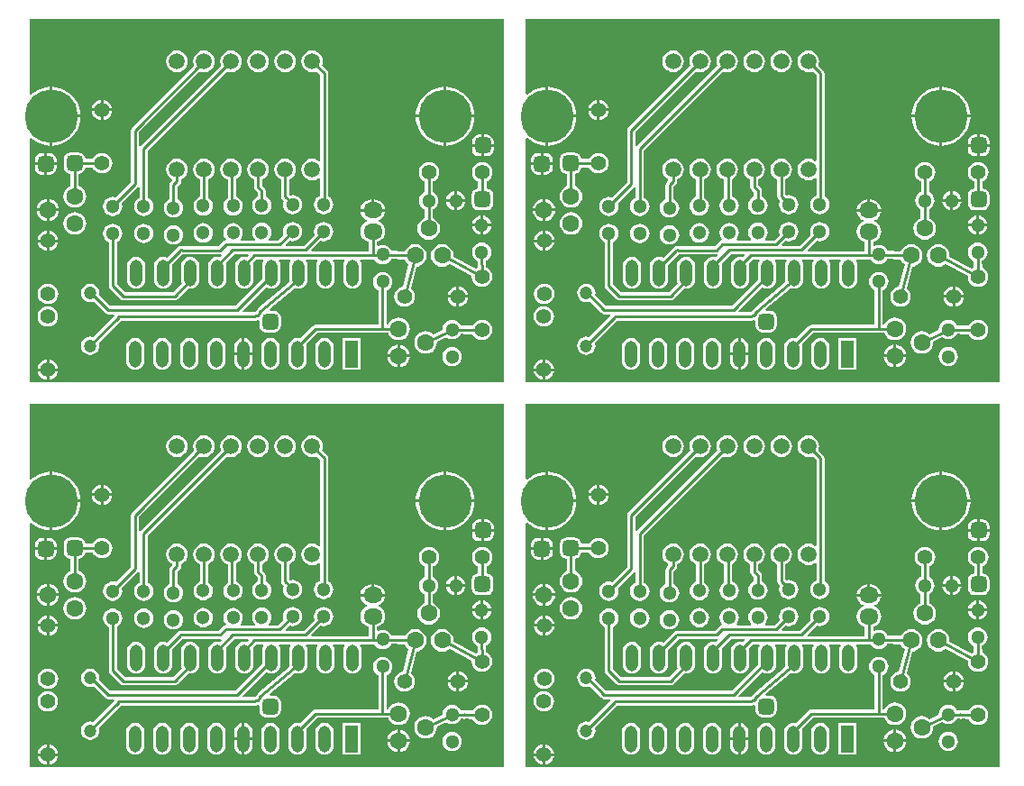
<source format=gtl>
G04*
G04 #@! TF.GenerationSoftware,Altium Limited,Altium Designer,21.0.8 (223)*
G04*
G04 Layer_Physical_Order=1*
G04 Layer_Color=255*
%FSLAX44Y44*%
%MOMM*%
G71*
G04*
G04 #@! TF.SameCoordinates,2BC88BDB-9D38-482F-83E6-F0616D823ADE*
G04*
G04*
G04 #@! TF.FilePolarity,Positive*
G04*
G01*
G75*
%ADD10C,0.2540*%
G04:AMPARAMS|DCode=11|XSize=1.5mm|YSize=1.5mm|CornerRadius=0.375mm|HoleSize=0mm|Usage=FLASHONLY|Rotation=0.000|XOffset=0mm|YOffset=0mm|HoleType=Round|Shape=RoundedRectangle|*
%AMROUNDEDRECTD11*
21,1,1.5000,0.7500,0,0,0.0*
21,1,0.7500,1.5000,0,0,0.0*
1,1,0.7500,0.3750,-0.3750*
1,1,0.7500,-0.3750,-0.3750*
1,1,0.7500,-0.3750,0.3750*
1,1,0.7500,0.3750,0.3750*
%
%ADD11ROUNDEDRECTD11*%
%ADD12R,1.2000X2.5000*%
%ADD13O,1.2000X2.5000*%
%ADD14C,1.6000*%
%ADD15C,1.3000*%
%ADD16C,1.4000*%
%ADD17C,1.2000*%
%ADD18O,1.8000X1.5000*%
%ADD19C,1.5000*%
%ADD20C,5.0000*%
%ADD21C,1.0000*%
G36*
X1179060Y970810D02*
X1179060Y629310D01*
X733810Y629310D01*
X733810Y858504D01*
X735080Y859089D01*
X737572Y856961D01*
X741268Y854696D01*
X745273Y853037D01*
X749489Y852025D01*
X752540Y851785D01*
Y879310D01*
Y906835D01*
X749489Y906595D01*
X745273Y905583D01*
X741268Y903924D01*
X737572Y901659D01*
X735080Y899531D01*
X733810Y900116D01*
X733810Y970810D01*
X1179060Y970810D01*
D02*
G37*
G36*
X713060D02*
X713060Y629310D01*
X267810Y629310D01*
X267810Y858504D01*
X269080Y859089D01*
X271572Y856961D01*
X275268Y854696D01*
X279273Y853037D01*
X283489Y852025D01*
X286540Y851785D01*
Y879310D01*
Y906835D01*
X283489Y906595D01*
X279273Y905583D01*
X275268Y903924D01*
X271572Y901659D01*
X269080Y899531D01*
X267810Y900116D01*
X267810Y970810D01*
X713060Y970810D01*
D02*
G37*
G36*
X1179060Y609310D02*
X1179060Y267810D01*
X733810Y267810D01*
X733810Y497004D01*
X735080Y497589D01*
X737572Y495461D01*
X741268Y493196D01*
X745273Y491537D01*
X749489Y490525D01*
X752540Y490285D01*
Y517810D01*
Y545335D01*
X749489Y545095D01*
X745273Y544083D01*
X741268Y542424D01*
X737572Y540159D01*
X735080Y538031D01*
X733810Y538616D01*
X733810Y609310D01*
X1179060Y609310D01*
D02*
G37*
G36*
X713060D02*
X713060Y267810D01*
X267810Y267810D01*
X267810Y497004D01*
X269080Y497589D01*
X271572Y495461D01*
X275268Y493196D01*
X279273Y491537D01*
X283489Y490525D01*
X286540Y490285D01*
Y517810D01*
Y545335D01*
X283489Y545095D01*
X279273Y544083D01*
X275268Y542424D01*
X271572Y540159D01*
X269080Y538031D01*
X267810Y538616D01*
X267810Y609310D01*
X713060Y609310D01*
D02*
G37*
%LPC*%
G36*
X973810Y941037D02*
X971189Y940692D01*
X968747Y939680D01*
X966649Y938071D01*
X965040Y935973D01*
X964028Y933531D01*
X963683Y930910D01*
X964028Y928289D01*
X965040Y925847D01*
X966649Y923749D01*
X968747Y922140D01*
X971189Y921128D01*
X973810Y920783D01*
X976431Y921128D01*
X978873Y922140D01*
X980971Y923749D01*
X982580Y925847D01*
X983592Y928289D01*
X983937Y930910D01*
X983592Y933531D01*
X982580Y935973D01*
X980971Y938071D01*
X978873Y939680D01*
X976431Y940692D01*
X973810Y941037D01*
D02*
G37*
G36*
X948410D02*
X945789Y940692D01*
X943347Y939680D01*
X941249Y938071D01*
X939640Y935973D01*
X938628Y933531D01*
X938283Y930910D01*
X938628Y928289D01*
X939640Y925847D01*
X941249Y923749D01*
X943347Y922140D01*
X945789Y921128D01*
X948410Y920783D01*
X951031Y921128D01*
X953473Y922140D01*
X955571Y923749D01*
X957180Y925847D01*
X958192Y928289D01*
X958537Y930910D01*
X958192Y933531D01*
X957180Y935973D01*
X955571Y938071D01*
X953473Y939680D01*
X951031Y940692D01*
X948410Y941037D01*
D02*
G37*
G36*
X923010D02*
X920389Y940692D01*
X917947Y939680D01*
X915849Y938071D01*
X914240Y935973D01*
X913228Y933531D01*
X912883Y930910D01*
X913228Y928289D01*
X913717Y927110D01*
X838063Y851457D01*
X837965Y851310D01*
X836695Y851695D01*
Y864501D01*
X893810Y921617D01*
X894989Y921128D01*
X897610Y920783D01*
X900231Y921128D01*
X902673Y922140D01*
X904771Y923749D01*
X906380Y925847D01*
X907392Y928289D01*
X907737Y930910D01*
X907392Y933531D01*
X906380Y935973D01*
X904771Y938071D01*
X902673Y939680D01*
X900231Y940692D01*
X897610Y941037D01*
X894989Y940692D01*
X892547Y939680D01*
X890449Y938071D01*
X888840Y935973D01*
X887828Y933531D01*
X887483Y930910D01*
X887828Y928289D01*
X888317Y927110D01*
X830063Y868857D01*
X829221Y867597D01*
X828925Y866110D01*
Y817319D01*
X814844Y803238D01*
X814170Y803517D01*
X811810Y803828D01*
X809450Y803517D01*
X807251Y802606D01*
X805363Y801157D01*
X803914Y799269D01*
X803003Y797070D01*
X802692Y794710D01*
X803003Y792350D01*
X803914Y790151D01*
X805363Y788263D01*
X807251Y786814D01*
X809450Y785903D01*
X811810Y785592D01*
X814170Y785903D01*
X816369Y786814D01*
X818257Y788263D01*
X819706Y790151D01*
X820617Y792350D01*
X820928Y794710D01*
X820617Y797070D01*
X820338Y797744D01*
X835557Y812963D01*
X835655Y813111D01*
X836925Y812725D01*
Y802886D01*
X836251Y802606D01*
X834363Y801157D01*
X832914Y799269D01*
X832003Y797070D01*
X831692Y794710D01*
X832003Y792350D01*
X832914Y790151D01*
X834363Y788263D01*
X836251Y786814D01*
X838450Y785903D01*
X840810Y785592D01*
X843170Y785903D01*
X845369Y786814D01*
X847257Y788263D01*
X848706Y790151D01*
X849617Y792350D01*
X849928Y794710D01*
X849617Y797070D01*
X848706Y799269D01*
X847257Y801157D01*
X845369Y802606D01*
X844695Y802886D01*
Y847101D01*
X919210Y921617D01*
X920389Y921128D01*
X923010Y920783D01*
X925631Y921128D01*
X928073Y922140D01*
X930171Y923749D01*
X931780Y925847D01*
X932792Y928289D01*
X933137Y930910D01*
X932792Y933531D01*
X931780Y935973D01*
X930171Y938071D01*
X928073Y939680D01*
X925631Y940692D01*
X923010Y941037D01*
D02*
G37*
G36*
X872210D02*
X869589Y940692D01*
X867147Y939680D01*
X865049Y938071D01*
X863440Y935973D01*
X862428Y933531D01*
X862083Y930910D01*
X862428Y928289D01*
X863440Y925847D01*
X865049Y923749D01*
X867147Y922140D01*
X869589Y921128D01*
X872210Y920783D01*
X874831Y921128D01*
X877273Y922140D01*
X879371Y923749D01*
X880980Y925847D01*
X881992Y928289D01*
X882337Y930910D01*
X881992Y933531D01*
X880980Y935973D01*
X879371Y938071D01*
X877273Y939680D01*
X874831Y940692D01*
X872210Y941037D01*
D02*
G37*
G36*
X803080Y894765D02*
Y886580D01*
X811265D01*
X811104Y887801D01*
X810143Y890121D01*
X808614Y892114D01*
X806621Y893643D01*
X804300Y894604D01*
X803080Y894765D01*
D02*
G37*
G36*
X800540D02*
X799320Y894604D01*
X796999Y893643D01*
X795006Y892114D01*
X793477Y890121D01*
X792516Y887801D01*
X792355Y886580D01*
X800540D01*
Y894765D01*
D02*
G37*
G36*
X755080Y906835D02*
Y880580D01*
X781335D01*
X781095Y883632D01*
X780083Y887847D01*
X778424Y891852D01*
X776159Y895548D01*
X773344Y898844D01*
X770048Y901659D01*
X766352Y903924D01*
X762347Y905583D01*
X758131Y906595D01*
X755080Y906835D01*
D02*
G37*
G36*
X1125080D02*
Y880580D01*
X1151335D01*
X1151095Y883632D01*
X1150083Y887847D01*
X1148424Y891852D01*
X1146159Y895548D01*
X1143344Y898844D01*
X1140048Y901659D01*
X1136352Y903924D01*
X1132347Y905583D01*
X1128131Y906595D01*
X1125080Y906835D01*
D02*
G37*
G36*
X1122540D02*
X1119489Y906595D01*
X1115273Y905583D01*
X1111268Y903924D01*
X1107572Y901659D01*
X1104276Y898844D01*
X1101461Y895548D01*
X1099196Y891852D01*
X1097537Y887847D01*
X1096525Y883632D01*
X1096285Y880580D01*
X1122540D01*
Y906835D01*
D02*
G37*
G36*
X811265Y884040D02*
X803080D01*
Y875855D01*
X804300Y876016D01*
X806621Y876977D01*
X808614Y878506D01*
X810143Y880499D01*
X811104Y882820D01*
X811265Y884040D01*
D02*
G37*
G36*
X800540D02*
X792355D01*
X792516Y882820D01*
X793477Y880499D01*
X795006Y878506D01*
X796999Y876977D01*
X799320Y876016D01*
X800540Y875855D01*
Y884040D01*
D02*
G37*
G36*
X1163060Y861973D02*
X1160580D01*
Y853080D01*
X1169473D01*
Y855560D01*
X1168985Y858014D01*
X1167595Y860095D01*
X1165514Y861485D01*
X1163060Y861973D01*
D02*
G37*
G36*
X1158040D02*
X1155560D01*
X1153106Y861485D01*
X1151025Y860095D01*
X1149635Y858014D01*
X1149147Y855560D01*
Y853080D01*
X1158040D01*
Y861973D01*
D02*
G37*
G36*
X1151335Y878040D02*
X1125080D01*
Y851785D01*
X1128131Y852025D01*
X1132347Y853037D01*
X1136352Y854696D01*
X1140048Y856961D01*
X1143344Y859776D01*
X1146159Y863072D01*
X1148424Y866768D01*
X1150083Y870773D01*
X1151095Y874988D01*
X1151335Y878040D01*
D02*
G37*
G36*
X781335Y878040D02*
X755080D01*
Y851785D01*
X758131Y852025D01*
X762347Y853037D01*
X766352Y854696D01*
X770048Y856961D01*
X773344Y859776D01*
X776159Y863072D01*
X778424Y866768D01*
X780083Y870773D01*
X781095Y874988D01*
X781335Y878040D01*
D02*
G37*
G36*
X1122540Y878040D02*
X1096285D01*
X1096525Y874988D01*
X1097537Y870773D01*
X1099196Y866768D01*
X1101461Y863072D01*
X1104276Y859776D01*
X1107572Y856961D01*
X1111268Y854696D01*
X1115273Y853037D01*
X1119489Y852025D01*
X1122540Y851785D01*
Y878040D01*
D02*
G37*
G36*
X1169473Y850540D02*
X1160580D01*
Y841647D01*
X1163060D01*
X1165514Y842135D01*
X1167595Y843525D01*
X1168985Y845606D01*
X1169473Y848060D01*
Y850540D01*
D02*
G37*
G36*
X1158040D02*
X1149147D01*
Y848060D01*
X1149635Y845606D01*
X1151025Y843525D01*
X1153106Y842135D01*
X1155560Y841647D01*
X1158040D01*
Y850540D01*
D02*
G37*
G36*
X999210Y941037D02*
X996589Y940692D01*
X994147Y939680D01*
X992049Y938071D01*
X990440Y935973D01*
X989428Y933531D01*
X989083Y930910D01*
X989428Y928289D01*
X990440Y925847D01*
X992049Y923749D01*
X994147Y922140D01*
X996589Y921128D01*
X999210Y920783D01*
X1001831Y921128D01*
X1003010Y921617D01*
X1006635Y917991D01*
Y837868D01*
X1005365Y837242D01*
X1004273Y838080D01*
X1001831Y839092D01*
X999210Y839437D01*
X996589Y839092D01*
X994147Y838080D01*
X992049Y836471D01*
X990440Y834373D01*
X989428Y831931D01*
X989083Y829310D01*
X989428Y826689D01*
X990440Y824247D01*
X992049Y822149D01*
X994147Y820540D01*
X996589Y819528D01*
X999210Y819183D01*
X1001831Y819528D01*
X1004273Y820540D01*
X1005365Y821378D01*
X1006635Y820752D01*
Y804780D01*
X1005251Y804206D01*
X1003363Y802757D01*
X1001914Y800869D01*
X1001003Y798670D01*
X1000692Y796310D01*
X1001003Y793950D01*
X1001914Y791751D01*
X1003363Y789863D01*
X1005251Y788414D01*
X1007450Y787503D01*
X1009810Y787192D01*
X1012170Y787503D01*
X1014369Y788414D01*
X1016257Y789863D01*
X1017706Y791751D01*
X1018617Y793950D01*
X1018928Y796310D01*
X1018617Y798670D01*
X1017706Y800869D01*
X1016257Y802757D01*
X1014405Y804179D01*
Y919600D01*
X1014109Y921087D01*
X1013267Y922347D01*
X1008503Y927110D01*
X1008992Y928289D01*
X1009337Y930910D01*
X1008992Y933531D01*
X1007980Y935973D01*
X1006371Y938071D01*
X1004273Y939680D01*
X1001831Y940692D01*
X999210Y941037D01*
D02*
G37*
G36*
X752560Y844973D02*
X750080D01*
Y836080D01*
X758973D01*
Y838560D01*
X758485Y841014D01*
X757095Y843095D01*
X755014Y844485D01*
X752560Y844973D01*
D02*
G37*
G36*
X747540D02*
X745060D01*
X742606Y844485D01*
X740525Y843095D01*
X739135Y841014D01*
X738647Y838560D01*
Y836080D01*
X747540D01*
Y844973D01*
D02*
G37*
G36*
X779560Y845473D02*
X772060D01*
X769606Y844985D01*
X767525Y843595D01*
X766135Y841514D01*
X765647Y839060D01*
Y831560D01*
X766135Y829106D01*
X767525Y827025D01*
X769606Y825635D01*
X772060Y825147D01*
X772125D01*
Y813727D01*
X770894Y813217D01*
X768693Y811527D01*
X767003Y809325D01*
X765941Y806761D01*
X765579Y804010D01*
X765941Y801258D01*
X767003Y798695D01*
X768693Y796493D01*
X770894Y794803D01*
X773458Y793741D01*
X776210Y793379D01*
X778961Y793741D01*
X781525Y794803D01*
X783727Y796493D01*
X785417Y798695D01*
X786479Y801258D01*
X786841Y804010D01*
X786479Y806761D01*
X785417Y809325D01*
X783727Y811527D01*
X781525Y813217D01*
X779895Y813892D01*
Y825213D01*
X782014Y825635D01*
X784095Y827025D01*
X785485Y829106D01*
X785946Y831425D01*
X793093D01*
X793477Y830499D01*
X795006Y828506D01*
X796999Y826977D01*
X799320Y826015D01*
X801810Y825688D01*
X804300Y826015D01*
X806621Y826977D01*
X808614Y828506D01*
X810143Y830499D01*
X811104Y832820D01*
X811432Y835310D01*
X811104Y837800D01*
X810143Y840121D01*
X808614Y842114D01*
X806621Y843643D01*
X804300Y844604D01*
X801810Y844932D01*
X799320Y844604D01*
X796999Y843643D01*
X795006Y842114D01*
X793477Y840121D01*
X793093Y839195D01*
X785946D01*
X785485Y841514D01*
X784095Y843595D01*
X782014Y844985D01*
X779560Y845473D01*
D02*
G37*
G36*
X758973Y833540D02*
X750080D01*
Y824647D01*
X752560D01*
X755014Y825135D01*
X757095Y826525D01*
X758485Y828606D01*
X758973Y831060D01*
Y833540D01*
D02*
G37*
G36*
X747540D02*
X738647D01*
Y831060D01*
X739135Y828606D01*
X740525Y826525D01*
X742606Y825135D01*
X745060Y824647D01*
X747540D01*
Y833540D01*
D02*
G37*
G36*
X1135230Y809011D02*
Y801330D01*
X1142911D01*
X1142767Y802420D01*
X1141856Y804619D01*
X1140407Y806507D01*
X1138519Y807956D01*
X1136320Y808867D01*
X1135230Y809011D01*
D02*
G37*
G36*
X1132690Y809011D02*
X1131600Y808867D01*
X1129401Y807956D01*
X1127513Y806507D01*
X1126064Y804619D01*
X1125153Y802420D01*
X1125009Y801330D01*
X1132690D01*
Y809011D01*
D02*
G37*
G36*
X752080Y801774D02*
Y792580D01*
X761274D01*
X761079Y794062D01*
X760017Y796626D01*
X758327Y798827D01*
X756125Y800517D01*
X753561Y801579D01*
X752080Y801774D01*
D02*
G37*
G36*
X749540Y801774D02*
X748058Y801579D01*
X745495Y800517D01*
X743293Y798827D01*
X741603Y796626D01*
X740541Y794062D01*
X740346Y792580D01*
X749540D01*
Y801774D01*
D02*
G37*
G36*
X1057560Y801187D02*
X1057330D01*
Y792330D01*
X1067520D01*
X1067342Y793681D01*
X1066330Y796123D01*
X1064721Y798221D01*
X1062623Y799830D01*
X1060181Y800842D01*
X1057560Y801187D01*
D02*
G37*
G36*
X1054790D02*
X1054560D01*
X1051939Y800842D01*
X1049497Y799830D01*
X1047399Y798221D01*
X1045790Y796123D01*
X1044779Y793681D01*
X1044601Y792330D01*
X1054790D01*
Y801187D01*
D02*
G37*
G36*
X1158810Y836432D02*
X1156320Y836104D01*
X1153999Y835143D01*
X1152006Y833614D01*
X1150477Y831621D01*
X1149516Y829300D01*
X1149188Y826810D01*
X1149516Y824320D01*
X1150477Y821999D01*
X1152006Y820006D01*
X1153999Y818477D01*
X1154925Y818093D01*
Y811397D01*
X1152856Y810985D01*
X1150775Y809595D01*
X1149385Y807514D01*
X1148897Y805060D01*
Y797560D01*
X1149385Y795106D01*
X1150775Y793025D01*
X1152856Y791635D01*
X1155310Y791147D01*
X1162810D01*
X1165264Y791635D01*
X1167345Y793025D01*
X1168735Y795106D01*
X1169223Y797560D01*
Y805060D01*
X1168735Y807514D01*
X1167345Y809595D01*
X1165264Y810985D01*
X1162810Y811473D01*
X1162695D01*
Y818093D01*
X1163621Y818477D01*
X1165614Y820006D01*
X1167143Y821999D01*
X1168104Y824320D01*
X1168432Y826810D01*
X1168104Y829300D01*
X1167143Y831621D01*
X1165614Y833614D01*
X1163621Y835143D01*
X1161300Y836104D01*
X1158810Y836432D01*
D02*
G37*
G36*
X1142911Y798790D02*
X1135230D01*
Y791109D01*
X1136320Y791253D01*
X1138519Y792164D01*
X1140407Y793613D01*
X1141856Y795501D01*
X1142767Y797700D01*
X1142911Y798790D01*
D02*
G37*
G36*
X1132690D02*
X1125009D01*
X1125153Y797700D01*
X1126064Y795501D01*
X1127513Y793613D01*
X1129401Y792164D01*
X1131600Y791253D01*
X1132690Y791109D01*
Y798790D01*
D02*
G37*
G36*
X973810Y839437D02*
X971189Y839092D01*
X968747Y838080D01*
X966649Y836471D01*
X965040Y834373D01*
X964028Y831931D01*
X963683Y829310D01*
X964028Y826689D01*
X965040Y824247D01*
X966649Y822149D01*
X968747Y820540D01*
X969925Y820052D01*
Y803891D01*
X970221Y802404D01*
X971063Y801144D01*
X972452Y799755D01*
X972003Y798670D01*
X971692Y796310D01*
X972003Y793950D01*
X972914Y791751D01*
X974363Y789863D01*
X976251Y788414D01*
X978450Y787503D01*
X980810Y787192D01*
X983170Y787503D01*
X985369Y788414D01*
X987257Y789863D01*
X988706Y791751D01*
X989617Y793950D01*
X989928Y796310D01*
X989617Y798670D01*
X988706Y800869D01*
X987257Y802757D01*
X985369Y804206D01*
X983170Y805117D01*
X980810Y805428D01*
X978827Y805167D01*
X977915Y805867D01*
X977695Y806176D01*
Y820052D01*
X978873Y820540D01*
X980971Y822149D01*
X982580Y824247D01*
X983592Y826689D01*
X983937Y829310D01*
X983592Y831931D01*
X982580Y834373D01*
X980971Y836471D01*
X978873Y838080D01*
X976431Y839092D01*
X973810Y839437D01*
D02*
G37*
G36*
X948410D02*
X945789Y839092D01*
X943347Y838080D01*
X941249Y836471D01*
X939640Y834373D01*
X938628Y831931D01*
X938283Y829310D01*
X938628Y826689D01*
X939640Y824247D01*
X941249Y822149D01*
X943347Y820540D01*
X944525Y820052D01*
Y812710D01*
X944821Y811223D01*
X945663Y809963D01*
X947715Y807911D01*
Y803799D01*
X947251Y803606D01*
X945363Y802157D01*
X943914Y800269D01*
X943003Y798070D01*
X942692Y795710D01*
X943003Y793350D01*
X943914Y791151D01*
X945363Y789263D01*
X947251Y787814D01*
X949450Y786903D01*
X951810Y786592D01*
X954170Y786903D01*
X956369Y787814D01*
X958257Y789263D01*
X959706Y791151D01*
X960617Y793350D01*
X960928Y795710D01*
X960617Y798070D01*
X959706Y800269D01*
X958257Y802157D01*
X956369Y803606D01*
X955485Y803973D01*
Y809520D01*
X955189Y811007D01*
X954347Y812267D01*
X952295Y814319D01*
Y820052D01*
X953473Y820540D01*
X955571Y822149D01*
X957180Y824247D01*
X958192Y826689D01*
X958537Y829310D01*
X958192Y831931D01*
X957180Y834373D01*
X955571Y836471D01*
X953473Y838080D01*
X951031Y839092D01*
X948410Y839437D01*
D02*
G37*
G36*
X923010D02*
X920389Y839092D01*
X917947Y838080D01*
X915849Y836471D01*
X914240Y834373D01*
X913228Y831931D01*
X912883Y829310D01*
X913228Y826689D01*
X914240Y824247D01*
X915849Y822149D01*
X917947Y820540D01*
X920025Y819679D01*
Y803033D01*
X918363Y801757D01*
X916914Y799869D01*
X916003Y797670D01*
X915692Y795310D01*
X916003Y792950D01*
X916914Y790751D01*
X918363Y788863D01*
X920251Y787414D01*
X922450Y786503D01*
X924810Y786192D01*
X927170Y786503D01*
X929369Y787414D01*
X931257Y788863D01*
X932706Y790751D01*
X933617Y792950D01*
X933928Y795310D01*
X933617Y797670D01*
X932706Y799869D01*
X931257Y801757D01*
X929369Y803206D01*
X927795Y803858D01*
Y820425D01*
X928073Y820540D01*
X930171Y822149D01*
X931780Y824247D01*
X932792Y826689D01*
X933137Y829310D01*
X932792Y831931D01*
X931780Y834373D01*
X930171Y836471D01*
X928073Y838080D01*
X925631Y839092D01*
X923010Y839437D01*
D02*
G37*
G36*
X897610D02*
X894989Y839092D01*
X892547Y838080D01*
X890449Y836471D01*
X888840Y834373D01*
X887828Y831931D01*
X887483Y829310D01*
X887828Y826689D01*
X888840Y824247D01*
X890449Y822149D01*
X892547Y820540D01*
X893725Y820052D01*
Y803817D01*
X892251Y803206D01*
X890363Y801757D01*
X888914Y799869D01*
X888003Y797670D01*
X887692Y795310D01*
X888003Y792950D01*
X888914Y790751D01*
X890363Y788863D01*
X892251Y787414D01*
X894450Y786503D01*
X896810Y786192D01*
X899170Y786503D01*
X901369Y787414D01*
X903257Y788863D01*
X904706Y790751D01*
X905617Y792950D01*
X905928Y795310D01*
X905617Y797670D01*
X904706Y799869D01*
X903257Y801757D01*
X901495Y803110D01*
Y820052D01*
X902673Y820540D01*
X904771Y822149D01*
X906380Y824247D01*
X907392Y826689D01*
X907737Y829310D01*
X907392Y831931D01*
X906380Y834373D01*
X904771Y836471D01*
X902673Y838080D01*
X900231Y839092D01*
X897610Y839437D01*
D02*
G37*
G36*
X872210D02*
X869589Y839092D01*
X867147Y838080D01*
X865049Y836471D01*
X863440Y834373D01*
X862428Y831931D01*
X862083Y829310D01*
X862428Y826689D01*
X863440Y824247D01*
X865049Y822149D01*
X867147Y820540D01*
X867368Y820448D01*
X867666Y818950D01*
X866063Y817347D01*
X865221Y816087D01*
X864925Y814600D01*
Y801486D01*
X864251Y801206D01*
X862363Y799757D01*
X860914Y797869D01*
X860003Y795670D01*
X859692Y793310D01*
X860003Y790950D01*
X860914Y788751D01*
X862363Y786863D01*
X864251Y785414D01*
X866450Y784503D01*
X868810Y784192D01*
X871170Y784503D01*
X873369Y785414D01*
X875257Y786863D01*
X876706Y788751D01*
X877617Y790950D01*
X877928Y793310D01*
X877617Y795670D01*
X876706Y797869D01*
X875257Y799757D01*
X873369Y801206D01*
X872695Y801486D01*
Y812991D01*
X874957Y815253D01*
X875799Y816513D01*
X876095Y818000D01*
Y820052D01*
X877273Y820540D01*
X879371Y822149D01*
X880980Y824247D01*
X881992Y826689D01*
X882337Y829310D01*
X881992Y831931D01*
X880980Y834373D01*
X879371Y836471D01*
X877273Y838080D01*
X874831Y839092D01*
X872210Y839437D01*
D02*
G37*
G36*
X761274Y790040D02*
X752080D01*
Y780846D01*
X753561Y781041D01*
X756125Y782103D01*
X758327Y783793D01*
X760017Y785994D01*
X761079Y788559D01*
X761274Y790040D01*
D02*
G37*
G36*
X749540D02*
X740346D01*
X740541Y788559D01*
X741603Y785994D01*
X743293Y783793D01*
X745495Y782103D01*
X748058Y781041D01*
X749540Y780846D01*
Y790040D01*
D02*
G37*
G36*
X1159580Y785911D02*
Y778230D01*
X1167261D01*
X1167117Y779320D01*
X1166207Y781519D01*
X1164758Y783407D01*
X1162869Y784856D01*
X1160670Y785767D01*
X1159580Y785911D01*
D02*
G37*
G36*
X1157040Y785911D02*
X1155950Y785767D01*
X1153751Y784856D01*
X1151863Y783407D01*
X1150414Y781519D01*
X1149503Y779320D01*
X1149359Y778230D01*
X1157040D01*
Y785911D01*
D02*
G37*
G36*
X1167261Y775690D02*
X1159580D01*
Y768009D01*
X1160670Y768153D01*
X1162869Y769063D01*
X1164758Y770512D01*
X1166207Y772401D01*
X1167117Y774600D01*
X1167261Y775690D01*
D02*
G37*
G36*
X1157040D02*
X1149359D01*
X1149503Y774600D01*
X1150414Y772401D01*
X1151863Y770512D01*
X1153751Y769063D01*
X1155950Y768153D01*
X1157040Y768009D01*
Y775690D01*
D02*
G37*
G36*
X776210Y789241D02*
X773458Y788879D01*
X770894Y787817D01*
X768693Y786127D01*
X767003Y783925D01*
X765941Y781361D01*
X765579Y778610D01*
X765941Y775859D01*
X767003Y773295D01*
X768693Y771093D01*
X770894Y769403D01*
X773458Y768341D01*
X776210Y767979D01*
X778961Y768341D01*
X781525Y769403D01*
X783727Y771093D01*
X785417Y773295D01*
X786479Y775859D01*
X786841Y778610D01*
X786479Y781361D01*
X785417Y783925D01*
X783727Y786127D01*
X781525Y787817D01*
X778961Y788879D01*
X776210Y789241D01*
D02*
G37*
G36*
X752218Y771893D02*
Y763708D01*
X760403D01*
X760243Y764929D01*
X759281Y767249D01*
X757752Y769242D01*
X755760Y770771D01*
X753439Y771732D01*
X752218Y771893D01*
D02*
G37*
G36*
X749678D02*
X748458Y771732D01*
X746137Y770771D01*
X744144Y769242D01*
X742615Y767249D01*
X741654Y764929D01*
X741493Y763708D01*
X749678D01*
Y771893D01*
D02*
G37*
G36*
X1108810Y836432D02*
X1106320Y836104D01*
X1103999Y835143D01*
X1102006Y833614D01*
X1100477Y831621D01*
X1099516Y829300D01*
X1099188Y826810D01*
X1099516Y824320D01*
X1100477Y821999D01*
X1102006Y820006D01*
X1103999Y818477D01*
X1104876Y818113D01*
X1104820Y808296D01*
X1104001Y807956D01*
X1102113Y806507D01*
X1100664Y804619D01*
X1099753Y802420D01*
X1099442Y800060D01*
X1099753Y797700D01*
X1100664Y795501D01*
X1102113Y793613D01*
X1104001Y792164D01*
X1104727Y791863D01*
X1104681Y783782D01*
X1103195Y783167D01*
X1100993Y781477D01*
X1099303Y779276D01*
X1098241Y776712D01*
X1097879Y773960D01*
X1098241Y771208D01*
X1099303Y768644D01*
X1100993Y766443D01*
X1103195Y764753D01*
X1105759Y763691D01*
X1108510Y763329D01*
X1111262Y763691D01*
X1113826Y764753D01*
X1116027Y766443D01*
X1117717Y768644D01*
X1118779Y771208D01*
X1119141Y773960D01*
X1118779Y776712D01*
X1117717Y779276D01*
X1116027Y781477D01*
X1113826Y783167D01*
X1112450Y783736D01*
X1112497Y791906D01*
X1113119Y792164D01*
X1115007Y793613D01*
X1116456Y795501D01*
X1117367Y797700D01*
X1117678Y800060D01*
X1117367Y802420D01*
X1116456Y804619D01*
X1115007Y806507D01*
X1113119Y807956D01*
X1112589Y808176D01*
X1112645Y818073D01*
X1113621Y818477D01*
X1115614Y820006D01*
X1117143Y821999D01*
X1118104Y824320D01*
X1118432Y826810D01*
X1118104Y829300D01*
X1117143Y831621D01*
X1115614Y833614D01*
X1113621Y835143D01*
X1111300Y836104D01*
X1108810Y836432D01*
D02*
G37*
G36*
X1067520Y789790D02*
X1056060D01*
X1044601D01*
X1044779Y788439D01*
X1045790Y785997D01*
X1047399Y783899D01*
X1049497Y782290D01*
X1050807Y781747D01*
Y780373D01*
X1049497Y779830D01*
X1047399Y778221D01*
X1045790Y776123D01*
X1044778Y773681D01*
X1044433Y771060D01*
X1044778Y768439D01*
X1045790Y765997D01*
X1047399Y763899D01*
X1049497Y762290D01*
X1051939Y761278D01*
X1052175Y761247D01*
Y752505D01*
X998694D01*
X998168Y753775D01*
X1006776Y762382D01*
X1007450Y762103D01*
X1009810Y761792D01*
X1012170Y762103D01*
X1014369Y763014D01*
X1016257Y764463D01*
X1017706Y766351D01*
X1018617Y768550D01*
X1018928Y770910D01*
X1018617Y773270D01*
X1017706Y775469D01*
X1016257Y777357D01*
X1014369Y778806D01*
X1012170Y779717D01*
X1009810Y780028D01*
X1007450Y779717D01*
X1005251Y778806D01*
X1003363Y777357D01*
X1001914Y775469D01*
X1001003Y773270D01*
X1000692Y770910D01*
X1001003Y768550D01*
X1001282Y767876D01*
X990991Y757585D01*
X974638D01*
X974152Y758758D01*
X977776Y762382D01*
X978450Y762103D01*
X980810Y761792D01*
X983170Y762103D01*
X985369Y763014D01*
X987257Y764463D01*
X988706Y766351D01*
X989617Y768550D01*
X989928Y770910D01*
X989617Y773270D01*
X988706Y775469D01*
X987257Y777357D01*
X985369Y778806D01*
X983170Y779717D01*
X980810Y780028D01*
X978450Y779717D01*
X976251Y778806D01*
X974363Y777357D01*
X972914Y775469D01*
X972003Y773270D01*
X971692Y770910D01*
X972003Y768550D01*
X972282Y767876D01*
X967071Y762665D01*
X958664D01*
X958393Y763463D01*
X958313Y763935D01*
X959706Y765751D01*
X960617Y767950D01*
X960928Y770310D01*
X960617Y772670D01*
X959706Y774869D01*
X958257Y776757D01*
X956369Y778206D01*
X954170Y779117D01*
X951810Y779428D01*
X949450Y779117D01*
X947251Y778206D01*
X945363Y776757D01*
X943914Y774869D01*
X943003Y772670D01*
X942692Y770310D01*
X943003Y767950D01*
X943914Y765751D01*
X945307Y763935D01*
X945227Y763463D01*
X944956Y762665D01*
X932222D01*
X931620Y763935D01*
X932706Y765351D01*
X933617Y767550D01*
X933928Y769910D01*
X933617Y772270D01*
X932706Y774469D01*
X931257Y776357D01*
X929369Y777806D01*
X927170Y778717D01*
X924810Y779028D01*
X922450Y778717D01*
X920251Y777806D01*
X918363Y776357D01*
X916914Y774469D01*
X916003Y772270D01*
X915692Y769910D01*
X916003Y767550D01*
X916914Y765351D01*
X918016Y763914D01*
X918021Y763772D01*
X917591Y762624D01*
X917530Y762558D01*
X916578Y762369D01*
X915318Y761527D01*
X911236Y757445D01*
X877833D01*
X876583Y757489D01*
X876583Y757489D01*
X876583Y757489D01*
X874134Y757002D01*
X872050Y755609D01*
X872076Y755583D01*
X872074Y755568D01*
X862934Y746428D01*
X861239Y747130D01*
X859010Y747424D01*
X856781Y747130D01*
X854703Y746270D01*
X852919Y744901D01*
X851550Y743117D01*
X850690Y741039D01*
X850396Y738810D01*
Y725810D01*
X850690Y723581D01*
X851550Y721503D01*
X852919Y719719D01*
X854703Y718350D01*
X856781Y717490D01*
X859010Y717196D01*
X861239Y717490D01*
X863317Y718350D01*
X865101Y719719D01*
X866470Y721503D01*
X867330Y723581D01*
X867624Y725810D01*
Y738810D01*
X867470Y739976D01*
X877169Y749675D01*
X912845D01*
X913520Y749810D01*
X914146Y748639D01*
X912462Y746955D01*
X912039Y747130D01*
X909810Y747424D01*
X907581Y747130D01*
X905503Y746270D01*
X903719Y744901D01*
X902350Y743117D01*
X901490Y741039D01*
X901196Y738810D01*
Y725810D01*
X901490Y723581D01*
X902350Y721503D01*
X903719Y719719D01*
X905503Y718350D01*
X907581Y717490D01*
X909810Y717196D01*
X912039Y717490D01*
X914117Y718350D01*
X915901Y719719D01*
X917270Y721503D01*
X918130Y723581D01*
X918424Y725810D01*
Y738810D01*
X918130Y741039D01*
X917955Y741462D01*
X926309Y749815D01*
X939062D01*
X939548Y748642D01*
X937862Y746955D01*
X937439Y747130D01*
X935210Y747424D01*
X932981Y747130D01*
X930903Y746270D01*
X929119Y744901D01*
X927750Y743117D01*
X926890Y741039D01*
X926596Y738810D01*
Y725810D01*
X926890Y723581D01*
X927750Y721503D01*
X929119Y719719D01*
X930903Y718350D01*
X932981Y717490D01*
X935210Y717196D01*
X937439Y717490D01*
X939517Y718350D01*
X941301Y719719D01*
X942670Y721503D01*
X943530Y723581D01*
X943824Y725810D01*
Y738810D01*
X943530Y741039D01*
X943355Y741462D01*
X946629Y744735D01*
X952956D01*
X953518Y743596D01*
X953150Y743117D01*
X952290Y741039D01*
X951996Y738810D01*
Y725990D01*
X927201Y701195D01*
X809019D01*
X798880Y711333D01*
X799174Y713560D01*
X798880Y715789D01*
X798020Y717867D01*
X796651Y719651D01*
X794867Y721020D01*
X792789Y721880D01*
X790560Y722174D01*
X788331Y721880D01*
X786253Y721020D01*
X784469Y719651D01*
X783100Y717867D01*
X782240Y715789D01*
X781946Y713560D01*
X782240Y711331D01*
X783100Y709253D01*
X784469Y707469D01*
X786253Y706100D01*
X788331Y705240D01*
X790560Y704946D01*
X792789Y705240D01*
X793636Y705590D01*
X804663Y694563D01*
X805923Y693721D01*
X807410Y693425D01*
X812836D01*
X813362Y692155D01*
X793141Y671935D01*
X792789Y672080D01*
X790560Y672374D01*
X788331Y672080D01*
X786253Y671220D01*
X784469Y669851D01*
X783100Y668067D01*
X782240Y665989D01*
X781946Y663760D01*
X782240Y661531D01*
X783100Y659453D01*
X784469Y657669D01*
X786253Y656300D01*
X788331Y655440D01*
X790560Y655146D01*
X792789Y655440D01*
X794867Y656300D01*
X796651Y657669D01*
X798020Y659453D01*
X798880Y661531D01*
X799174Y663760D01*
X798880Y665989D01*
X798676Y666482D01*
X819619Y687425D01*
X945743D01*
X945743Y687425D01*
Y687376D01*
X948127Y687850D01*
X948417Y687831D01*
X949397Y687307D01*
Y682810D01*
X949885Y680356D01*
X951275Y678275D01*
X953356Y676885D01*
X955810Y676397D01*
X963310D01*
X965764Y676885D01*
X967845Y678275D01*
X969235Y680356D01*
X969723Y682810D01*
Y690310D01*
X969235Y692764D01*
X967845Y694845D01*
X965764Y696235D01*
X963310Y696723D01*
X959538D01*
X959100Y697916D01*
X982719Y717930D01*
X983781Y717490D01*
X986010Y717196D01*
X988239Y717490D01*
X990317Y718350D01*
X992101Y719719D01*
X993470Y721503D01*
X994330Y723581D01*
X994624Y725810D01*
Y738810D01*
X994330Y741039D01*
X993470Y743117D01*
X993102Y743596D01*
X993663Y744735D01*
X1003756D01*
X1004318Y743596D01*
X1003950Y743117D01*
X1003090Y741039D01*
X1002796Y738810D01*
Y725810D01*
X1003090Y723581D01*
X1003950Y721503D01*
X1005319Y719719D01*
X1007103Y718350D01*
X1009181Y717490D01*
X1011410Y717196D01*
X1013639Y717490D01*
X1015717Y718350D01*
X1017501Y719719D01*
X1018870Y721503D01*
X1019730Y723581D01*
X1020024Y725810D01*
Y738810D01*
X1019730Y741039D01*
X1018870Y743117D01*
X1018502Y743596D01*
X1019063Y744735D01*
X1029156D01*
X1029718Y743596D01*
X1029350Y743117D01*
X1028490Y741039D01*
X1028196Y738810D01*
Y725810D01*
X1028490Y723581D01*
X1029350Y721503D01*
X1030719Y719719D01*
X1032503Y718350D01*
X1034581Y717490D01*
X1036810Y717196D01*
X1039039Y717490D01*
X1041117Y718350D01*
X1042901Y719719D01*
X1044270Y721503D01*
X1045130Y723581D01*
X1045424Y725810D01*
Y738810D01*
X1045130Y741039D01*
X1044270Y743117D01*
X1043902Y743596D01*
X1044464Y744735D01*
X1057541D01*
X1058863Y743013D01*
X1060751Y741564D01*
X1062950Y740653D01*
X1065310Y740342D01*
X1067670Y740653D01*
X1069869Y741564D01*
X1071757Y743013D01*
X1073206Y744901D01*
X1073369Y745294D01*
X1085898Y744948D01*
X1086603Y743244D01*
X1088293Y741043D01*
X1089586Y740050D01*
X1084242Y719476D01*
X1083320Y719354D01*
X1080999Y718393D01*
X1079006Y716864D01*
X1077477Y714871D01*
X1076516Y712550D01*
X1076188Y710060D01*
X1076516Y707570D01*
X1077477Y705249D01*
X1079006Y703256D01*
X1080999Y701727D01*
X1083320Y700766D01*
X1085810Y700438D01*
X1088300Y700766D01*
X1090621Y701727D01*
X1092614Y703256D01*
X1094143Y705249D01*
X1095104Y707570D01*
X1095432Y710060D01*
X1095104Y712550D01*
X1094143Y714871D01*
X1092614Y716864D01*
X1091761Y717519D01*
X1097107Y738100D01*
X1098561Y738291D01*
X1101125Y739353D01*
X1103327Y741043D01*
X1105017Y743244D01*
X1106079Y745808D01*
X1106441Y748560D01*
X1106079Y751311D01*
X1105017Y753876D01*
X1103327Y756077D01*
X1101125Y757767D01*
X1098561Y758829D01*
X1095810Y759191D01*
X1093058Y758829D01*
X1090495Y757767D01*
X1088293Y756077D01*
X1086603Y753876D01*
X1086122Y752714D01*
X1073604Y753060D01*
X1073206Y754019D01*
X1071757Y755907D01*
X1069869Y757356D01*
X1067670Y758267D01*
X1065310Y758578D01*
X1062950Y758267D01*
X1061215Y757548D01*
X1059945Y758209D01*
Y761247D01*
X1060181Y761278D01*
X1062623Y762290D01*
X1064721Y763899D01*
X1066330Y765997D01*
X1067342Y768439D01*
X1067687Y771060D01*
X1067342Y773681D01*
X1066330Y776123D01*
X1064721Y778221D01*
X1062623Y779830D01*
X1061313Y780373D01*
Y781747D01*
X1062623Y782290D01*
X1064721Y783899D01*
X1066330Y785997D01*
X1067342Y788439D01*
X1067520Y789790D01*
D02*
G37*
G36*
X896810Y779028D02*
X894450Y778717D01*
X892251Y777806D01*
X890363Y776357D01*
X888914Y774469D01*
X888003Y772270D01*
X887692Y769910D01*
X888003Y767550D01*
X888914Y765351D01*
X890363Y763463D01*
X892251Y762014D01*
X894450Y761103D01*
X896810Y760792D01*
X899170Y761103D01*
X901369Y762014D01*
X903257Y763463D01*
X904706Y765351D01*
X905617Y767550D01*
X905928Y769910D01*
X905617Y772270D01*
X904706Y774469D01*
X903257Y776357D01*
X901369Y777806D01*
X899170Y778717D01*
X896810Y779028D01*
D02*
G37*
G36*
X840810Y778428D02*
X838450Y778117D01*
X836251Y777206D01*
X834363Y775757D01*
X832914Y773869D01*
X832003Y771670D01*
X831692Y769310D01*
X832003Y766950D01*
X832914Y764751D01*
X834363Y762863D01*
X836251Y761414D01*
X838450Y760503D01*
X840810Y760192D01*
X843170Y760503D01*
X845369Y761414D01*
X847257Y762863D01*
X848706Y764751D01*
X849617Y766950D01*
X849928Y769310D01*
X849617Y771670D01*
X848706Y773869D01*
X847257Y775757D01*
X845369Y777206D01*
X843170Y778117D01*
X840810Y778428D01*
D02*
G37*
G36*
X868810Y777028D02*
X866450Y776717D01*
X864251Y775806D01*
X862363Y774357D01*
X860914Y772469D01*
X860003Y770270D01*
X859692Y767910D01*
X860003Y765550D01*
X860914Y763351D01*
X862363Y761463D01*
X864251Y760014D01*
X866450Y759103D01*
X868810Y758792D01*
X871170Y759103D01*
X873369Y760014D01*
X875257Y761463D01*
X876706Y763351D01*
X877617Y765550D01*
X877928Y767910D01*
X877617Y770270D01*
X876706Y772469D01*
X875257Y774357D01*
X873369Y775806D01*
X871170Y776717D01*
X868810Y777028D01*
D02*
G37*
G36*
X760403Y761168D02*
X752218D01*
Y752983D01*
X753439Y753144D01*
X755760Y754105D01*
X757752Y755634D01*
X759281Y757627D01*
X760243Y759948D01*
X760403Y761168D01*
D02*
G37*
G36*
X749678D02*
X741493D01*
X741654Y759948D01*
X742615Y757627D01*
X744144Y755634D01*
X746137Y754105D01*
X748458Y753144D01*
X749678Y752983D01*
Y761168D01*
D02*
G37*
G36*
X1158310Y760678D02*
X1155950Y760367D01*
X1153751Y759456D01*
X1151863Y758007D01*
X1150414Y756119D01*
X1149503Y753920D01*
X1149192Y751560D01*
X1149503Y749200D01*
X1150414Y747001D01*
X1151863Y745113D01*
X1153751Y743664D01*
X1154514Y743347D01*
X1154581Y737238D01*
X1153749Y736893D01*
X1152712Y736098D01*
X1131683Y747358D01*
X1131841Y748560D01*
X1131479Y751311D01*
X1130417Y753875D01*
X1128727Y756077D01*
X1126525Y757767D01*
X1123961Y758829D01*
X1121210Y759191D01*
X1118458Y758829D01*
X1115894Y757767D01*
X1113693Y756077D01*
X1112003Y753875D01*
X1110941Y751311D01*
X1110579Y748560D01*
X1110941Y745808D01*
X1112003Y743244D01*
X1113693Y741043D01*
X1115894Y739353D01*
X1118458Y738291D01*
X1121210Y737929D01*
X1123961Y738291D01*
X1126525Y739353D01*
X1128025Y740504D01*
X1149029Y729257D01*
X1148938Y728560D01*
X1149266Y726070D01*
X1150227Y723749D01*
X1151756Y721756D01*
X1153749Y720227D01*
X1156070Y719266D01*
X1158560Y718938D01*
X1161050Y719266D01*
X1163371Y720227D01*
X1165364Y721756D01*
X1166893Y723749D01*
X1167855Y726070D01*
X1168182Y728560D01*
X1167855Y731050D01*
X1166893Y733371D01*
X1165364Y735364D01*
X1163371Y736893D01*
X1162350Y737316D01*
X1162283Y743421D01*
X1162869Y743664D01*
X1164757Y745113D01*
X1166206Y747001D01*
X1167117Y749200D01*
X1167428Y751560D01*
X1167117Y753920D01*
X1166206Y756119D01*
X1164757Y758007D01*
X1162869Y759456D01*
X1160670Y760367D01*
X1158310Y760678D01*
D02*
G37*
G36*
X811810Y778428D02*
X809450Y778117D01*
X807251Y777206D01*
X805363Y775757D01*
X803914Y773869D01*
X803003Y771670D01*
X802692Y769310D01*
X803003Y766950D01*
X803914Y764751D01*
X805363Y762863D01*
X807251Y761414D01*
X807925Y761134D01*
Y720310D01*
X808221Y718823D01*
X809063Y717563D01*
X819063Y707563D01*
X820323Y706721D01*
X821810Y706425D01*
X869810D01*
X871297Y706721D01*
X872557Y707563D01*
X882448Y717455D01*
X884410Y717196D01*
X886639Y717490D01*
X888717Y718350D01*
X890501Y719719D01*
X891870Y721503D01*
X892730Y723581D01*
X893024Y725810D01*
Y738810D01*
X892730Y741039D01*
X891870Y743117D01*
X890501Y744901D01*
X888717Y746270D01*
X886639Y747130D01*
X884410Y747424D01*
X882181Y747130D01*
X880103Y746270D01*
X878319Y744901D01*
X876950Y743117D01*
X876090Y741039D01*
X875796Y738810D01*
Y725810D01*
X876090Y723581D01*
X876528Y722522D01*
X868201Y714195D01*
X823419D01*
X815695Y721919D01*
Y761134D01*
X816369Y761414D01*
X818257Y762863D01*
X819706Y764751D01*
X820617Y766950D01*
X820928Y769310D01*
X820617Y771670D01*
X819706Y773869D01*
X818257Y775757D01*
X816369Y777206D01*
X814170Y778117D01*
X811810Y778428D01*
D02*
G37*
G36*
X833610Y747424D02*
X831381Y747130D01*
X829303Y746270D01*
X827519Y744901D01*
X826150Y743117D01*
X825290Y741039D01*
X824996Y738810D01*
Y725810D01*
X825290Y723581D01*
X826150Y721503D01*
X827519Y719719D01*
X829303Y718350D01*
X831381Y717490D01*
X833610Y717196D01*
X835839Y717490D01*
X837917Y718350D01*
X839701Y719719D01*
X841070Y721503D01*
X841930Y723581D01*
X842224Y725810D01*
Y738810D01*
X841930Y741039D01*
X841070Y743117D01*
X839701Y744901D01*
X837917Y746270D01*
X835839Y747130D01*
X833610Y747424D01*
D02*
G37*
G36*
X1137080Y719515D02*
Y711330D01*
X1145265D01*
X1145104Y712550D01*
X1144143Y714871D01*
X1142614Y716864D01*
X1140621Y718393D01*
X1138300Y719354D01*
X1137080Y719515D01*
D02*
G37*
G36*
X1134540D02*
X1133320Y719354D01*
X1130999Y718393D01*
X1129006Y716864D01*
X1127477Y714871D01*
X1126516Y712550D01*
X1126355Y711330D01*
X1134540D01*
Y719515D01*
D02*
G37*
G36*
X750948Y722060D02*
X748458Y721732D01*
X746137Y720771D01*
X744144Y719242D01*
X742615Y717249D01*
X741654Y714929D01*
X741326Y712438D01*
X741654Y709948D01*
X742615Y707627D01*
X744144Y705634D01*
X746137Y704105D01*
X748458Y703144D01*
X750948Y702816D01*
X753439Y703144D01*
X755760Y704105D01*
X757752Y705634D01*
X759281Y707627D01*
X760243Y709948D01*
X760571Y712438D01*
X760243Y714929D01*
X759281Y717249D01*
X757752Y719242D01*
X755760Y720771D01*
X753439Y721732D01*
X750948Y722060D01*
D02*
G37*
G36*
X1145265Y708790D02*
X1137080D01*
Y700605D01*
X1138300Y700766D01*
X1140621Y701727D01*
X1142614Y703256D01*
X1144143Y705249D01*
X1145104Y707570D01*
X1145265Y708790D01*
D02*
G37*
G36*
X1134540D02*
X1126355D01*
X1126516Y707570D01*
X1127477Y705249D01*
X1129006Y703256D01*
X1130999Y701727D01*
X1133320Y700766D01*
X1134540Y700605D01*
Y708790D01*
D02*
G37*
G36*
X1158560Y688182D02*
X1156070Y687854D01*
X1153749Y686893D01*
X1151756Y685364D01*
X1150227Y683371D01*
X1149874Y682520D01*
X1143417Y682577D01*
X1142207Y682741D01*
X1142193Y682747D01*
X1140983Y682614D01*
X1138811Y682662D01*
X1138456Y683519D01*
X1137007Y685407D01*
X1135119Y686856D01*
X1132920Y687767D01*
X1130560Y688078D01*
X1128200Y687767D01*
X1126001Y686856D01*
X1124113Y685407D01*
X1122664Y683519D01*
X1121753Y681320D01*
X1121442Y678960D01*
X1121452Y678882D01*
X1112912Y674764D01*
X1111045Y676197D01*
X1108481Y677259D01*
X1105730Y677621D01*
X1102978Y677259D01*
X1100414Y676197D01*
X1098213Y674507D01*
X1096523Y672305D01*
X1095461Y669741D01*
X1095099Y666990D01*
X1095461Y664238D01*
X1096523Y661674D01*
X1098213Y659473D01*
X1100414Y657783D01*
X1102978Y656721D01*
X1105730Y656359D01*
X1108481Y656721D01*
X1111045Y657783D01*
X1113247Y659473D01*
X1114937Y661674D01*
X1115999Y664238D01*
X1116361Y666990D01*
X1116260Y667754D01*
X1124892Y671915D01*
X1126001Y671064D01*
X1128200Y670153D01*
X1130560Y669842D01*
X1132920Y670153D01*
X1135119Y671064D01*
X1137007Y672513D01*
X1138456Y674401D01*
X1138661Y674894D01*
X1140830Y674846D01*
X1142030Y674806D01*
Y674806D01*
X1140830Y674846D01*
X1142030Y674806D01*
X1142030Y674797D01*
X1142088Y674785D01*
X1142089Y674803D01*
X1143294Y674808D01*
X1143294Y674808D01*
X1149812Y674751D01*
X1150227Y673749D01*
X1151756Y671756D01*
X1153749Y670227D01*
X1156070Y669266D01*
X1158560Y668938D01*
X1161050Y669266D01*
X1163371Y670227D01*
X1165364Y671756D01*
X1166893Y673749D01*
X1167855Y676069D01*
X1168182Y678560D01*
X1167855Y681050D01*
X1166893Y683371D01*
X1165364Y685364D01*
X1163371Y686893D01*
X1161050Y687854D01*
X1158560Y688182D01*
D02*
G37*
G36*
X750810Y700932D02*
X748320Y700604D01*
X745999Y699643D01*
X744006Y698114D01*
X742477Y696121D01*
X741516Y693800D01*
X741188Y691310D01*
X741516Y688820D01*
X742477Y686499D01*
X744006Y684506D01*
X745999Y682977D01*
X748320Y682016D01*
X750810Y681688D01*
X753300Y682016D01*
X755621Y682977D01*
X757614Y684506D01*
X759143Y686499D01*
X760104Y688820D01*
X760432Y691310D01*
X760104Y693800D01*
X759143Y696121D01*
X757614Y698114D01*
X755621Y699643D01*
X753300Y700604D01*
X750810Y700932D01*
D02*
G37*
G36*
X1065310Y733178D02*
X1062950Y732867D01*
X1060751Y731956D01*
X1058863Y730507D01*
X1057414Y728619D01*
X1056503Y726420D01*
X1056192Y724060D01*
X1056503Y721700D01*
X1057414Y719501D01*
X1058863Y717613D01*
X1060751Y716164D01*
X1061175Y715988D01*
Y683575D01*
X1002290D01*
X1000803Y683279D01*
X999543Y682437D01*
X987862Y670755D01*
X987439Y670930D01*
X985210Y671224D01*
X982981Y670930D01*
X980903Y670070D01*
X979119Y668701D01*
X977750Y666917D01*
X976890Y664839D01*
X976596Y662610D01*
Y649610D01*
X976890Y647381D01*
X977750Y645303D01*
X979119Y643519D01*
X980903Y642150D01*
X982981Y641290D01*
X985210Y640996D01*
X987439Y641290D01*
X989517Y642150D01*
X991301Y643519D01*
X992670Y645303D01*
X993530Y647381D01*
X993824Y649610D01*
Y662610D01*
X993530Y664839D01*
X993355Y665262D01*
X1003899Y675805D01*
X1070531D01*
X1071123Y674374D01*
X1072813Y672173D01*
X1075014Y670483D01*
X1077578Y669421D01*
X1080330Y669059D01*
X1083081Y669421D01*
X1085645Y670483D01*
X1087847Y672173D01*
X1089537Y674374D01*
X1090599Y676938D01*
X1090961Y679690D01*
X1090599Y682441D01*
X1089537Y685005D01*
X1087847Y687207D01*
X1085645Y688897D01*
X1083081Y689959D01*
X1080330Y690321D01*
X1077578Y689959D01*
X1075014Y688897D01*
X1072813Y687207D01*
X1071123Y685005D01*
X1070531Y683575D01*
X1068945D01*
Y715781D01*
X1069869Y716164D01*
X1071757Y717613D01*
X1073206Y719501D01*
X1074117Y721700D01*
X1074428Y724060D01*
X1074117Y726420D01*
X1073206Y728619D01*
X1071757Y730507D01*
X1069869Y731956D01*
X1067670Y732867D01*
X1065310Y733178D01*
D02*
G37*
G36*
X935680Y671057D02*
Y657380D01*
X943024D01*
Y662610D01*
X942730Y664839D01*
X941870Y666917D01*
X940501Y668701D01*
X938717Y670070D01*
X936639Y670930D01*
X935680Y671057D01*
D02*
G37*
G36*
X933140Y671057D02*
X932181Y670930D01*
X930103Y670070D01*
X928319Y668701D01*
X926950Y666917D01*
X926090Y664839D01*
X925796Y662610D01*
Y657380D01*
X933140D01*
Y671057D01*
D02*
G37*
G36*
X1081600Y664754D02*
Y655560D01*
X1090794D01*
X1090599Y657041D01*
X1089537Y659605D01*
X1087847Y661807D01*
X1085645Y663497D01*
X1083081Y664559D01*
X1081600Y664754D01*
D02*
G37*
G36*
X1079060Y664754D02*
X1077578Y664559D01*
X1075014Y663497D01*
X1072813Y661807D01*
X1071123Y659605D01*
X1070061Y657041D01*
X1069866Y655560D01*
X1079060D01*
Y664754D01*
D02*
G37*
G36*
X1130560Y662678D02*
X1128200Y662367D01*
X1126001Y661456D01*
X1124113Y660007D01*
X1122664Y658119D01*
X1121753Y655920D01*
X1121442Y653560D01*
X1121753Y651200D01*
X1122664Y649001D01*
X1124113Y647113D01*
X1126001Y645664D01*
X1128200Y644753D01*
X1130560Y644442D01*
X1132920Y644753D01*
X1135119Y645664D01*
X1137007Y647113D01*
X1138456Y649001D01*
X1139367Y651200D01*
X1139678Y653560D01*
X1139367Y655920D01*
X1138456Y658119D01*
X1137007Y660007D01*
X1135119Y661456D01*
X1132920Y662367D01*
X1130560Y662678D01*
D02*
G37*
G36*
X1079060Y653020D02*
X1069866D01*
X1070061Y651538D01*
X1071123Y648974D01*
X1072813Y646773D01*
X1075014Y645083D01*
X1077578Y644021D01*
X1079060Y643826D01*
Y653020D01*
D02*
G37*
G36*
X1090794D02*
X1081600D01*
Y643826D01*
X1083081Y644021D01*
X1085645Y645083D01*
X1087847Y646773D01*
X1089537Y648974D01*
X1090599Y651538D01*
X1090794Y653020D01*
D02*
G37*
G36*
X752080Y650765D02*
Y642580D01*
X760265D01*
X760104Y643800D01*
X759143Y646121D01*
X757614Y648114D01*
X755621Y649643D01*
X753300Y650604D01*
X752080Y650765D01*
D02*
G37*
G36*
X749540D02*
X748320Y650604D01*
X745999Y649643D01*
X744006Y648114D01*
X742477Y646121D01*
X741516Y643800D01*
X741355Y642580D01*
X749540D01*
Y650765D01*
D02*
G37*
G36*
X933140Y654840D02*
X925796D01*
Y649610D01*
X926090Y647381D01*
X926950Y645303D01*
X928319Y643519D01*
X930103Y642150D01*
X932181Y641290D01*
X933140Y641163D01*
Y654840D01*
D02*
G37*
G36*
X943024D02*
X935680D01*
Y641163D01*
X936639Y641290D01*
X938717Y642150D01*
X940501Y643519D01*
X941870Y645303D01*
X942730Y647381D01*
X943024Y649610D01*
Y654840D01*
D02*
G37*
G36*
X1044550Y671150D02*
X1027470D01*
Y641070D01*
X1044550D01*
Y671150D01*
D02*
G37*
G36*
X1010610Y671224D02*
X1008381Y670930D01*
X1006303Y670070D01*
X1004519Y668701D01*
X1003150Y666917D01*
X1002290Y664839D01*
X1001996Y662610D01*
Y649610D01*
X1002290Y647381D01*
X1003150Y645303D01*
X1004519Y643519D01*
X1006303Y642150D01*
X1008381Y641290D01*
X1010610Y640996D01*
X1012839Y641290D01*
X1014917Y642150D01*
X1016701Y643519D01*
X1018070Y645303D01*
X1018930Y647381D01*
X1019224Y649610D01*
Y662610D01*
X1018930Y664839D01*
X1018070Y666917D01*
X1016701Y668701D01*
X1014917Y670070D01*
X1012839Y670930D01*
X1010610Y671224D01*
D02*
G37*
G36*
X959810D02*
X957581Y670930D01*
X955503Y670070D01*
X953719Y668701D01*
X952350Y666917D01*
X951490Y664839D01*
X951196Y662610D01*
Y649610D01*
X951490Y647381D01*
X952350Y645303D01*
X953719Y643519D01*
X955503Y642150D01*
X957581Y641290D01*
X959810Y640996D01*
X962039Y641290D01*
X964117Y642150D01*
X965901Y643519D01*
X967270Y645303D01*
X968130Y647381D01*
X968424Y649610D01*
Y662610D01*
X968130Y664839D01*
X967270Y666917D01*
X965901Y668701D01*
X964117Y670070D01*
X962039Y670930D01*
X959810Y671224D01*
D02*
G37*
G36*
X909010D02*
X906781Y670930D01*
X904703Y670070D01*
X902919Y668701D01*
X901550Y666917D01*
X900690Y664839D01*
X900396Y662610D01*
Y649610D01*
X900690Y647381D01*
X901550Y645303D01*
X902919Y643519D01*
X904703Y642150D01*
X906781Y641290D01*
X909010Y640996D01*
X911239Y641290D01*
X913317Y642150D01*
X915101Y643519D01*
X916470Y645303D01*
X917330Y647381D01*
X917624Y649610D01*
Y662610D01*
X917330Y664839D01*
X916470Y666917D01*
X915101Y668701D01*
X913317Y670070D01*
X911239Y670930D01*
X909010Y671224D01*
D02*
G37*
G36*
X883610D02*
X881381Y670930D01*
X879303Y670070D01*
X877519Y668701D01*
X876150Y666917D01*
X875290Y664839D01*
X874996Y662610D01*
Y649610D01*
X875290Y647381D01*
X876150Y645303D01*
X877519Y643519D01*
X879303Y642150D01*
X881381Y641290D01*
X883610Y640996D01*
X885839Y641290D01*
X887917Y642150D01*
X889701Y643519D01*
X891070Y645303D01*
X891930Y647381D01*
X892224Y649610D01*
Y662610D01*
X891930Y664839D01*
X891070Y666917D01*
X889701Y668701D01*
X887917Y670070D01*
X885839Y670930D01*
X883610Y671224D01*
D02*
G37*
G36*
X858210D02*
X855981Y670930D01*
X853903Y670070D01*
X852119Y668701D01*
X850750Y666917D01*
X849890Y664839D01*
X849596Y662610D01*
Y649610D01*
X849890Y647381D01*
X850750Y645303D01*
X852119Y643519D01*
X853903Y642150D01*
X855981Y641290D01*
X858210Y640996D01*
X860439Y641290D01*
X862517Y642150D01*
X864301Y643519D01*
X865670Y645303D01*
X866530Y647381D01*
X866824Y649610D01*
Y662610D01*
X866530Y664839D01*
X865670Y666917D01*
X864301Y668701D01*
X862517Y670070D01*
X860439Y670930D01*
X858210Y671224D01*
D02*
G37*
G36*
X832810D02*
X830581Y670930D01*
X828503Y670070D01*
X826719Y668701D01*
X825350Y666917D01*
X824490Y664839D01*
X824196Y662610D01*
Y649610D01*
X824490Y647381D01*
X825350Y645303D01*
X826719Y643519D01*
X828503Y642150D01*
X830581Y641290D01*
X832810Y640996D01*
X835039Y641290D01*
X837117Y642150D01*
X838901Y643519D01*
X840270Y645303D01*
X841130Y647381D01*
X841424Y649610D01*
Y662610D01*
X841130Y664839D01*
X840270Y666917D01*
X838901Y668701D01*
X837117Y670070D01*
X835039Y670930D01*
X832810Y671224D01*
D02*
G37*
G36*
X760265Y640040D02*
X752080D01*
Y631855D01*
X753300Y632015D01*
X755621Y632977D01*
X757614Y634506D01*
X759143Y636499D01*
X760104Y638820D01*
X760265Y640040D01*
D02*
G37*
G36*
X749540D02*
X741355D01*
X741516Y638820D01*
X742477Y636499D01*
X744006Y634506D01*
X745999Y632977D01*
X748320Y632015D01*
X749540Y631855D01*
Y640040D01*
D02*
G37*
%LPD*%
G36*
X978918Y743596D02*
X978550Y743117D01*
X977690Y741039D01*
X977396Y738810D01*
Y725810D01*
X977658Y723824D01*
X948411Y699041D01*
X948254Y698844D01*
X947701Y698419D01*
X947087Y697620D01*
X946817Y697388D01*
X945090Y695195D01*
X933848D01*
X933362Y696368D01*
X955760Y718767D01*
X956303Y718350D01*
X958381Y717490D01*
X960610Y717196D01*
X962839Y717490D01*
X964917Y718350D01*
X966701Y719719D01*
X968070Y721503D01*
X968930Y723581D01*
X969224Y725810D01*
Y738810D01*
X968930Y741039D01*
X968070Y743117D01*
X967702Y743596D01*
X968263Y744735D01*
X978356D01*
X978918Y743596D01*
D02*
G37*
%LPC*%
G36*
X507810Y941037D02*
X505189Y940692D01*
X502747Y939680D01*
X500649Y938071D01*
X499040Y935973D01*
X498028Y933531D01*
X497683Y930910D01*
X498028Y928289D01*
X499040Y925847D01*
X500649Y923749D01*
X502747Y922140D01*
X505189Y921128D01*
X507810Y920783D01*
X510431Y921128D01*
X512873Y922140D01*
X514971Y923749D01*
X516580Y925847D01*
X517592Y928289D01*
X517937Y930910D01*
X517592Y933531D01*
X516580Y935973D01*
X514971Y938071D01*
X512873Y939680D01*
X510431Y940692D01*
X507810Y941037D01*
D02*
G37*
G36*
X482410D02*
X479789Y940692D01*
X477347Y939680D01*
X475249Y938071D01*
X473640Y935973D01*
X472628Y933531D01*
X472283Y930910D01*
X472628Y928289D01*
X473640Y925847D01*
X475249Y923749D01*
X477347Y922140D01*
X479789Y921128D01*
X482410Y920783D01*
X485031Y921128D01*
X487473Y922140D01*
X489571Y923749D01*
X491180Y925847D01*
X492192Y928289D01*
X492537Y930910D01*
X492192Y933531D01*
X491180Y935973D01*
X489571Y938071D01*
X487473Y939680D01*
X485031Y940692D01*
X482410Y941037D01*
D02*
G37*
G36*
X457010D02*
X454389Y940692D01*
X451947Y939680D01*
X449849Y938071D01*
X448240Y935973D01*
X447228Y933531D01*
X446883Y930910D01*
X447228Y928289D01*
X447717Y927110D01*
X372063Y851457D01*
X371965Y851310D01*
X370695Y851695D01*
Y864501D01*
X427810Y921617D01*
X428989Y921128D01*
X431610Y920783D01*
X434231Y921128D01*
X436673Y922140D01*
X438771Y923749D01*
X440380Y925847D01*
X441391Y928289D01*
X441737Y930910D01*
X441391Y933531D01*
X440380Y935973D01*
X438771Y938071D01*
X436673Y939680D01*
X434231Y940692D01*
X431610Y941037D01*
X428989Y940692D01*
X426547Y939680D01*
X424449Y938071D01*
X422840Y935973D01*
X421828Y933531D01*
X421483Y930910D01*
X421828Y928289D01*
X422317Y927110D01*
X364063Y868857D01*
X363221Y867597D01*
X362925Y866110D01*
Y817319D01*
X348844Y803238D01*
X348170Y803517D01*
X345810Y803828D01*
X343450Y803517D01*
X341251Y802606D01*
X339363Y801157D01*
X337914Y799269D01*
X337003Y797070D01*
X336692Y794710D01*
X337003Y792350D01*
X337914Y790151D01*
X339363Y788263D01*
X341251Y786814D01*
X343450Y785903D01*
X345810Y785592D01*
X348170Y785903D01*
X350369Y786814D01*
X352257Y788263D01*
X353706Y790151D01*
X354617Y792350D01*
X354928Y794710D01*
X354617Y797070D01*
X354338Y797744D01*
X369557Y812963D01*
X369655Y813111D01*
X370925Y812725D01*
Y802886D01*
X370251Y802606D01*
X368363Y801157D01*
X366914Y799269D01*
X366003Y797070D01*
X365692Y794710D01*
X366003Y792350D01*
X366914Y790151D01*
X368363Y788263D01*
X370251Y786814D01*
X372450Y785903D01*
X374810Y785592D01*
X377170Y785903D01*
X379369Y786814D01*
X381257Y788263D01*
X382706Y790151D01*
X383617Y792350D01*
X383928Y794710D01*
X383617Y797070D01*
X382706Y799269D01*
X381257Y801157D01*
X379369Y802606D01*
X378695Y802886D01*
Y847101D01*
X453210Y921617D01*
X454389Y921128D01*
X457010Y920783D01*
X459631Y921128D01*
X462073Y922140D01*
X464171Y923749D01*
X465780Y925847D01*
X466791Y928289D01*
X467137Y930910D01*
X466791Y933531D01*
X465780Y935973D01*
X464171Y938071D01*
X462073Y939680D01*
X459631Y940692D01*
X457010Y941037D01*
D02*
G37*
G36*
X406210D02*
X403589Y940692D01*
X401147Y939680D01*
X399049Y938071D01*
X397440Y935973D01*
X396428Y933531D01*
X396083Y930910D01*
X396428Y928289D01*
X397440Y925847D01*
X399049Y923749D01*
X401147Y922140D01*
X403589Y921128D01*
X406210Y920783D01*
X408831Y921128D01*
X411273Y922140D01*
X413371Y923749D01*
X414980Y925847D01*
X415992Y928289D01*
X416337Y930910D01*
X415992Y933531D01*
X414980Y935973D01*
X413371Y938071D01*
X411273Y939680D01*
X408831Y940692D01*
X406210Y941037D01*
D02*
G37*
G36*
X337080Y894765D02*
Y886580D01*
X345265D01*
X345104Y887801D01*
X344143Y890121D01*
X342614Y892114D01*
X340621Y893643D01*
X338300Y894604D01*
X337080Y894765D01*
D02*
G37*
G36*
X334540D02*
X333320Y894604D01*
X330999Y893643D01*
X329006Y892114D01*
X327477Y890121D01*
X326516Y887801D01*
X326355Y886580D01*
X334540D01*
Y894765D01*
D02*
G37*
G36*
X289080Y906835D02*
Y880580D01*
X315335D01*
X315095Y883632D01*
X314083Y887847D01*
X312424Y891852D01*
X310159Y895548D01*
X307344Y898844D01*
X304048Y901659D01*
X300352Y903924D01*
X296347Y905583D01*
X292132Y906595D01*
X289080Y906835D01*
D02*
G37*
G36*
X659080D02*
Y880580D01*
X685335D01*
X685095Y883632D01*
X684083Y887847D01*
X682424Y891852D01*
X680159Y895548D01*
X677344Y898844D01*
X674048Y901659D01*
X670351Y903924D01*
X666347Y905583D01*
X662132Y906595D01*
X659080Y906835D01*
D02*
G37*
G36*
X656540D02*
X653488Y906595D01*
X649273Y905583D01*
X645268Y903924D01*
X641572Y901659D01*
X638276Y898844D01*
X635461Y895548D01*
X633196Y891852D01*
X631537Y887847D01*
X630525Y883632D01*
X630285Y880580D01*
X656540D01*
Y906835D01*
D02*
G37*
G36*
X345265Y884040D02*
X337080D01*
Y875855D01*
X338300Y876016D01*
X340621Y876977D01*
X342614Y878506D01*
X344143Y880499D01*
X345104Y882820D01*
X345265Y884040D01*
D02*
G37*
G36*
X334540D02*
X326355D01*
X326516Y882820D01*
X327477Y880499D01*
X329006Y878506D01*
X330999Y876977D01*
X333320Y876016D01*
X334540Y875855D01*
Y884040D01*
D02*
G37*
G36*
X697060Y861973D02*
X694580D01*
Y853080D01*
X703473D01*
Y855560D01*
X702985Y858014D01*
X701595Y860095D01*
X699514Y861485D01*
X697060Y861973D01*
D02*
G37*
G36*
X692040D02*
X689560D01*
X687106Y861485D01*
X685025Y860095D01*
X683635Y858014D01*
X683147Y855560D01*
Y853080D01*
X692040D01*
Y861973D01*
D02*
G37*
G36*
X685335Y878040D02*
X659080D01*
Y851785D01*
X662132Y852025D01*
X666347Y853037D01*
X670351Y854696D01*
X674048Y856961D01*
X677344Y859776D01*
X680159Y863072D01*
X682424Y866768D01*
X684083Y870773D01*
X685095Y874988D01*
X685335Y878040D01*
D02*
G37*
G36*
X315335Y878040D02*
X289080D01*
Y851785D01*
X292132Y852025D01*
X296347Y853037D01*
X300352Y854696D01*
X304048Y856961D01*
X307344Y859776D01*
X310159Y863072D01*
X312424Y866768D01*
X314083Y870773D01*
X315095Y874988D01*
X315335Y878040D01*
D02*
G37*
G36*
X656540Y878040D02*
X630285D01*
X630525Y874988D01*
X631537Y870773D01*
X633196Y866768D01*
X635461Y863072D01*
X638276Y859776D01*
X641572Y856961D01*
X645268Y854696D01*
X649273Y853037D01*
X653488Y852025D01*
X656540Y851785D01*
Y878040D01*
D02*
G37*
G36*
X703473Y850540D02*
X694580D01*
Y841647D01*
X697060D01*
X699514Y842135D01*
X701595Y843525D01*
X702985Y845606D01*
X703473Y848060D01*
Y850540D01*
D02*
G37*
G36*
X692040D02*
X683147D01*
Y848060D01*
X683635Y845606D01*
X685025Y843525D01*
X687106Y842135D01*
X689560Y841647D01*
X692040D01*
Y850540D01*
D02*
G37*
G36*
X533210Y941037D02*
X530589Y940692D01*
X528147Y939680D01*
X526049Y938071D01*
X524440Y935973D01*
X523428Y933531D01*
X523083Y930910D01*
X523428Y928289D01*
X524440Y925847D01*
X526049Y923749D01*
X528147Y922140D01*
X530589Y921128D01*
X533210Y920783D01*
X535831Y921128D01*
X537010Y921617D01*
X540635Y917991D01*
Y837868D01*
X539365Y837242D01*
X538273Y838080D01*
X535831Y839092D01*
X533210Y839437D01*
X530589Y839092D01*
X528147Y838080D01*
X526049Y836471D01*
X524440Y834373D01*
X523428Y831931D01*
X523083Y829310D01*
X523428Y826689D01*
X524440Y824247D01*
X526049Y822149D01*
X528147Y820540D01*
X530589Y819528D01*
X533210Y819183D01*
X535831Y819528D01*
X538273Y820540D01*
X539365Y821378D01*
X540635Y820752D01*
Y804780D01*
X539251Y804206D01*
X537363Y802757D01*
X535914Y800869D01*
X535003Y798670D01*
X534692Y796310D01*
X535003Y793950D01*
X535914Y791751D01*
X537363Y789863D01*
X539251Y788414D01*
X541450Y787503D01*
X543810Y787192D01*
X546170Y787503D01*
X548369Y788414D01*
X550257Y789863D01*
X551706Y791751D01*
X552617Y793950D01*
X552928Y796310D01*
X552617Y798670D01*
X551706Y800869D01*
X550257Y802757D01*
X548405Y804179D01*
Y919600D01*
X548109Y921087D01*
X547267Y922347D01*
X542503Y927110D01*
X542991Y928289D01*
X543337Y930910D01*
X542991Y933531D01*
X541980Y935973D01*
X540371Y938071D01*
X538273Y939680D01*
X535831Y940692D01*
X533210Y941037D01*
D02*
G37*
G36*
X286560Y844973D02*
X284080D01*
Y836080D01*
X292973D01*
Y838560D01*
X292485Y841014D01*
X291095Y843095D01*
X289014Y844485D01*
X286560Y844973D01*
D02*
G37*
G36*
X281540D02*
X279060D01*
X276606Y844485D01*
X274525Y843095D01*
X273135Y841014D01*
X272647Y838560D01*
Y836080D01*
X281540D01*
Y844973D01*
D02*
G37*
G36*
X313560Y845473D02*
X306060D01*
X303606Y844985D01*
X301525Y843595D01*
X300135Y841514D01*
X299647Y839060D01*
Y831560D01*
X300135Y829106D01*
X301525Y827025D01*
X303606Y825635D01*
X306060Y825147D01*
X306125D01*
Y813727D01*
X304895Y813217D01*
X302693Y811527D01*
X301003Y809325D01*
X299941Y806761D01*
X299579Y804010D01*
X299941Y801258D01*
X301003Y798695D01*
X302693Y796493D01*
X304895Y794803D01*
X307458Y793741D01*
X310210Y793379D01*
X312962Y793741D01*
X315525Y794803D01*
X317727Y796493D01*
X319417Y798695D01*
X320479Y801258D01*
X320841Y804010D01*
X320479Y806761D01*
X319417Y809325D01*
X317727Y811527D01*
X315525Y813217D01*
X313895Y813892D01*
Y825213D01*
X316014Y825635D01*
X318095Y827025D01*
X319485Y829106D01*
X319946Y831425D01*
X327093D01*
X327477Y830499D01*
X329006Y828506D01*
X330999Y826977D01*
X333320Y826015D01*
X335810Y825688D01*
X338300Y826015D01*
X340621Y826977D01*
X342614Y828506D01*
X344143Y830499D01*
X345104Y832820D01*
X345432Y835310D01*
X345104Y837800D01*
X344143Y840121D01*
X342614Y842114D01*
X340621Y843643D01*
X338300Y844604D01*
X335810Y844932D01*
X333320Y844604D01*
X330999Y843643D01*
X329006Y842114D01*
X327477Y840121D01*
X327093Y839195D01*
X319946D01*
X319485Y841514D01*
X318095Y843595D01*
X316014Y844985D01*
X313560Y845473D01*
D02*
G37*
G36*
X292973Y833540D02*
X284080D01*
Y824647D01*
X286560D01*
X289014Y825135D01*
X291095Y826525D01*
X292485Y828606D01*
X292973Y831060D01*
Y833540D01*
D02*
G37*
G36*
X281540D02*
X272647D01*
Y831060D01*
X273135Y828606D01*
X274525Y826525D01*
X276606Y825135D01*
X279060Y824647D01*
X281540D01*
Y833540D01*
D02*
G37*
G36*
X669230Y809011D02*
Y801330D01*
X676911D01*
X676767Y802420D01*
X675856Y804619D01*
X674407Y806507D01*
X672519Y807956D01*
X670320Y808867D01*
X669230Y809011D01*
D02*
G37*
G36*
X666690Y809011D02*
X665600Y808867D01*
X663401Y807956D01*
X661513Y806507D01*
X660064Y804619D01*
X659153Y802420D01*
X659009Y801330D01*
X666690D01*
Y809011D01*
D02*
G37*
G36*
X286080Y801774D02*
Y792580D01*
X295274D01*
X295079Y794062D01*
X294017Y796626D01*
X292327Y798827D01*
X290126Y800517D01*
X287561Y801579D01*
X286080Y801774D01*
D02*
G37*
G36*
X283540Y801774D02*
X282059Y801579D01*
X279494Y800517D01*
X277293Y798827D01*
X275603Y796626D01*
X274541Y794062D01*
X274346Y792580D01*
X283540D01*
Y801774D01*
D02*
G37*
G36*
X591560Y801187D02*
X591330D01*
Y792330D01*
X601519D01*
X601342Y793681D01*
X600330Y796123D01*
X598721Y798221D01*
X596623Y799830D01*
X594181Y800842D01*
X591560Y801187D01*
D02*
G37*
G36*
X588790D02*
X588560D01*
X585939Y800842D01*
X583497Y799830D01*
X581399Y798221D01*
X579790Y796123D01*
X578778Y793681D01*
X578601Y792330D01*
X588790D01*
Y801187D01*
D02*
G37*
G36*
X692810Y836432D02*
X690320Y836104D01*
X687999Y835143D01*
X686006Y833614D01*
X684477Y831621D01*
X683515Y829300D01*
X683188Y826810D01*
X683515Y824320D01*
X684477Y821999D01*
X686006Y820006D01*
X687999Y818477D01*
X688925Y818093D01*
Y811397D01*
X686856Y810985D01*
X684775Y809595D01*
X683385Y807514D01*
X682897Y805060D01*
Y797560D01*
X683385Y795106D01*
X684775Y793025D01*
X686856Y791635D01*
X689310Y791147D01*
X696810D01*
X699264Y791635D01*
X701345Y793025D01*
X702735Y795106D01*
X703223Y797560D01*
Y805060D01*
X702735Y807514D01*
X701345Y809595D01*
X699264Y810985D01*
X696810Y811473D01*
X696695D01*
Y818093D01*
X697621Y818477D01*
X699614Y820006D01*
X701143Y821999D01*
X702104Y824320D01*
X702432Y826810D01*
X702104Y829300D01*
X701143Y831621D01*
X699614Y833614D01*
X697621Y835143D01*
X695300Y836104D01*
X692810Y836432D01*
D02*
G37*
G36*
X676911Y798790D02*
X669230D01*
Y791109D01*
X670320Y791253D01*
X672519Y792164D01*
X674407Y793613D01*
X675856Y795501D01*
X676767Y797700D01*
X676911Y798790D01*
D02*
G37*
G36*
X666690D02*
X659009D01*
X659153Y797700D01*
X660064Y795501D01*
X661513Y793613D01*
X663401Y792164D01*
X665600Y791253D01*
X666690Y791109D01*
Y798790D01*
D02*
G37*
G36*
X507810Y839437D02*
X505189Y839092D01*
X502747Y838080D01*
X500649Y836471D01*
X499040Y834373D01*
X498028Y831931D01*
X497683Y829310D01*
X498028Y826689D01*
X499040Y824247D01*
X500649Y822149D01*
X502747Y820540D01*
X503925Y820052D01*
Y803891D01*
X504221Y802404D01*
X505063Y801144D01*
X506452Y799755D01*
X506003Y798670D01*
X505692Y796310D01*
X506003Y793950D01*
X506914Y791751D01*
X508363Y789863D01*
X510251Y788414D01*
X512450Y787503D01*
X514810Y787192D01*
X517170Y787503D01*
X519369Y788414D01*
X521257Y789863D01*
X522706Y791751D01*
X523617Y793950D01*
X523928Y796310D01*
X523617Y798670D01*
X522706Y800869D01*
X521257Y802757D01*
X519369Y804206D01*
X517170Y805117D01*
X514810Y805428D01*
X512827Y805167D01*
X511915Y805867D01*
X511695Y806176D01*
Y820052D01*
X512873Y820540D01*
X514971Y822149D01*
X516580Y824247D01*
X517592Y826689D01*
X517937Y829310D01*
X517592Y831931D01*
X516580Y834373D01*
X514971Y836471D01*
X512873Y838080D01*
X510431Y839092D01*
X507810Y839437D01*
D02*
G37*
G36*
X482410D02*
X479789Y839092D01*
X477347Y838080D01*
X475249Y836471D01*
X473640Y834373D01*
X472628Y831931D01*
X472283Y829310D01*
X472628Y826689D01*
X473640Y824247D01*
X475249Y822149D01*
X477347Y820540D01*
X478525Y820052D01*
Y812710D01*
X478821Y811223D01*
X479663Y809963D01*
X481715Y807911D01*
Y803799D01*
X481251Y803606D01*
X479363Y802157D01*
X477914Y800269D01*
X477003Y798070D01*
X476692Y795710D01*
X477003Y793350D01*
X477914Y791151D01*
X479363Y789263D01*
X481251Y787814D01*
X483450Y786903D01*
X485810Y786592D01*
X488170Y786903D01*
X490369Y787814D01*
X492257Y789263D01*
X493706Y791151D01*
X494617Y793350D01*
X494928Y795710D01*
X494617Y798070D01*
X493706Y800269D01*
X492257Y802157D01*
X490369Y803606D01*
X489485Y803973D01*
Y809520D01*
X489189Y811007D01*
X488347Y812267D01*
X486295Y814319D01*
Y820052D01*
X487473Y820540D01*
X489571Y822149D01*
X491180Y824247D01*
X492192Y826689D01*
X492537Y829310D01*
X492192Y831931D01*
X491180Y834373D01*
X489571Y836471D01*
X487473Y838080D01*
X485031Y839092D01*
X482410Y839437D01*
D02*
G37*
G36*
X457010D02*
X454389Y839092D01*
X451947Y838080D01*
X449849Y836471D01*
X448240Y834373D01*
X447228Y831931D01*
X446883Y829310D01*
X447228Y826689D01*
X448240Y824247D01*
X449849Y822149D01*
X451947Y820540D01*
X454025Y819679D01*
Y803033D01*
X452363Y801757D01*
X450914Y799869D01*
X450003Y797670D01*
X449692Y795310D01*
X450003Y792950D01*
X450914Y790751D01*
X452363Y788863D01*
X454251Y787414D01*
X456450Y786503D01*
X458810Y786192D01*
X461170Y786503D01*
X463369Y787414D01*
X465257Y788863D01*
X466706Y790751D01*
X467617Y792950D01*
X467928Y795310D01*
X467617Y797670D01*
X466706Y799869D01*
X465257Y801757D01*
X463369Y803206D01*
X461795Y803858D01*
Y820425D01*
X462073Y820540D01*
X464171Y822149D01*
X465780Y824247D01*
X466791Y826689D01*
X467137Y829310D01*
X466791Y831931D01*
X465780Y834373D01*
X464171Y836471D01*
X462073Y838080D01*
X459631Y839092D01*
X457010Y839437D01*
D02*
G37*
G36*
X431610D02*
X428989Y839092D01*
X426547Y838080D01*
X424449Y836471D01*
X422840Y834373D01*
X421828Y831931D01*
X421483Y829310D01*
X421828Y826689D01*
X422840Y824247D01*
X424449Y822149D01*
X426547Y820540D01*
X427725Y820052D01*
Y803817D01*
X426251Y803206D01*
X424363Y801757D01*
X422914Y799869D01*
X422003Y797670D01*
X421692Y795310D01*
X422003Y792950D01*
X422914Y790751D01*
X424363Y788863D01*
X426251Y787414D01*
X428450Y786503D01*
X430810Y786192D01*
X433170Y786503D01*
X435369Y787414D01*
X437257Y788863D01*
X438706Y790751D01*
X439617Y792950D01*
X439928Y795310D01*
X439617Y797670D01*
X438706Y799869D01*
X437257Y801757D01*
X435495Y803110D01*
Y820052D01*
X436673Y820540D01*
X438771Y822149D01*
X440380Y824247D01*
X441391Y826689D01*
X441737Y829310D01*
X441391Y831931D01*
X440380Y834373D01*
X438771Y836471D01*
X436673Y838080D01*
X434231Y839092D01*
X431610Y839437D01*
D02*
G37*
G36*
X406210D02*
X403589Y839092D01*
X401147Y838080D01*
X399049Y836471D01*
X397440Y834373D01*
X396428Y831931D01*
X396083Y829310D01*
X396428Y826689D01*
X397440Y824247D01*
X399049Y822149D01*
X401147Y820540D01*
X401368Y820448D01*
X401666Y818950D01*
X400063Y817347D01*
X399221Y816087D01*
X398925Y814600D01*
Y801486D01*
X398251Y801206D01*
X396363Y799757D01*
X394914Y797869D01*
X394003Y795670D01*
X393692Y793310D01*
X394003Y790950D01*
X394914Y788751D01*
X396363Y786863D01*
X398251Y785414D01*
X400450Y784503D01*
X402810Y784192D01*
X405170Y784503D01*
X407369Y785414D01*
X409257Y786863D01*
X410706Y788751D01*
X411617Y790950D01*
X411928Y793310D01*
X411617Y795670D01*
X410706Y797869D01*
X409257Y799757D01*
X407369Y801206D01*
X406695Y801486D01*
Y812991D01*
X408957Y815253D01*
X409799Y816513D01*
X410095Y818000D01*
Y820052D01*
X411273Y820540D01*
X413371Y822149D01*
X414980Y824247D01*
X415992Y826689D01*
X416337Y829310D01*
X415992Y831931D01*
X414980Y834373D01*
X413371Y836471D01*
X411273Y838080D01*
X408831Y839092D01*
X406210Y839437D01*
D02*
G37*
G36*
X295274Y790040D02*
X286080D01*
Y780846D01*
X287561Y781041D01*
X290126Y782103D01*
X292327Y783793D01*
X294017Y785994D01*
X295079Y788559D01*
X295274Y790040D01*
D02*
G37*
G36*
X283540D02*
X274346D01*
X274541Y788559D01*
X275603Y785994D01*
X277293Y783793D01*
X279494Y782103D01*
X282059Y781041D01*
X283540Y780846D01*
Y790040D01*
D02*
G37*
G36*
X693580Y785911D02*
Y778230D01*
X701261D01*
X701117Y779320D01*
X700207Y781519D01*
X698757Y783407D01*
X696869Y784856D01*
X694670Y785767D01*
X693580Y785911D01*
D02*
G37*
G36*
X691040Y785911D02*
X689950Y785767D01*
X687751Y784856D01*
X685863Y783407D01*
X684414Y781519D01*
X683503Y779320D01*
X683359Y778230D01*
X691040D01*
Y785911D01*
D02*
G37*
G36*
X701261Y775690D02*
X693580D01*
Y768009D01*
X694670Y768153D01*
X696869Y769063D01*
X698757Y770512D01*
X700207Y772401D01*
X701117Y774600D01*
X701261Y775690D01*
D02*
G37*
G36*
X691040D02*
X683359D01*
X683503Y774600D01*
X684414Y772401D01*
X685863Y770512D01*
X687751Y769063D01*
X689950Y768153D01*
X691040Y768009D01*
Y775690D01*
D02*
G37*
G36*
X310210Y789241D02*
X307458Y788879D01*
X304895Y787817D01*
X302693Y786127D01*
X301003Y783925D01*
X299941Y781361D01*
X299579Y778610D01*
X299941Y775859D01*
X301003Y773295D01*
X302693Y771093D01*
X304895Y769403D01*
X307458Y768341D01*
X310210Y767979D01*
X312962Y768341D01*
X315525Y769403D01*
X317727Y771093D01*
X319417Y773295D01*
X320479Y775859D01*
X320841Y778610D01*
X320479Y781361D01*
X319417Y783925D01*
X317727Y786127D01*
X315525Y787817D01*
X312962Y788879D01*
X310210Y789241D01*
D02*
G37*
G36*
X286218Y771893D02*
Y763708D01*
X294403D01*
X294243Y764929D01*
X293281Y767249D01*
X291752Y769242D01*
X289760Y770771D01*
X287439Y771732D01*
X286218Y771893D01*
D02*
G37*
G36*
X283678D02*
X282458Y771732D01*
X280137Y770771D01*
X278144Y769242D01*
X276615Y767249D01*
X275654Y764929D01*
X275493Y763708D01*
X283678D01*
Y771893D01*
D02*
G37*
G36*
X642810Y836432D02*
X640320Y836104D01*
X637999Y835143D01*
X636006Y833614D01*
X634477Y831621D01*
X633516Y829300D01*
X633188Y826810D01*
X633516Y824320D01*
X634477Y821999D01*
X636006Y820006D01*
X637999Y818477D01*
X638876Y818113D01*
X638820Y808296D01*
X638001Y807956D01*
X636113Y806507D01*
X634664Y804619D01*
X633753Y802420D01*
X633442Y800060D01*
X633753Y797700D01*
X634664Y795501D01*
X636113Y793613D01*
X638001Y792164D01*
X638727Y791863D01*
X638681Y783782D01*
X637195Y783167D01*
X634993Y781477D01*
X633303Y779276D01*
X632241Y776712D01*
X631879Y773960D01*
X632241Y771208D01*
X633303Y768644D01*
X634993Y766443D01*
X637195Y764753D01*
X639758Y763691D01*
X642510Y763329D01*
X645262Y763691D01*
X647825Y764753D01*
X650027Y766443D01*
X651717Y768644D01*
X652779Y771208D01*
X653141Y773960D01*
X652779Y776712D01*
X651717Y779276D01*
X650027Y781477D01*
X647825Y783167D01*
X646450Y783736D01*
X646497Y791906D01*
X647119Y792164D01*
X649007Y793613D01*
X650456Y795501D01*
X651367Y797700D01*
X651678Y800060D01*
X651367Y802420D01*
X650456Y804619D01*
X649007Y806507D01*
X647119Y807956D01*
X646589Y808176D01*
X646645Y818073D01*
X647621Y818477D01*
X649614Y820006D01*
X651143Y821999D01*
X652104Y824320D01*
X652432Y826810D01*
X652104Y829300D01*
X651143Y831621D01*
X649614Y833614D01*
X647621Y835143D01*
X645300Y836104D01*
X642810Y836432D01*
D02*
G37*
G36*
X601519Y789790D02*
X590060D01*
X578601D01*
X578778Y788439D01*
X579790Y785997D01*
X581399Y783899D01*
X583497Y782290D01*
X584807Y781747D01*
Y780373D01*
X583497Y779830D01*
X581399Y778221D01*
X579790Y776123D01*
X578778Y773681D01*
X578433Y771060D01*
X578778Y768439D01*
X579790Y765997D01*
X581399Y763899D01*
X583497Y762290D01*
X585939Y761278D01*
X586175Y761247D01*
Y752505D01*
X532694D01*
X532168Y753775D01*
X540776Y762382D01*
X541450Y762103D01*
X543810Y761792D01*
X546170Y762103D01*
X548369Y763014D01*
X550257Y764463D01*
X551706Y766351D01*
X552617Y768550D01*
X552928Y770910D01*
X552617Y773270D01*
X551706Y775469D01*
X550257Y777357D01*
X548369Y778806D01*
X546170Y779717D01*
X543810Y780028D01*
X541450Y779717D01*
X539251Y778806D01*
X537363Y777357D01*
X535914Y775469D01*
X535003Y773270D01*
X534692Y770910D01*
X535003Y768550D01*
X535282Y767876D01*
X524991Y757585D01*
X508638D01*
X508152Y758758D01*
X511776Y762382D01*
X512450Y762103D01*
X514810Y761792D01*
X517170Y762103D01*
X519369Y763014D01*
X521257Y764463D01*
X522706Y766351D01*
X523617Y768550D01*
X523928Y770910D01*
X523617Y773270D01*
X522706Y775469D01*
X521257Y777357D01*
X519369Y778806D01*
X517170Y779717D01*
X514810Y780028D01*
X512450Y779717D01*
X510251Y778806D01*
X508363Y777357D01*
X506914Y775469D01*
X506003Y773270D01*
X505692Y770910D01*
X506003Y768550D01*
X506282Y767876D01*
X501071Y762665D01*
X492664D01*
X492393Y763463D01*
X492313Y763935D01*
X493706Y765751D01*
X494617Y767950D01*
X494928Y770310D01*
X494617Y772670D01*
X493706Y774869D01*
X492257Y776757D01*
X490369Y778206D01*
X488170Y779117D01*
X485810Y779428D01*
X483450Y779117D01*
X481251Y778206D01*
X479363Y776757D01*
X477914Y774869D01*
X477003Y772670D01*
X476692Y770310D01*
X477003Y767950D01*
X477914Y765751D01*
X479307Y763935D01*
X479227Y763463D01*
X478956Y762665D01*
X466222D01*
X465620Y763935D01*
X466706Y765351D01*
X467617Y767550D01*
X467928Y769910D01*
X467617Y772270D01*
X466706Y774469D01*
X465257Y776357D01*
X463369Y777806D01*
X461170Y778717D01*
X458810Y779028D01*
X456450Y778717D01*
X454251Y777806D01*
X452363Y776357D01*
X450914Y774469D01*
X450003Y772270D01*
X449692Y769910D01*
X450003Y767550D01*
X450914Y765351D01*
X452016Y763914D01*
X452021Y763772D01*
X451591Y762624D01*
X451530Y762558D01*
X450578Y762369D01*
X449318Y761527D01*
X445236Y757445D01*
X411833D01*
X410583Y757489D01*
X410583Y757489D01*
X410583Y757489D01*
X408134Y757002D01*
X406050Y755609D01*
X406076Y755583D01*
X406074Y755568D01*
X396934Y746428D01*
X395239Y747130D01*
X393010Y747424D01*
X390781Y747130D01*
X388703Y746270D01*
X386919Y744901D01*
X385550Y743117D01*
X384690Y741039D01*
X384396Y738810D01*
Y725810D01*
X384690Y723581D01*
X385550Y721503D01*
X386919Y719719D01*
X388703Y718350D01*
X390781Y717490D01*
X393010Y717196D01*
X395239Y717490D01*
X397317Y718350D01*
X399101Y719719D01*
X400470Y721503D01*
X401330Y723581D01*
X401624Y725810D01*
Y738810D01*
X401470Y739976D01*
X411169Y749675D01*
X446845D01*
X447520Y749810D01*
X448145Y748639D01*
X446462Y746955D01*
X446039Y747130D01*
X443810Y747424D01*
X441581Y747130D01*
X439503Y746270D01*
X437719Y744901D01*
X436350Y743117D01*
X435490Y741039D01*
X435196Y738810D01*
Y725810D01*
X435490Y723581D01*
X436350Y721503D01*
X437719Y719719D01*
X439503Y718350D01*
X441581Y717490D01*
X443810Y717196D01*
X446039Y717490D01*
X448117Y718350D01*
X449901Y719719D01*
X451270Y721503D01*
X452130Y723581D01*
X452424Y725810D01*
Y738810D01*
X452130Y741039D01*
X451955Y741462D01*
X460309Y749815D01*
X473062D01*
X473548Y748642D01*
X471862Y746955D01*
X471439Y747130D01*
X469210Y747424D01*
X466981Y747130D01*
X464903Y746270D01*
X463119Y744901D01*
X461750Y743117D01*
X460890Y741039D01*
X460596Y738810D01*
Y725810D01*
X460890Y723581D01*
X461750Y721503D01*
X463119Y719719D01*
X464903Y718350D01*
X466981Y717490D01*
X469210Y717196D01*
X471439Y717490D01*
X473517Y718350D01*
X475301Y719719D01*
X476670Y721503D01*
X477530Y723581D01*
X477824Y725810D01*
Y738810D01*
X477530Y741039D01*
X477355Y741462D01*
X480629Y744735D01*
X486956D01*
X487518Y743596D01*
X487150Y743117D01*
X486290Y741039D01*
X485996Y738810D01*
Y725990D01*
X461201Y701195D01*
X343019D01*
X332881Y711333D01*
X333174Y713560D01*
X332880Y715789D01*
X332020Y717867D01*
X330651Y719651D01*
X328867Y721020D01*
X326789Y721880D01*
X324560Y722174D01*
X322331Y721880D01*
X320253Y721020D01*
X318469Y719651D01*
X317100Y717867D01*
X316240Y715789D01*
X315946Y713560D01*
X316240Y711331D01*
X317100Y709253D01*
X318469Y707469D01*
X320253Y706100D01*
X322331Y705240D01*
X324560Y704946D01*
X326789Y705240D01*
X327636Y705590D01*
X338663Y694563D01*
X339923Y693721D01*
X341410Y693425D01*
X346836D01*
X347362Y692155D01*
X327141Y671935D01*
X326789Y672080D01*
X324560Y672374D01*
X322331Y672080D01*
X320253Y671220D01*
X318469Y669851D01*
X317100Y668067D01*
X316240Y665989D01*
X315946Y663760D01*
X316240Y661531D01*
X317100Y659453D01*
X318469Y657669D01*
X320253Y656300D01*
X322331Y655440D01*
X324560Y655146D01*
X326789Y655440D01*
X328867Y656300D01*
X330651Y657669D01*
X332020Y659453D01*
X332880Y661531D01*
X333174Y663760D01*
X332880Y665989D01*
X332676Y666482D01*
X353619Y687425D01*
X479743D01*
X479743Y687425D01*
Y687376D01*
X482127Y687850D01*
X482417Y687831D01*
X483397Y687307D01*
Y682810D01*
X483885Y680356D01*
X485275Y678275D01*
X487356Y676885D01*
X489810Y676397D01*
X497310D01*
X499764Y676885D01*
X501845Y678275D01*
X503235Y680356D01*
X503723Y682810D01*
Y690310D01*
X503235Y692764D01*
X501845Y694845D01*
X499764Y696235D01*
X497310Y696723D01*
X493538D01*
X493100Y697916D01*
X516719Y717930D01*
X517781Y717490D01*
X520010Y717196D01*
X522239Y717490D01*
X524317Y718350D01*
X526101Y719719D01*
X527470Y721503D01*
X528330Y723581D01*
X528624Y725810D01*
Y738810D01*
X528330Y741039D01*
X527470Y743117D01*
X527102Y743596D01*
X527663Y744735D01*
X537757D01*
X538318Y743596D01*
X537950Y743117D01*
X537090Y741039D01*
X536796Y738810D01*
Y725810D01*
X537090Y723581D01*
X537950Y721503D01*
X539319Y719719D01*
X541103Y718350D01*
X543181Y717490D01*
X545410Y717196D01*
X547639Y717490D01*
X549717Y718350D01*
X551501Y719719D01*
X552870Y721503D01*
X553730Y723581D01*
X554024Y725810D01*
Y738810D01*
X553730Y741039D01*
X552870Y743117D01*
X552502Y743596D01*
X553064Y744735D01*
X563157D01*
X563718Y743596D01*
X563350Y743117D01*
X562490Y741039D01*
X562196Y738810D01*
Y725810D01*
X562490Y723581D01*
X563350Y721503D01*
X564719Y719719D01*
X566503Y718350D01*
X568581Y717490D01*
X570810Y717196D01*
X573039Y717490D01*
X575117Y718350D01*
X576901Y719719D01*
X578270Y721503D01*
X579130Y723581D01*
X579424Y725810D01*
Y738810D01*
X579130Y741039D01*
X578270Y743117D01*
X577902Y743596D01*
X578464Y744735D01*
X591541D01*
X592863Y743013D01*
X594751Y741564D01*
X596950Y740653D01*
X599310Y740342D01*
X601670Y740653D01*
X603869Y741564D01*
X605757Y743013D01*
X607206Y744901D01*
X607369Y745294D01*
X619898Y744948D01*
X620603Y743244D01*
X622293Y741043D01*
X623586Y740050D01*
X618242Y719476D01*
X617319Y719354D01*
X614999Y718393D01*
X613006Y716864D01*
X611477Y714871D01*
X610516Y712550D01*
X610188Y710060D01*
X610516Y707570D01*
X611477Y705249D01*
X613006Y703256D01*
X614999Y701727D01*
X617319Y700766D01*
X619810Y700438D01*
X622300Y700766D01*
X624621Y701727D01*
X626614Y703256D01*
X628143Y705249D01*
X629104Y707570D01*
X629432Y710060D01*
X629104Y712550D01*
X628143Y714871D01*
X626614Y716864D01*
X625761Y717519D01*
X631107Y738100D01*
X632561Y738291D01*
X635126Y739353D01*
X637327Y741043D01*
X639017Y743244D01*
X640079Y745808D01*
X640441Y748560D01*
X640079Y751311D01*
X639017Y753876D01*
X637327Y756077D01*
X635126Y757767D01*
X632561Y758829D01*
X629810Y759191D01*
X627058Y758829D01*
X624495Y757767D01*
X622293Y756077D01*
X620603Y753876D01*
X620122Y752714D01*
X607603Y753060D01*
X607206Y754019D01*
X605757Y755907D01*
X603869Y757356D01*
X601670Y758267D01*
X599310Y758578D01*
X596950Y758267D01*
X595215Y757548D01*
X593945Y758209D01*
Y761247D01*
X594181Y761278D01*
X596623Y762290D01*
X598721Y763899D01*
X600330Y765997D01*
X601342Y768439D01*
X601687Y771060D01*
X601342Y773681D01*
X600330Y776123D01*
X598721Y778221D01*
X596623Y779830D01*
X595313Y780373D01*
Y781747D01*
X596623Y782290D01*
X598721Y783899D01*
X600330Y785997D01*
X601342Y788439D01*
X601519Y789790D01*
D02*
G37*
G36*
X430810Y779028D02*
X428450Y778717D01*
X426251Y777806D01*
X424363Y776357D01*
X422914Y774469D01*
X422003Y772270D01*
X421692Y769910D01*
X422003Y767550D01*
X422914Y765351D01*
X424363Y763463D01*
X426251Y762014D01*
X428450Y761103D01*
X430810Y760792D01*
X433170Y761103D01*
X435369Y762014D01*
X437257Y763463D01*
X438706Y765351D01*
X439617Y767550D01*
X439928Y769910D01*
X439617Y772270D01*
X438706Y774469D01*
X437257Y776357D01*
X435369Y777806D01*
X433170Y778717D01*
X430810Y779028D01*
D02*
G37*
G36*
X374810Y778428D02*
X372450Y778117D01*
X370251Y777206D01*
X368363Y775757D01*
X366914Y773869D01*
X366003Y771670D01*
X365692Y769310D01*
X366003Y766950D01*
X366914Y764751D01*
X368363Y762863D01*
X370251Y761414D01*
X372450Y760503D01*
X374810Y760192D01*
X377170Y760503D01*
X379369Y761414D01*
X381257Y762863D01*
X382706Y764751D01*
X383617Y766950D01*
X383928Y769310D01*
X383617Y771670D01*
X382706Y773869D01*
X381257Y775757D01*
X379369Y777206D01*
X377170Y778117D01*
X374810Y778428D01*
D02*
G37*
G36*
X402810Y777028D02*
X400450Y776717D01*
X398251Y775806D01*
X396363Y774357D01*
X394914Y772469D01*
X394003Y770270D01*
X393692Y767910D01*
X394003Y765550D01*
X394914Y763351D01*
X396363Y761463D01*
X398251Y760014D01*
X400450Y759103D01*
X402810Y758792D01*
X405170Y759103D01*
X407369Y760014D01*
X409257Y761463D01*
X410706Y763351D01*
X411617Y765550D01*
X411928Y767910D01*
X411617Y770270D01*
X410706Y772469D01*
X409257Y774357D01*
X407369Y775806D01*
X405170Y776717D01*
X402810Y777028D01*
D02*
G37*
G36*
X294403Y761168D02*
X286218D01*
Y752983D01*
X287439Y753144D01*
X289760Y754105D01*
X291752Y755634D01*
X293281Y757627D01*
X294243Y759948D01*
X294403Y761168D01*
D02*
G37*
G36*
X283678D02*
X275493D01*
X275654Y759948D01*
X276615Y757627D01*
X278144Y755634D01*
X280137Y754105D01*
X282458Y753144D01*
X283678Y752983D01*
Y761168D01*
D02*
G37*
G36*
X692310Y760678D02*
X689950Y760367D01*
X687751Y759456D01*
X685863Y758007D01*
X684414Y756119D01*
X683503Y753920D01*
X683192Y751560D01*
X683503Y749200D01*
X684414Y747001D01*
X685863Y745113D01*
X687751Y743664D01*
X688514Y743347D01*
X688581Y737238D01*
X687749Y736893D01*
X686712Y736098D01*
X665683Y747358D01*
X665841Y748560D01*
X665479Y751311D01*
X664417Y753875D01*
X662727Y756077D01*
X660526Y757767D01*
X657962Y758829D01*
X655210Y759191D01*
X652458Y758829D01*
X649894Y757767D01*
X647693Y756077D01*
X646003Y753875D01*
X644941Y751311D01*
X644579Y748560D01*
X644941Y745808D01*
X646003Y743244D01*
X647693Y741043D01*
X649894Y739353D01*
X652458Y738291D01*
X655210Y737929D01*
X657962Y738291D01*
X660526Y739353D01*
X662025Y740504D01*
X683029Y729257D01*
X682938Y728560D01*
X683266Y726070D01*
X684227Y723749D01*
X685756Y721756D01*
X687749Y720227D01*
X690070Y719266D01*
X692560Y718938D01*
X695051Y719266D01*
X697371Y720227D01*
X699364Y721756D01*
X700893Y723749D01*
X701854Y726070D01*
X702182Y728560D01*
X701854Y731050D01*
X700893Y733371D01*
X699364Y735364D01*
X697371Y736893D01*
X696350Y737316D01*
X696283Y743421D01*
X696869Y743664D01*
X698757Y745113D01*
X700206Y747001D01*
X701117Y749200D01*
X701428Y751560D01*
X701117Y753920D01*
X700206Y756119D01*
X698757Y758007D01*
X696869Y759456D01*
X694670Y760367D01*
X692310Y760678D01*
D02*
G37*
G36*
X345810Y778428D02*
X343450Y778117D01*
X341251Y777206D01*
X339363Y775757D01*
X337914Y773869D01*
X337003Y771670D01*
X336692Y769310D01*
X337003Y766950D01*
X337914Y764751D01*
X339363Y762863D01*
X341251Y761414D01*
X341925Y761134D01*
Y720310D01*
X342221Y718823D01*
X343063Y717563D01*
X353063Y707563D01*
X354323Y706721D01*
X355810Y706425D01*
X403810D01*
X405297Y706721D01*
X406557Y707563D01*
X416448Y717455D01*
X418410Y717196D01*
X420639Y717490D01*
X422717Y718350D01*
X424501Y719719D01*
X425870Y721503D01*
X426730Y723581D01*
X427024Y725810D01*
Y738810D01*
X426730Y741039D01*
X425870Y743117D01*
X424501Y744901D01*
X422717Y746270D01*
X420639Y747130D01*
X418410Y747424D01*
X416181Y747130D01*
X414103Y746270D01*
X412319Y744901D01*
X410950Y743117D01*
X410090Y741039D01*
X409796Y738810D01*
Y725810D01*
X410090Y723581D01*
X410528Y722522D01*
X402201Y714195D01*
X357419D01*
X349695Y721919D01*
Y761134D01*
X350369Y761414D01*
X352257Y762863D01*
X353706Y764751D01*
X354617Y766950D01*
X354928Y769310D01*
X354617Y771670D01*
X353706Y773869D01*
X352257Y775757D01*
X350369Y777206D01*
X348170Y778117D01*
X345810Y778428D01*
D02*
G37*
G36*
X367610Y747424D02*
X365381Y747130D01*
X363303Y746270D01*
X361519Y744901D01*
X360150Y743117D01*
X359290Y741039D01*
X358996Y738810D01*
Y725810D01*
X359290Y723581D01*
X360150Y721503D01*
X361519Y719719D01*
X363303Y718350D01*
X365381Y717490D01*
X367610Y717196D01*
X369839Y717490D01*
X371917Y718350D01*
X373701Y719719D01*
X375070Y721503D01*
X375930Y723581D01*
X376224Y725810D01*
Y738810D01*
X375930Y741039D01*
X375070Y743117D01*
X373701Y744901D01*
X371917Y746270D01*
X369839Y747130D01*
X367610Y747424D01*
D02*
G37*
G36*
X671080Y719515D02*
Y711330D01*
X679265D01*
X679104Y712550D01*
X678143Y714871D01*
X676614Y716864D01*
X674621Y718393D01*
X672300Y719354D01*
X671080Y719515D01*
D02*
G37*
G36*
X668540D02*
X667319Y719354D01*
X664999Y718393D01*
X663006Y716864D01*
X661477Y714871D01*
X660516Y712550D01*
X660355Y711330D01*
X668540D01*
Y719515D01*
D02*
G37*
G36*
X284948Y722060D02*
X282458Y721732D01*
X280137Y720771D01*
X278144Y719242D01*
X276615Y717249D01*
X275654Y714929D01*
X275326Y712438D01*
X275654Y709948D01*
X276615Y707627D01*
X278144Y705634D01*
X280137Y704105D01*
X282458Y703144D01*
X284948Y702816D01*
X287439Y703144D01*
X289760Y704105D01*
X291752Y705634D01*
X293281Y707627D01*
X294243Y709948D01*
X294571Y712438D01*
X294243Y714929D01*
X293281Y717249D01*
X291752Y719242D01*
X289760Y720771D01*
X287439Y721732D01*
X284948Y722060D01*
D02*
G37*
G36*
X679265Y708790D02*
X671080D01*
Y700605D01*
X672300Y700766D01*
X674621Y701727D01*
X676614Y703256D01*
X678143Y705249D01*
X679104Y707570D01*
X679265Y708790D01*
D02*
G37*
G36*
X668540D02*
X660355D01*
X660516Y707570D01*
X661477Y705249D01*
X663006Y703256D01*
X664999Y701727D01*
X667319Y700766D01*
X668540Y700605D01*
Y708790D01*
D02*
G37*
G36*
X692560Y688182D02*
X690070Y687854D01*
X687749Y686893D01*
X685756Y685364D01*
X684227Y683371D01*
X683874Y682520D01*
X677417Y682577D01*
X676207Y682741D01*
X676193Y682747D01*
X674983Y682614D01*
X672811Y682662D01*
X672456Y683519D01*
X671007Y685407D01*
X669119Y686856D01*
X666920Y687767D01*
X664560Y688078D01*
X662200Y687767D01*
X660001Y686856D01*
X658113Y685407D01*
X656664Y683519D01*
X655753Y681320D01*
X655442Y678960D01*
X655452Y678882D01*
X646912Y674764D01*
X645045Y676197D01*
X642481Y677259D01*
X639730Y677621D01*
X636978Y677259D01*
X634414Y676197D01*
X632213Y674507D01*
X630523Y672305D01*
X629461Y669741D01*
X629099Y666990D01*
X629461Y664238D01*
X630523Y661674D01*
X632213Y659473D01*
X634414Y657783D01*
X636978Y656721D01*
X639730Y656359D01*
X642481Y656721D01*
X645045Y657783D01*
X647247Y659473D01*
X648937Y661674D01*
X649999Y664238D01*
X650361Y666990D01*
X650260Y667754D01*
X658892Y671915D01*
X660001Y671064D01*
X662200Y670153D01*
X664560Y669842D01*
X666920Y670153D01*
X669119Y671064D01*
X671007Y672513D01*
X672456Y674401D01*
X672661Y674894D01*
X674830Y674846D01*
X676030Y674806D01*
Y674806D01*
X674830Y674846D01*
X676030Y674806D01*
X676030Y674797D01*
X676088Y674785D01*
X676089Y674803D01*
X677294Y674808D01*
X677294Y674808D01*
X683812Y674751D01*
X684227Y673749D01*
X685756Y671756D01*
X687749Y670227D01*
X690070Y669266D01*
X692560Y668938D01*
X695051Y669266D01*
X697371Y670227D01*
X699364Y671756D01*
X700893Y673749D01*
X701854Y676069D01*
X702182Y678560D01*
X701854Y681050D01*
X700893Y683371D01*
X699364Y685364D01*
X697371Y686893D01*
X695051Y687854D01*
X692560Y688182D01*
D02*
G37*
G36*
X284810Y700932D02*
X282320Y700604D01*
X279999Y699643D01*
X278006Y698114D01*
X276477Y696121D01*
X275516Y693800D01*
X275188Y691310D01*
X275516Y688820D01*
X276477Y686499D01*
X278006Y684506D01*
X279999Y682977D01*
X282320Y682016D01*
X284810Y681688D01*
X287300Y682016D01*
X289621Y682977D01*
X291614Y684506D01*
X293143Y686499D01*
X294104Y688820D01*
X294432Y691310D01*
X294104Y693800D01*
X293143Y696121D01*
X291614Y698114D01*
X289621Y699643D01*
X287300Y700604D01*
X284810Y700932D01*
D02*
G37*
G36*
X599310Y733178D02*
X596950Y732867D01*
X594751Y731956D01*
X592863Y730507D01*
X591414Y728619D01*
X590503Y726420D01*
X590192Y724060D01*
X590503Y721700D01*
X591414Y719501D01*
X592863Y717613D01*
X594751Y716164D01*
X595175Y715988D01*
Y683575D01*
X536290D01*
X534803Y683279D01*
X533543Y682437D01*
X521862Y670755D01*
X521439Y670930D01*
X519210Y671224D01*
X516981Y670930D01*
X514903Y670070D01*
X513119Y668701D01*
X511750Y666917D01*
X510890Y664839D01*
X510596Y662610D01*
Y649610D01*
X510890Y647381D01*
X511750Y645303D01*
X513119Y643519D01*
X514903Y642150D01*
X516981Y641290D01*
X519210Y640996D01*
X521439Y641290D01*
X523517Y642150D01*
X525301Y643519D01*
X526670Y645303D01*
X527530Y647381D01*
X527824Y649610D01*
Y662610D01*
X527530Y664839D01*
X527355Y665262D01*
X537899Y675805D01*
X604531D01*
X605123Y674374D01*
X606813Y672173D01*
X609014Y670483D01*
X611578Y669421D01*
X614330Y669059D01*
X617081Y669421D01*
X619645Y670483D01*
X621847Y672173D01*
X623537Y674374D01*
X624599Y676938D01*
X624961Y679690D01*
X624599Y682441D01*
X623537Y685005D01*
X621847Y687207D01*
X619645Y688897D01*
X617081Y689959D01*
X614330Y690321D01*
X611578Y689959D01*
X609014Y688897D01*
X606813Y687207D01*
X605123Y685005D01*
X604531Y683575D01*
X602945D01*
Y715781D01*
X603869Y716164D01*
X605757Y717613D01*
X607206Y719501D01*
X608117Y721700D01*
X608428Y724060D01*
X608117Y726420D01*
X607206Y728619D01*
X605757Y730507D01*
X603869Y731956D01*
X601670Y732867D01*
X599310Y733178D01*
D02*
G37*
G36*
X469680Y671057D02*
Y657380D01*
X477024D01*
Y662610D01*
X476730Y664839D01*
X475870Y666917D01*
X474501Y668701D01*
X472717Y670070D01*
X470639Y670930D01*
X469680Y671057D01*
D02*
G37*
G36*
X467140Y671057D02*
X466181Y670930D01*
X464103Y670070D01*
X462319Y668701D01*
X460950Y666917D01*
X460090Y664839D01*
X459796Y662610D01*
Y657380D01*
X467140D01*
Y671057D01*
D02*
G37*
G36*
X615600Y664754D02*
Y655560D01*
X624794D01*
X624599Y657041D01*
X623537Y659605D01*
X621847Y661807D01*
X619645Y663497D01*
X617081Y664559D01*
X615600Y664754D01*
D02*
G37*
G36*
X613060Y664754D02*
X611578Y664559D01*
X609014Y663497D01*
X606813Y661807D01*
X605123Y659605D01*
X604061Y657041D01*
X603866Y655560D01*
X613060D01*
Y664754D01*
D02*
G37*
G36*
X664560Y662678D02*
X662200Y662367D01*
X660001Y661456D01*
X658113Y660007D01*
X656664Y658119D01*
X655753Y655920D01*
X655442Y653560D01*
X655753Y651200D01*
X656664Y649001D01*
X658113Y647113D01*
X660001Y645664D01*
X662200Y644753D01*
X664560Y644442D01*
X666920Y644753D01*
X669119Y645664D01*
X671007Y647113D01*
X672456Y649001D01*
X673367Y651200D01*
X673678Y653560D01*
X673367Y655920D01*
X672456Y658119D01*
X671007Y660007D01*
X669119Y661456D01*
X666920Y662367D01*
X664560Y662678D01*
D02*
G37*
G36*
X613060Y653020D02*
X603866D01*
X604061Y651538D01*
X605123Y648974D01*
X606813Y646773D01*
X609014Y645083D01*
X611578Y644021D01*
X613060Y643826D01*
Y653020D01*
D02*
G37*
G36*
X624794D02*
X615600D01*
Y643826D01*
X617081Y644021D01*
X619645Y645083D01*
X621847Y646773D01*
X623537Y648974D01*
X624599Y651538D01*
X624794Y653020D01*
D02*
G37*
G36*
X286080Y650765D02*
Y642580D01*
X294265D01*
X294104Y643800D01*
X293143Y646121D01*
X291614Y648114D01*
X289621Y649643D01*
X287300Y650604D01*
X286080Y650765D01*
D02*
G37*
G36*
X283540D02*
X282320Y650604D01*
X279999Y649643D01*
X278006Y648114D01*
X276477Y646121D01*
X275516Y643800D01*
X275355Y642580D01*
X283540D01*
Y650765D01*
D02*
G37*
G36*
X467140Y654840D02*
X459796D01*
Y649610D01*
X460090Y647381D01*
X460950Y645303D01*
X462319Y643519D01*
X464103Y642150D01*
X466181Y641290D01*
X467140Y641163D01*
Y654840D01*
D02*
G37*
G36*
X477024D02*
X469680D01*
Y641163D01*
X470639Y641290D01*
X472717Y642150D01*
X474501Y643519D01*
X475870Y645303D01*
X476730Y647381D01*
X477024Y649610D01*
Y654840D01*
D02*
G37*
G36*
X578550Y671150D02*
X561470D01*
Y641070D01*
X578550D01*
Y671150D01*
D02*
G37*
G36*
X544610Y671224D02*
X542381Y670930D01*
X540303Y670070D01*
X538519Y668701D01*
X537150Y666917D01*
X536290Y664839D01*
X535996Y662610D01*
Y649610D01*
X536290Y647381D01*
X537150Y645303D01*
X538519Y643519D01*
X540303Y642150D01*
X542381Y641290D01*
X544610Y640996D01*
X546839Y641290D01*
X548917Y642150D01*
X550701Y643519D01*
X552070Y645303D01*
X552930Y647381D01*
X553224Y649610D01*
Y662610D01*
X552930Y664839D01*
X552070Y666917D01*
X550701Y668701D01*
X548917Y670070D01*
X546839Y670930D01*
X544610Y671224D01*
D02*
G37*
G36*
X493810D02*
X491581Y670930D01*
X489503Y670070D01*
X487719Y668701D01*
X486350Y666917D01*
X485490Y664839D01*
X485196Y662610D01*
Y649610D01*
X485490Y647381D01*
X486350Y645303D01*
X487719Y643519D01*
X489503Y642150D01*
X491581Y641290D01*
X493810Y640996D01*
X496039Y641290D01*
X498117Y642150D01*
X499901Y643519D01*
X501270Y645303D01*
X502130Y647381D01*
X502424Y649610D01*
Y662610D01*
X502130Y664839D01*
X501270Y666917D01*
X499901Y668701D01*
X498117Y670070D01*
X496039Y670930D01*
X493810Y671224D01*
D02*
G37*
G36*
X443010D02*
X440781Y670930D01*
X438703Y670070D01*
X436919Y668701D01*
X435550Y666917D01*
X434690Y664839D01*
X434396Y662610D01*
Y649610D01*
X434690Y647381D01*
X435550Y645303D01*
X436919Y643519D01*
X438703Y642150D01*
X440781Y641290D01*
X443010Y640996D01*
X445239Y641290D01*
X447317Y642150D01*
X449101Y643519D01*
X450470Y645303D01*
X451330Y647381D01*
X451624Y649610D01*
Y662610D01*
X451330Y664839D01*
X450470Y666917D01*
X449101Y668701D01*
X447317Y670070D01*
X445239Y670930D01*
X443010Y671224D01*
D02*
G37*
G36*
X417610D02*
X415381Y670930D01*
X413303Y670070D01*
X411519Y668701D01*
X410150Y666917D01*
X409290Y664839D01*
X408996Y662610D01*
Y649610D01*
X409290Y647381D01*
X410150Y645303D01*
X411519Y643519D01*
X413303Y642150D01*
X415381Y641290D01*
X417610Y640996D01*
X419839Y641290D01*
X421917Y642150D01*
X423701Y643519D01*
X425070Y645303D01*
X425930Y647381D01*
X426224Y649610D01*
Y662610D01*
X425930Y664839D01*
X425070Y666917D01*
X423701Y668701D01*
X421917Y670070D01*
X419839Y670930D01*
X417610Y671224D01*
D02*
G37*
G36*
X392210D02*
X389981Y670930D01*
X387903Y670070D01*
X386119Y668701D01*
X384750Y666917D01*
X383890Y664839D01*
X383596Y662610D01*
Y649610D01*
X383890Y647381D01*
X384750Y645303D01*
X386119Y643519D01*
X387903Y642150D01*
X389981Y641290D01*
X392210Y640996D01*
X394439Y641290D01*
X396517Y642150D01*
X398301Y643519D01*
X399670Y645303D01*
X400530Y647381D01*
X400824Y649610D01*
Y662610D01*
X400530Y664839D01*
X399670Y666917D01*
X398301Y668701D01*
X396517Y670070D01*
X394439Y670930D01*
X392210Y671224D01*
D02*
G37*
G36*
X366810D02*
X364581Y670930D01*
X362503Y670070D01*
X360719Y668701D01*
X359350Y666917D01*
X358490Y664839D01*
X358196Y662610D01*
Y649610D01*
X358490Y647381D01*
X359350Y645303D01*
X360719Y643519D01*
X362503Y642150D01*
X364581Y641290D01*
X366810Y640996D01*
X369039Y641290D01*
X371117Y642150D01*
X372901Y643519D01*
X374270Y645303D01*
X375130Y647381D01*
X375424Y649610D01*
Y662610D01*
X375130Y664839D01*
X374270Y666917D01*
X372901Y668701D01*
X371117Y670070D01*
X369039Y670930D01*
X366810Y671224D01*
D02*
G37*
G36*
X294265Y640040D02*
X286080D01*
Y631855D01*
X287300Y632015D01*
X289621Y632977D01*
X291614Y634506D01*
X293143Y636499D01*
X294104Y638820D01*
X294265Y640040D01*
D02*
G37*
G36*
X283540D02*
X275355D01*
X275516Y638820D01*
X276477Y636499D01*
X278006Y634506D01*
X279999Y632977D01*
X282320Y632015D01*
X283540Y631855D01*
Y640040D01*
D02*
G37*
%LPD*%
G36*
X512918Y743596D02*
X512550Y743117D01*
X511690Y741039D01*
X511396Y738810D01*
Y725810D01*
X511658Y723824D01*
X482411Y699041D01*
X482254Y698844D01*
X481701Y698419D01*
X481087Y697620D01*
X480817Y697388D01*
X479090Y695195D01*
X467848D01*
X467362Y696368D01*
X489761Y718767D01*
X490303Y718350D01*
X492381Y717490D01*
X494610Y717196D01*
X496839Y717490D01*
X498917Y718350D01*
X500701Y719719D01*
X502070Y721503D01*
X502930Y723581D01*
X503224Y725810D01*
Y738810D01*
X502930Y741039D01*
X502070Y743117D01*
X501702Y743596D01*
X502263Y744735D01*
X512356D01*
X512918Y743596D01*
D02*
G37*
%LPC*%
G36*
X973810Y579537D02*
X971189Y579192D01*
X968747Y578180D01*
X966649Y576571D01*
X965040Y574473D01*
X964028Y572031D01*
X963683Y569410D01*
X964028Y566789D01*
X965040Y564347D01*
X966649Y562249D01*
X968747Y560640D01*
X971189Y559628D01*
X973810Y559283D01*
X976431Y559628D01*
X978873Y560640D01*
X980971Y562249D01*
X982580Y564347D01*
X983592Y566789D01*
X983937Y569410D01*
X983592Y572031D01*
X982580Y574473D01*
X980971Y576571D01*
X978873Y578180D01*
X976431Y579192D01*
X973810Y579537D01*
D02*
G37*
G36*
X948410D02*
X945789Y579192D01*
X943347Y578180D01*
X941249Y576571D01*
X939640Y574473D01*
X938628Y572031D01*
X938283Y569410D01*
X938628Y566789D01*
X939640Y564347D01*
X941249Y562249D01*
X943347Y560640D01*
X945789Y559628D01*
X948410Y559283D01*
X951031Y559628D01*
X953473Y560640D01*
X955571Y562249D01*
X957180Y564347D01*
X958192Y566789D01*
X958537Y569410D01*
X958192Y572031D01*
X957180Y574473D01*
X955571Y576571D01*
X953473Y578180D01*
X951031Y579192D01*
X948410Y579537D01*
D02*
G37*
G36*
X923010D02*
X920389Y579192D01*
X917947Y578180D01*
X915849Y576571D01*
X914240Y574473D01*
X913228Y572031D01*
X912883Y569410D01*
X913228Y566789D01*
X913717Y565610D01*
X838063Y489957D01*
X837965Y489809D01*
X836695Y490195D01*
Y503001D01*
X893810Y560117D01*
X894989Y559628D01*
X897610Y559283D01*
X900231Y559628D01*
X902673Y560640D01*
X904771Y562249D01*
X906380Y564347D01*
X907392Y566789D01*
X907737Y569410D01*
X907392Y572031D01*
X906380Y574473D01*
X904771Y576571D01*
X902673Y578180D01*
X900231Y579192D01*
X897610Y579537D01*
X894989Y579192D01*
X892547Y578180D01*
X890449Y576571D01*
X888840Y574473D01*
X887828Y572031D01*
X887483Y569410D01*
X887828Y566789D01*
X888317Y565610D01*
X830063Y507357D01*
X829221Y506097D01*
X828925Y504610D01*
Y455819D01*
X814844Y441738D01*
X814170Y442017D01*
X811810Y442328D01*
X809450Y442017D01*
X807251Y441106D01*
X805363Y439657D01*
X803914Y437769D01*
X803003Y435570D01*
X802692Y433210D01*
X803003Y430850D01*
X803914Y428651D01*
X805363Y426763D01*
X807251Y425314D01*
X809450Y424403D01*
X811810Y424092D01*
X814170Y424403D01*
X816369Y425314D01*
X818257Y426763D01*
X819706Y428651D01*
X820617Y430850D01*
X820928Y433210D01*
X820617Y435570D01*
X820338Y436244D01*
X835557Y451463D01*
X835655Y451610D01*
X836925Y451225D01*
Y441386D01*
X836251Y441106D01*
X834363Y439657D01*
X832914Y437769D01*
X832003Y435570D01*
X831692Y433210D01*
X832003Y430850D01*
X832914Y428651D01*
X834363Y426763D01*
X836251Y425314D01*
X838450Y424403D01*
X840810Y424092D01*
X843170Y424403D01*
X845369Y425314D01*
X847257Y426763D01*
X848706Y428651D01*
X849617Y430850D01*
X849928Y433210D01*
X849617Y435570D01*
X848706Y437769D01*
X847257Y439657D01*
X845369Y441106D01*
X844695Y441386D01*
Y485601D01*
X919210Y560117D01*
X920389Y559628D01*
X923010Y559283D01*
X925631Y559628D01*
X928073Y560640D01*
X930171Y562249D01*
X931780Y564347D01*
X932792Y566789D01*
X933137Y569410D01*
X932792Y572031D01*
X931780Y574473D01*
X930171Y576571D01*
X928073Y578180D01*
X925631Y579192D01*
X923010Y579537D01*
D02*
G37*
G36*
X872210D02*
X869589Y579192D01*
X867147Y578180D01*
X865049Y576571D01*
X863440Y574473D01*
X862428Y572031D01*
X862083Y569410D01*
X862428Y566789D01*
X863440Y564347D01*
X865049Y562249D01*
X867147Y560640D01*
X869589Y559628D01*
X872210Y559283D01*
X874831Y559628D01*
X877273Y560640D01*
X879371Y562249D01*
X880980Y564347D01*
X881992Y566789D01*
X882337Y569410D01*
X881992Y572031D01*
X880980Y574473D01*
X879371Y576571D01*
X877273Y578180D01*
X874831Y579192D01*
X872210Y579537D01*
D02*
G37*
G36*
X803080Y533265D02*
Y525080D01*
X811265D01*
X811104Y526301D01*
X810143Y528621D01*
X808614Y530614D01*
X806621Y532143D01*
X804300Y533105D01*
X803080Y533265D01*
D02*
G37*
G36*
X800540D02*
X799320Y533105D01*
X796999Y532143D01*
X795006Y530614D01*
X793477Y528621D01*
X792516Y526301D01*
X792355Y525080D01*
X800540D01*
Y533265D01*
D02*
G37*
G36*
X755080Y545335D02*
Y519080D01*
X781335D01*
X781095Y522132D01*
X780083Y526347D01*
X778424Y530352D01*
X776159Y534048D01*
X773344Y537344D01*
X770048Y540159D01*
X766352Y542424D01*
X762347Y544083D01*
X758131Y545095D01*
X755080Y545335D01*
D02*
G37*
G36*
X1125080D02*
Y519080D01*
X1151335D01*
X1151095Y522132D01*
X1150083Y526347D01*
X1148424Y530352D01*
X1146159Y534048D01*
X1143344Y537344D01*
X1140048Y540159D01*
X1136352Y542424D01*
X1132347Y544083D01*
X1128131Y545095D01*
X1125080Y545335D01*
D02*
G37*
G36*
X1122540D02*
X1119489Y545095D01*
X1115273Y544083D01*
X1111268Y542424D01*
X1107572Y540159D01*
X1104276Y537344D01*
X1101461Y534048D01*
X1099196Y530352D01*
X1097537Y526347D01*
X1096525Y522132D01*
X1096285Y519080D01*
X1122540D01*
Y545335D01*
D02*
G37*
G36*
X811265Y522540D02*
X803080D01*
Y514355D01*
X804300Y514516D01*
X806621Y515477D01*
X808614Y517006D01*
X810143Y518999D01*
X811104Y521320D01*
X811265Y522540D01*
D02*
G37*
G36*
X800540D02*
X792355D01*
X792516Y521320D01*
X793477Y518999D01*
X795006Y517006D01*
X796999Y515477D01*
X799320Y514516D01*
X800540Y514355D01*
Y522540D01*
D02*
G37*
G36*
X1163060Y500473D02*
X1160580D01*
Y491580D01*
X1169473D01*
Y494060D01*
X1168985Y496514D01*
X1167595Y498595D01*
X1165514Y499985D01*
X1163060Y500473D01*
D02*
G37*
G36*
X1158040D02*
X1155560D01*
X1153106Y499985D01*
X1151025Y498595D01*
X1149635Y496514D01*
X1149147Y494060D01*
Y491580D01*
X1158040D01*
Y500473D01*
D02*
G37*
G36*
X1151335Y516540D02*
X1125080D01*
Y490285D01*
X1128131Y490525D01*
X1132347Y491537D01*
X1136352Y493196D01*
X1140048Y495461D01*
X1143344Y498276D01*
X1146159Y501572D01*
X1148424Y505269D01*
X1150083Y509273D01*
X1151095Y513489D01*
X1151335Y516540D01*
D02*
G37*
G36*
X781335Y516540D02*
X755080D01*
Y490285D01*
X758131Y490525D01*
X762347Y491537D01*
X766352Y493196D01*
X770048Y495461D01*
X773344Y498276D01*
X776159Y501572D01*
X778424Y505269D01*
X780083Y509273D01*
X781095Y513489D01*
X781335Y516540D01*
D02*
G37*
G36*
X1122540Y516540D02*
X1096285D01*
X1096525Y513489D01*
X1097537Y509273D01*
X1099196Y505269D01*
X1101461Y501572D01*
X1104276Y498276D01*
X1107572Y495461D01*
X1111268Y493196D01*
X1115273Y491537D01*
X1119489Y490525D01*
X1122540Y490285D01*
Y516540D01*
D02*
G37*
G36*
X1169473Y489040D02*
X1160580D01*
Y480147D01*
X1163060D01*
X1165514Y480635D01*
X1167595Y482025D01*
X1168985Y484106D01*
X1169473Y486560D01*
Y489040D01*
D02*
G37*
G36*
X1158040D02*
X1149147D01*
Y486560D01*
X1149635Y484106D01*
X1151025Y482025D01*
X1153106Y480635D01*
X1155560Y480147D01*
X1158040D01*
Y489040D01*
D02*
G37*
G36*
X999210Y579537D02*
X996589Y579192D01*
X994147Y578180D01*
X992049Y576571D01*
X990440Y574473D01*
X989428Y572031D01*
X989083Y569410D01*
X989428Y566789D01*
X990440Y564347D01*
X992049Y562249D01*
X994147Y560640D01*
X996589Y559628D01*
X999210Y559283D01*
X1001831Y559628D01*
X1003010Y560117D01*
X1006635Y556491D01*
Y476368D01*
X1005365Y475742D01*
X1004273Y476580D01*
X1001831Y477592D01*
X999210Y477937D01*
X996589Y477592D01*
X994147Y476580D01*
X992049Y474971D01*
X990440Y472873D01*
X989428Y470431D01*
X989083Y467810D01*
X989428Y465189D01*
X990440Y462747D01*
X992049Y460649D01*
X994147Y459040D01*
X996589Y458028D01*
X999210Y457683D01*
X1001831Y458028D01*
X1004273Y459040D01*
X1005365Y459878D01*
X1006635Y459252D01*
Y443280D01*
X1005251Y442706D01*
X1003363Y441257D01*
X1001914Y439369D01*
X1001003Y437170D01*
X1000692Y434810D01*
X1001003Y432450D01*
X1001914Y430251D01*
X1003363Y428363D01*
X1005251Y426914D01*
X1007450Y426003D01*
X1009810Y425692D01*
X1012170Y426003D01*
X1014369Y426914D01*
X1016257Y428363D01*
X1017706Y430251D01*
X1018617Y432450D01*
X1018928Y434810D01*
X1018617Y437170D01*
X1017706Y439369D01*
X1016257Y441257D01*
X1014405Y442679D01*
Y558100D01*
X1014109Y559587D01*
X1013267Y560847D01*
X1008503Y565610D01*
X1008992Y566789D01*
X1009337Y569410D01*
X1008992Y572031D01*
X1007980Y574473D01*
X1006371Y576571D01*
X1004273Y578180D01*
X1001831Y579192D01*
X999210Y579537D01*
D02*
G37*
G36*
X752560Y483473D02*
X750080D01*
Y474580D01*
X758973D01*
Y477060D01*
X758485Y479514D01*
X757095Y481595D01*
X755014Y482985D01*
X752560Y483473D01*
D02*
G37*
G36*
X747540D02*
X745060D01*
X742606Y482985D01*
X740525Y481595D01*
X739135Y479514D01*
X738647Y477060D01*
Y474580D01*
X747540D01*
Y483473D01*
D02*
G37*
G36*
X779560Y483973D02*
X772060D01*
X769606Y483485D01*
X767525Y482095D01*
X766135Y480014D01*
X765647Y477560D01*
Y470060D01*
X766135Y467606D01*
X767525Y465525D01*
X769606Y464135D01*
X772060Y463647D01*
X772125D01*
Y452226D01*
X770894Y451717D01*
X768693Y450027D01*
X767003Y447826D01*
X765941Y445261D01*
X765579Y442510D01*
X765941Y439758D01*
X767003Y437195D01*
X768693Y434993D01*
X770894Y433303D01*
X773458Y432241D01*
X776210Y431879D01*
X778961Y432241D01*
X781525Y433303D01*
X783727Y434993D01*
X785417Y437195D01*
X786479Y439758D01*
X786841Y442510D01*
X786479Y445261D01*
X785417Y447826D01*
X783727Y450027D01*
X781525Y451717D01*
X779895Y452392D01*
Y463713D01*
X782014Y464135D01*
X784095Y465525D01*
X785485Y467606D01*
X785946Y469925D01*
X793093D01*
X793477Y468999D01*
X795006Y467006D01*
X796999Y465477D01*
X799320Y464516D01*
X801810Y464188D01*
X804300Y464516D01*
X806621Y465477D01*
X808614Y467006D01*
X810143Y468999D01*
X811104Y471320D01*
X811432Y473810D01*
X811104Y476300D01*
X810143Y478621D01*
X808614Y480614D01*
X806621Y482143D01*
X804300Y483104D01*
X801810Y483432D01*
X799320Y483104D01*
X796999Y482143D01*
X795006Y480614D01*
X793477Y478621D01*
X793093Y477695D01*
X785946D01*
X785485Y480014D01*
X784095Y482095D01*
X782014Y483485D01*
X779560Y483973D01*
D02*
G37*
G36*
X758973Y472040D02*
X750080D01*
Y463147D01*
X752560D01*
X755014Y463635D01*
X757095Y465025D01*
X758485Y467106D01*
X758973Y469560D01*
Y472040D01*
D02*
G37*
G36*
X747540D02*
X738647D01*
Y469560D01*
X739135Y467106D01*
X740525Y465025D01*
X742606Y463635D01*
X745060Y463147D01*
X747540D01*
Y472040D01*
D02*
G37*
G36*
X1135230Y447511D02*
Y439830D01*
X1142911D01*
X1142767Y440920D01*
X1141856Y443119D01*
X1140407Y445007D01*
X1138519Y446456D01*
X1136320Y447367D01*
X1135230Y447511D01*
D02*
G37*
G36*
X1132690Y447511D02*
X1131600Y447367D01*
X1129401Y446456D01*
X1127513Y445007D01*
X1126064Y443119D01*
X1125153Y440920D01*
X1125009Y439830D01*
X1132690D01*
Y447511D01*
D02*
G37*
G36*
X752080Y440274D02*
Y431080D01*
X761274D01*
X761079Y432561D01*
X760017Y435126D01*
X758327Y437327D01*
X756125Y439017D01*
X753561Y440079D01*
X752080Y440274D01*
D02*
G37*
G36*
X749540Y440274D02*
X748058Y440079D01*
X745495Y439017D01*
X743293Y437327D01*
X741603Y435126D01*
X740541Y432561D01*
X740346Y431080D01*
X749540D01*
Y440274D01*
D02*
G37*
G36*
X1057560Y439687D02*
X1057330D01*
Y430830D01*
X1067520D01*
X1067342Y432181D01*
X1066330Y434623D01*
X1064721Y436721D01*
X1062623Y438330D01*
X1060181Y439342D01*
X1057560Y439687D01*
D02*
G37*
G36*
X1054790D02*
X1054560D01*
X1051939Y439342D01*
X1049497Y438330D01*
X1047399Y436721D01*
X1045790Y434623D01*
X1044779Y432181D01*
X1044601Y430830D01*
X1054790D01*
Y439687D01*
D02*
G37*
G36*
X1158810Y474932D02*
X1156320Y474604D01*
X1153999Y473643D01*
X1152006Y472114D01*
X1150477Y470121D01*
X1149516Y467800D01*
X1149188Y465310D01*
X1149516Y462820D01*
X1150477Y460499D01*
X1152006Y458506D01*
X1153999Y456977D01*
X1154925Y456593D01*
Y449897D01*
X1152856Y449485D01*
X1150775Y448095D01*
X1149385Y446014D01*
X1148897Y443560D01*
Y436060D01*
X1149385Y433606D01*
X1150775Y431525D01*
X1152856Y430135D01*
X1155310Y429647D01*
X1162810D01*
X1165264Y430135D01*
X1167345Y431525D01*
X1168735Y433606D01*
X1169223Y436060D01*
Y443560D01*
X1168735Y446014D01*
X1167345Y448095D01*
X1165264Y449485D01*
X1162810Y449973D01*
X1162695D01*
Y456593D01*
X1163621Y456977D01*
X1165614Y458506D01*
X1167143Y460499D01*
X1168104Y462820D01*
X1168432Y465310D01*
X1168104Y467800D01*
X1167143Y470121D01*
X1165614Y472114D01*
X1163621Y473643D01*
X1161300Y474604D01*
X1158810Y474932D01*
D02*
G37*
G36*
X1142911Y437290D02*
X1135230D01*
Y429609D01*
X1136320Y429753D01*
X1138519Y430664D01*
X1140407Y432113D01*
X1141856Y434001D01*
X1142767Y436200D01*
X1142911Y437290D01*
D02*
G37*
G36*
X1132690D02*
X1125009D01*
X1125153Y436200D01*
X1126064Y434001D01*
X1127513Y432113D01*
X1129401Y430664D01*
X1131600Y429753D01*
X1132690Y429609D01*
Y437290D01*
D02*
G37*
G36*
X973810Y477937D02*
X971189Y477592D01*
X968747Y476580D01*
X966649Y474971D01*
X965040Y472873D01*
X964028Y470431D01*
X963683Y467810D01*
X964028Y465189D01*
X965040Y462747D01*
X966649Y460649D01*
X968747Y459040D01*
X969925Y458552D01*
Y442391D01*
X970221Y440904D01*
X971063Y439644D01*
X972452Y438255D01*
X972003Y437170D01*
X971692Y434810D01*
X972003Y432450D01*
X972914Y430251D01*
X974363Y428363D01*
X976251Y426914D01*
X978450Y426003D01*
X980810Y425692D01*
X983170Y426003D01*
X985369Y426914D01*
X987257Y428363D01*
X988706Y430251D01*
X989617Y432450D01*
X989928Y434810D01*
X989617Y437170D01*
X988706Y439369D01*
X987257Y441257D01*
X985369Y442706D01*
X983170Y443617D01*
X980810Y443928D01*
X978827Y443667D01*
X977915Y444367D01*
X977695Y444676D01*
Y458552D01*
X978873Y459040D01*
X980971Y460649D01*
X982580Y462747D01*
X983592Y465189D01*
X983937Y467810D01*
X983592Y470431D01*
X982580Y472873D01*
X980971Y474971D01*
X978873Y476580D01*
X976431Y477592D01*
X973810Y477937D01*
D02*
G37*
G36*
X948410D02*
X945789Y477592D01*
X943347Y476580D01*
X941249Y474971D01*
X939640Y472873D01*
X938628Y470431D01*
X938283Y467810D01*
X938628Y465189D01*
X939640Y462747D01*
X941249Y460649D01*
X943347Y459040D01*
X944525Y458552D01*
Y451210D01*
X944821Y449723D01*
X945663Y448463D01*
X947715Y446411D01*
Y442299D01*
X947251Y442106D01*
X945363Y440657D01*
X943914Y438769D01*
X943003Y436570D01*
X942692Y434210D01*
X943003Y431850D01*
X943914Y429651D01*
X945363Y427763D01*
X947251Y426314D01*
X949450Y425403D01*
X951810Y425092D01*
X954170Y425403D01*
X956369Y426314D01*
X958257Y427763D01*
X959706Y429651D01*
X960617Y431850D01*
X960928Y434210D01*
X960617Y436570D01*
X959706Y438769D01*
X958257Y440657D01*
X956369Y442106D01*
X955485Y442473D01*
Y448020D01*
X955189Y449507D01*
X954347Y450767D01*
X952295Y452819D01*
Y458552D01*
X953473Y459040D01*
X955571Y460649D01*
X957180Y462747D01*
X958192Y465189D01*
X958537Y467810D01*
X958192Y470431D01*
X957180Y472873D01*
X955571Y474971D01*
X953473Y476580D01*
X951031Y477592D01*
X948410Y477937D01*
D02*
G37*
G36*
X923010D02*
X920389Y477592D01*
X917947Y476580D01*
X915849Y474971D01*
X914240Y472873D01*
X913228Y470431D01*
X912883Y467810D01*
X913228Y465189D01*
X914240Y462747D01*
X915849Y460649D01*
X917947Y459040D01*
X920025Y458179D01*
Y441533D01*
X918363Y440257D01*
X916914Y438369D01*
X916003Y436170D01*
X915692Y433810D01*
X916003Y431450D01*
X916914Y429251D01*
X918363Y427363D01*
X920251Y425914D01*
X922450Y425003D01*
X924810Y424692D01*
X927170Y425003D01*
X929369Y425914D01*
X931257Y427363D01*
X932706Y429251D01*
X933617Y431450D01*
X933928Y433810D01*
X933617Y436170D01*
X932706Y438369D01*
X931257Y440257D01*
X929369Y441706D01*
X927795Y442359D01*
Y458925D01*
X928073Y459040D01*
X930171Y460649D01*
X931780Y462747D01*
X932792Y465189D01*
X933137Y467810D01*
X932792Y470431D01*
X931780Y472873D01*
X930171Y474971D01*
X928073Y476580D01*
X925631Y477592D01*
X923010Y477937D01*
D02*
G37*
G36*
X897610D02*
X894989Y477592D01*
X892547Y476580D01*
X890449Y474971D01*
X888840Y472873D01*
X887828Y470431D01*
X887483Y467810D01*
X887828Y465189D01*
X888840Y462747D01*
X890449Y460649D01*
X892547Y459040D01*
X893725Y458552D01*
Y442317D01*
X892251Y441706D01*
X890363Y440257D01*
X888914Y438369D01*
X888003Y436170D01*
X887692Y433810D01*
X888003Y431450D01*
X888914Y429251D01*
X890363Y427363D01*
X892251Y425914D01*
X894450Y425003D01*
X896810Y424692D01*
X899170Y425003D01*
X901369Y425914D01*
X903257Y427363D01*
X904706Y429251D01*
X905617Y431450D01*
X905928Y433810D01*
X905617Y436170D01*
X904706Y438369D01*
X903257Y440257D01*
X901495Y441610D01*
Y458552D01*
X902673Y459040D01*
X904771Y460649D01*
X906380Y462747D01*
X907392Y465189D01*
X907737Y467810D01*
X907392Y470431D01*
X906380Y472873D01*
X904771Y474971D01*
X902673Y476580D01*
X900231Y477592D01*
X897610Y477937D01*
D02*
G37*
G36*
X872210D02*
X869589Y477592D01*
X867147Y476580D01*
X865049Y474971D01*
X863440Y472873D01*
X862428Y470431D01*
X862083Y467810D01*
X862428Y465189D01*
X863440Y462747D01*
X865049Y460649D01*
X867147Y459040D01*
X867368Y458948D01*
X867666Y457450D01*
X866063Y455847D01*
X865221Y454587D01*
X864925Y453100D01*
Y439986D01*
X864251Y439706D01*
X862363Y438257D01*
X860914Y436369D01*
X860003Y434170D01*
X859692Y431810D01*
X860003Y429450D01*
X860914Y427251D01*
X862363Y425363D01*
X864251Y423914D01*
X866450Y423003D01*
X868810Y422692D01*
X871170Y423003D01*
X873369Y423914D01*
X875257Y425363D01*
X876706Y427251D01*
X877617Y429450D01*
X877928Y431810D01*
X877617Y434170D01*
X876706Y436369D01*
X875257Y438257D01*
X873369Y439706D01*
X872695Y439986D01*
Y451491D01*
X874957Y453753D01*
X875799Y455013D01*
X876095Y456500D01*
Y458552D01*
X877273Y459040D01*
X879371Y460649D01*
X880980Y462747D01*
X881992Y465189D01*
X882337Y467810D01*
X881992Y470431D01*
X880980Y472873D01*
X879371Y474971D01*
X877273Y476580D01*
X874831Y477592D01*
X872210Y477937D01*
D02*
G37*
G36*
X761274Y428540D02*
X752080D01*
Y419346D01*
X753561Y419541D01*
X756125Y420603D01*
X758327Y422293D01*
X760017Y424495D01*
X761079Y427058D01*
X761274Y428540D01*
D02*
G37*
G36*
X749540D02*
X740346D01*
X740541Y427058D01*
X741603Y424495D01*
X743293Y422293D01*
X745495Y420603D01*
X748058Y419541D01*
X749540Y419346D01*
Y428540D01*
D02*
G37*
G36*
X1159580Y424411D02*
Y416730D01*
X1167261D01*
X1167117Y417820D01*
X1166207Y420019D01*
X1164758Y421907D01*
X1162869Y423356D01*
X1160670Y424267D01*
X1159580Y424411D01*
D02*
G37*
G36*
X1157040Y424411D02*
X1155950Y424267D01*
X1153751Y423356D01*
X1151863Y421907D01*
X1150414Y420019D01*
X1149503Y417820D01*
X1149359Y416730D01*
X1157040D01*
Y424411D01*
D02*
G37*
G36*
X1167261Y414190D02*
X1159580D01*
Y406509D01*
X1160670Y406653D01*
X1162869Y407564D01*
X1164758Y409012D01*
X1166207Y410901D01*
X1167117Y413100D01*
X1167261Y414190D01*
D02*
G37*
G36*
X1157040D02*
X1149359D01*
X1149503Y413100D01*
X1150414Y410901D01*
X1151863Y409012D01*
X1153751Y407564D01*
X1155950Y406653D01*
X1157040Y406509D01*
Y414190D01*
D02*
G37*
G36*
X776210Y427741D02*
X773458Y427379D01*
X770894Y426317D01*
X768693Y424627D01*
X767003Y422425D01*
X765941Y419861D01*
X765579Y417110D01*
X765941Y414358D01*
X767003Y411795D01*
X768693Y409593D01*
X770894Y407903D01*
X773458Y406841D01*
X776210Y406479D01*
X778961Y406841D01*
X781525Y407903D01*
X783727Y409593D01*
X785417Y411795D01*
X786479Y414358D01*
X786841Y417110D01*
X786479Y419861D01*
X785417Y422425D01*
X783727Y424627D01*
X781525Y426317D01*
X778961Y427379D01*
X776210Y427741D01*
D02*
G37*
G36*
X752218Y410393D02*
Y402208D01*
X760403D01*
X760243Y403428D01*
X759281Y405749D01*
X757752Y407742D01*
X755760Y409271D01*
X753439Y410233D01*
X752218Y410393D01*
D02*
G37*
G36*
X749678D02*
X748458Y410233D01*
X746137Y409271D01*
X744144Y407742D01*
X742615Y405749D01*
X741654Y403428D01*
X741493Y402208D01*
X749678D01*
Y410393D01*
D02*
G37*
G36*
X1108810Y474932D02*
X1106320Y474604D01*
X1103999Y473643D01*
X1102006Y472114D01*
X1100477Y470121D01*
X1099516Y467800D01*
X1099188Y465310D01*
X1099516Y462820D01*
X1100477Y460499D01*
X1102006Y458506D01*
X1103999Y456977D01*
X1104876Y456614D01*
X1104820Y446796D01*
X1104001Y446456D01*
X1102113Y445007D01*
X1100664Y443119D01*
X1099753Y440920D01*
X1099442Y438560D01*
X1099753Y436200D01*
X1100664Y434001D01*
X1102113Y432113D01*
X1104001Y430664D01*
X1104727Y430363D01*
X1104681Y422282D01*
X1103195Y421667D01*
X1100993Y419977D01*
X1099303Y417775D01*
X1098241Y415211D01*
X1097879Y412460D01*
X1098241Y409709D01*
X1099303Y407145D01*
X1100993Y404943D01*
X1103195Y403253D01*
X1105759Y402191D01*
X1108510Y401829D01*
X1111262Y402191D01*
X1113826Y403253D01*
X1116027Y404943D01*
X1117717Y407145D01*
X1118779Y409709D01*
X1119141Y412460D01*
X1118779Y415211D01*
X1117717Y417775D01*
X1116027Y419977D01*
X1113826Y421667D01*
X1112450Y422236D01*
X1112497Y430406D01*
X1113119Y430664D01*
X1115007Y432113D01*
X1116456Y434001D01*
X1117367Y436200D01*
X1117678Y438560D01*
X1117367Y440920D01*
X1116456Y443119D01*
X1115007Y445007D01*
X1113119Y446456D01*
X1112589Y446676D01*
X1112645Y456572D01*
X1113621Y456977D01*
X1115614Y458506D01*
X1117143Y460499D01*
X1118104Y462820D01*
X1118432Y465310D01*
X1118104Y467800D01*
X1117143Y470121D01*
X1115614Y472114D01*
X1113621Y473643D01*
X1111300Y474604D01*
X1108810Y474932D01*
D02*
G37*
G36*
X1067520Y428290D02*
X1056060D01*
X1044601D01*
X1044779Y426939D01*
X1045790Y424497D01*
X1047399Y422399D01*
X1049497Y420790D01*
X1050807Y420247D01*
Y418873D01*
X1049497Y418330D01*
X1047399Y416721D01*
X1045790Y414623D01*
X1044778Y412181D01*
X1044433Y409560D01*
X1044778Y406939D01*
X1045790Y404497D01*
X1047399Y402399D01*
X1049497Y400790D01*
X1051939Y399778D01*
X1052175Y399747D01*
Y391005D01*
X998694D01*
X998168Y392275D01*
X1006776Y400882D01*
X1007450Y400603D01*
X1009810Y400292D01*
X1012170Y400603D01*
X1014369Y401514D01*
X1016257Y402963D01*
X1017706Y404851D01*
X1018617Y407050D01*
X1018928Y409410D01*
X1018617Y411770D01*
X1017706Y413969D01*
X1016257Y415857D01*
X1014369Y417306D01*
X1012170Y418217D01*
X1009810Y418528D01*
X1007450Y418217D01*
X1005251Y417306D01*
X1003363Y415857D01*
X1001914Y413969D01*
X1001003Y411770D01*
X1000692Y409410D01*
X1001003Y407050D01*
X1001282Y406376D01*
X990991Y396085D01*
X974638D01*
X974152Y397258D01*
X977776Y400882D01*
X978450Y400603D01*
X980810Y400292D01*
X983170Y400603D01*
X985369Y401514D01*
X987257Y402963D01*
X988706Y404851D01*
X989617Y407050D01*
X989928Y409410D01*
X989617Y411770D01*
X988706Y413969D01*
X987257Y415857D01*
X985369Y417306D01*
X983170Y418217D01*
X980810Y418528D01*
X978450Y418217D01*
X976251Y417306D01*
X974363Y415857D01*
X972914Y413969D01*
X972003Y411770D01*
X971692Y409410D01*
X972003Y407050D01*
X972282Y406376D01*
X967071Y401165D01*
X958664D01*
X958393Y401963D01*
X958313Y402435D01*
X959706Y404251D01*
X960617Y406450D01*
X960928Y408810D01*
X960617Y411170D01*
X959706Y413369D01*
X958257Y415257D01*
X956369Y416706D01*
X954170Y417617D01*
X951810Y417928D01*
X949450Y417617D01*
X947251Y416706D01*
X945363Y415257D01*
X943914Y413369D01*
X943003Y411170D01*
X942692Y408810D01*
X943003Y406450D01*
X943914Y404251D01*
X945307Y402435D01*
X945227Y401963D01*
X944956Y401165D01*
X932222D01*
X931620Y402435D01*
X932706Y403851D01*
X933617Y406050D01*
X933928Y408410D01*
X933617Y410770D01*
X932706Y412969D01*
X931257Y414857D01*
X929369Y416306D01*
X927170Y417217D01*
X924810Y417528D01*
X922450Y417217D01*
X920251Y416306D01*
X918363Y414857D01*
X916914Y412969D01*
X916003Y410770D01*
X915692Y408410D01*
X916003Y406050D01*
X916914Y403851D01*
X918016Y402414D01*
X918021Y402272D01*
X917591Y401124D01*
X917530Y401058D01*
X916578Y400869D01*
X915318Y400027D01*
X911236Y395945D01*
X877833D01*
X876583Y395989D01*
X876583Y395989D01*
X876583Y395989D01*
X874134Y395502D01*
X872050Y394109D01*
X872076Y394083D01*
X872074Y394068D01*
X862934Y384928D01*
X861239Y385630D01*
X859010Y385924D01*
X856781Y385630D01*
X854703Y384770D01*
X852919Y383401D01*
X851550Y381617D01*
X850690Y379539D01*
X850396Y377310D01*
Y364310D01*
X850690Y362081D01*
X851550Y360003D01*
X852919Y358219D01*
X854703Y356850D01*
X856781Y355990D01*
X859010Y355696D01*
X861239Y355990D01*
X863317Y356850D01*
X865101Y358219D01*
X866470Y360003D01*
X867330Y362081D01*
X867624Y364310D01*
Y377310D01*
X867470Y378476D01*
X877169Y388175D01*
X912845D01*
X913520Y388310D01*
X914146Y387139D01*
X912462Y385455D01*
X912039Y385630D01*
X909810Y385924D01*
X907581Y385630D01*
X905503Y384770D01*
X903719Y383401D01*
X902350Y381617D01*
X901490Y379539D01*
X901196Y377310D01*
Y364310D01*
X901490Y362081D01*
X902350Y360003D01*
X903719Y358219D01*
X905503Y356850D01*
X907581Y355990D01*
X909810Y355696D01*
X912039Y355990D01*
X914117Y356850D01*
X915901Y358219D01*
X917270Y360003D01*
X918130Y362081D01*
X918424Y364310D01*
Y377310D01*
X918130Y379539D01*
X917955Y379962D01*
X926309Y388315D01*
X939062D01*
X939548Y387142D01*
X937862Y385455D01*
X937439Y385630D01*
X935210Y385924D01*
X932981Y385630D01*
X930903Y384770D01*
X929119Y383401D01*
X927750Y381617D01*
X926890Y379539D01*
X926596Y377310D01*
Y364310D01*
X926890Y362081D01*
X927750Y360003D01*
X929119Y358219D01*
X930903Y356850D01*
X932981Y355990D01*
X935210Y355696D01*
X937439Y355990D01*
X939517Y356850D01*
X941301Y358219D01*
X942670Y360003D01*
X943530Y362081D01*
X943824Y364310D01*
Y377310D01*
X943530Y379539D01*
X943355Y379962D01*
X946629Y383235D01*
X952956D01*
X953518Y382096D01*
X953150Y381617D01*
X952290Y379539D01*
X951996Y377310D01*
Y364490D01*
X927201Y339695D01*
X809019D01*
X798880Y349833D01*
X799174Y352060D01*
X798880Y354289D01*
X798020Y356367D01*
X796651Y358151D01*
X794867Y359520D01*
X792789Y360380D01*
X790560Y360674D01*
X788331Y360380D01*
X786253Y359520D01*
X784469Y358151D01*
X783100Y356367D01*
X782240Y354289D01*
X781946Y352060D01*
X782240Y349831D01*
X783100Y347753D01*
X784469Y345969D01*
X786253Y344600D01*
X788331Y343740D01*
X790560Y343446D01*
X792789Y343740D01*
X793636Y344090D01*
X804663Y333063D01*
X805923Y332221D01*
X807410Y331925D01*
X812836D01*
X813362Y330655D01*
X793141Y310435D01*
X792789Y310580D01*
X790560Y310874D01*
X788331Y310580D01*
X786253Y309720D01*
X784469Y308351D01*
X783100Y306567D01*
X782240Y304489D01*
X781946Y302260D01*
X782240Y300031D01*
X783100Y297953D01*
X784469Y296169D01*
X786253Y294800D01*
X788331Y293940D01*
X790560Y293646D01*
X792789Y293940D01*
X794867Y294800D01*
X796651Y296169D01*
X798020Y297953D01*
X798880Y300031D01*
X799174Y302260D01*
X798880Y304489D01*
X798676Y304982D01*
X819619Y325925D01*
X945743D01*
X945743Y325925D01*
Y325876D01*
X948127Y326350D01*
X948417Y326331D01*
X949397Y325807D01*
Y321310D01*
X949885Y318856D01*
X951275Y316775D01*
X953356Y315385D01*
X955810Y314897D01*
X963310D01*
X965764Y315385D01*
X967845Y316775D01*
X969235Y318856D01*
X969723Y321310D01*
Y328810D01*
X969235Y331264D01*
X967845Y333345D01*
X965764Y334735D01*
X963310Y335223D01*
X959538D01*
X959100Y336416D01*
X982719Y356429D01*
X983781Y355990D01*
X986010Y355696D01*
X988239Y355990D01*
X990317Y356850D01*
X992101Y358219D01*
X993470Y360003D01*
X994330Y362081D01*
X994624Y364310D01*
Y377310D01*
X994330Y379539D01*
X993470Y381617D01*
X993102Y382096D01*
X993663Y383235D01*
X1003756D01*
X1004318Y382096D01*
X1003950Y381617D01*
X1003090Y379539D01*
X1002796Y377310D01*
Y364310D01*
X1003090Y362081D01*
X1003950Y360003D01*
X1005319Y358219D01*
X1007103Y356850D01*
X1009181Y355990D01*
X1011410Y355696D01*
X1013639Y355990D01*
X1015717Y356850D01*
X1017501Y358219D01*
X1018870Y360003D01*
X1019730Y362081D01*
X1020024Y364310D01*
Y377310D01*
X1019730Y379539D01*
X1018870Y381617D01*
X1018502Y382096D01*
X1019063Y383235D01*
X1029156D01*
X1029718Y382096D01*
X1029350Y381617D01*
X1028490Y379539D01*
X1028196Y377310D01*
Y364310D01*
X1028490Y362081D01*
X1029350Y360003D01*
X1030719Y358219D01*
X1032503Y356850D01*
X1034581Y355990D01*
X1036810Y355696D01*
X1039039Y355990D01*
X1041117Y356850D01*
X1042901Y358219D01*
X1044270Y360003D01*
X1045130Y362081D01*
X1045424Y364310D01*
Y377310D01*
X1045130Y379539D01*
X1044270Y381617D01*
X1043902Y382096D01*
X1044464Y383235D01*
X1057541D01*
X1058863Y381513D01*
X1060751Y380064D01*
X1062950Y379153D01*
X1065310Y378842D01*
X1067670Y379153D01*
X1069869Y380064D01*
X1071757Y381513D01*
X1073206Y383401D01*
X1073369Y383795D01*
X1085898Y383448D01*
X1086603Y381745D01*
X1088293Y379543D01*
X1089586Y378550D01*
X1084242Y357976D01*
X1083320Y357854D01*
X1080999Y356893D01*
X1079006Y355364D01*
X1077477Y353371D01*
X1076516Y351050D01*
X1076188Y348560D01*
X1076516Y346070D01*
X1077477Y343749D01*
X1079006Y341756D01*
X1080999Y340227D01*
X1083320Y339266D01*
X1085810Y338938D01*
X1088300Y339266D01*
X1090621Y340227D01*
X1092614Y341756D01*
X1094143Y343749D01*
X1095104Y346070D01*
X1095432Y348560D01*
X1095104Y351050D01*
X1094143Y353371D01*
X1092614Y355364D01*
X1091761Y356019D01*
X1097107Y376600D01*
X1098561Y376791D01*
X1101125Y377853D01*
X1103327Y379543D01*
X1105017Y381745D01*
X1106079Y384309D01*
X1106441Y387060D01*
X1106079Y389812D01*
X1105017Y392375D01*
X1103327Y394577D01*
X1101125Y396267D01*
X1098561Y397329D01*
X1095810Y397691D01*
X1093058Y397329D01*
X1090495Y396267D01*
X1088293Y394577D01*
X1086603Y392375D01*
X1086122Y391214D01*
X1073604Y391560D01*
X1073206Y392519D01*
X1071757Y394407D01*
X1069869Y395856D01*
X1067670Y396767D01*
X1065310Y397078D01*
X1062950Y396767D01*
X1061215Y396049D01*
X1059945Y396709D01*
Y399747D01*
X1060181Y399778D01*
X1062623Y400790D01*
X1064721Y402399D01*
X1066330Y404497D01*
X1067342Y406939D01*
X1067687Y409560D01*
X1067342Y412181D01*
X1066330Y414623D01*
X1064721Y416721D01*
X1062623Y418330D01*
X1061313Y418873D01*
Y420247D01*
X1062623Y420790D01*
X1064721Y422399D01*
X1066330Y424497D01*
X1067342Y426939D01*
X1067520Y428290D01*
D02*
G37*
G36*
X896810Y417528D02*
X894450Y417217D01*
X892251Y416306D01*
X890363Y414857D01*
X888914Y412969D01*
X888003Y410770D01*
X887692Y408410D01*
X888003Y406050D01*
X888914Y403851D01*
X890363Y401963D01*
X892251Y400514D01*
X894450Y399603D01*
X896810Y399292D01*
X899170Y399603D01*
X901369Y400514D01*
X903257Y401963D01*
X904706Y403851D01*
X905617Y406050D01*
X905928Y408410D01*
X905617Y410770D01*
X904706Y412969D01*
X903257Y414857D01*
X901369Y416306D01*
X899170Y417217D01*
X896810Y417528D01*
D02*
G37*
G36*
X840810Y416928D02*
X838450Y416617D01*
X836251Y415706D01*
X834363Y414257D01*
X832914Y412369D01*
X832003Y410170D01*
X831692Y407810D01*
X832003Y405450D01*
X832914Y403251D01*
X834363Y401363D01*
X836251Y399914D01*
X838450Y399003D01*
X840810Y398692D01*
X843170Y399003D01*
X845369Y399914D01*
X847257Y401363D01*
X848706Y403251D01*
X849617Y405450D01*
X849928Y407810D01*
X849617Y410170D01*
X848706Y412369D01*
X847257Y414257D01*
X845369Y415706D01*
X843170Y416617D01*
X840810Y416928D01*
D02*
G37*
G36*
X868810Y415528D02*
X866450Y415217D01*
X864251Y414306D01*
X862363Y412857D01*
X860914Y410969D01*
X860003Y408770D01*
X859692Y406410D01*
X860003Y404050D01*
X860914Y401851D01*
X862363Y399963D01*
X864251Y398514D01*
X866450Y397603D01*
X868810Y397292D01*
X871170Y397603D01*
X873369Y398514D01*
X875257Y399963D01*
X876706Y401851D01*
X877617Y404050D01*
X877928Y406410D01*
X877617Y408770D01*
X876706Y410969D01*
X875257Y412857D01*
X873369Y414306D01*
X871170Y415217D01*
X868810Y415528D01*
D02*
G37*
G36*
X760403Y399668D02*
X752218D01*
Y391483D01*
X753439Y391644D01*
X755760Y392605D01*
X757752Y394134D01*
X759281Y396127D01*
X760243Y398448D01*
X760403Y399668D01*
D02*
G37*
G36*
X749678D02*
X741493D01*
X741654Y398448D01*
X742615Y396127D01*
X744144Y394134D01*
X746137Y392605D01*
X748458Y391644D01*
X749678Y391483D01*
Y399668D01*
D02*
G37*
G36*
X1158310Y399178D02*
X1155950Y398867D01*
X1153751Y397956D01*
X1151863Y396507D01*
X1150414Y394619D01*
X1149503Y392420D01*
X1149192Y390060D01*
X1149503Y387700D01*
X1150414Y385501D01*
X1151863Y383613D01*
X1153751Y382164D01*
X1154514Y381847D01*
X1154581Y375738D01*
X1153749Y375393D01*
X1152712Y374598D01*
X1131683Y385858D01*
X1131841Y387060D01*
X1131479Y389811D01*
X1130417Y392375D01*
X1128727Y394577D01*
X1126525Y396267D01*
X1123961Y397329D01*
X1121210Y397691D01*
X1118458Y397329D01*
X1115894Y396267D01*
X1113693Y394577D01*
X1112003Y392375D01*
X1110941Y389811D01*
X1110579Y387060D01*
X1110941Y384308D01*
X1112003Y381744D01*
X1113693Y379543D01*
X1115894Y377853D01*
X1118458Y376791D01*
X1121210Y376429D01*
X1123961Y376791D01*
X1126525Y377853D01*
X1128025Y379004D01*
X1149029Y367757D01*
X1148938Y367060D01*
X1149266Y364570D01*
X1150227Y362249D01*
X1151756Y360256D01*
X1153749Y358727D01*
X1156070Y357766D01*
X1158560Y357438D01*
X1161050Y357766D01*
X1163371Y358727D01*
X1165364Y360256D01*
X1166893Y362249D01*
X1167855Y364570D01*
X1168182Y367060D01*
X1167855Y369551D01*
X1166893Y371871D01*
X1165364Y373864D01*
X1163371Y375393D01*
X1162350Y375816D01*
X1162283Y381921D01*
X1162869Y382164D01*
X1164757Y383613D01*
X1166206Y385501D01*
X1167117Y387700D01*
X1167428Y390060D01*
X1167117Y392420D01*
X1166206Y394619D01*
X1164757Y396507D01*
X1162869Y397956D01*
X1160670Y398867D01*
X1158310Y399178D01*
D02*
G37*
G36*
X811810Y416928D02*
X809450Y416617D01*
X807251Y415706D01*
X805363Y414257D01*
X803914Y412369D01*
X803003Y410170D01*
X802692Y407810D01*
X803003Y405450D01*
X803914Y403251D01*
X805363Y401363D01*
X807251Y399914D01*
X807925Y399634D01*
Y358810D01*
X808221Y357323D01*
X809063Y356063D01*
X819063Y346063D01*
X820323Y345221D01*
X821810Y344925D01*
X869810D01*
X871297Y345221D01*
X872557Y346063D01*
X882448Y355955D01*
X884410Y355696D01*
X886639Y355990D01*
X888717Y356850D01*
X890501Y358219D01*
X891870Y360003D01*
X892730Y362081D01*
X893024Y364310D01*
Y377310D01*
X892730Y379539D01*
X891870Y381617D01*
X890501Y383401D01*
X888717Y384770D01*
X886639Y385630D01*
X884410Y385924D01*
X882181Y385630D01*
X880103Y384770D01*
X878319Y383401D01*
X876950Y381617D01*
X876090Y379539D01*
X875796Y377310D01*
Y364310D01*
X876090Y362081D01*
X876528Y361022D01*
X868201Y352695D01*
X823419D01*
X815695Y360419D01*
Y399634D01*
X816369Y399914D01*
X818257Y401363D01*
X819706Y403251D01*
X820617Y405450D01*
X820928Y407810D01*
X820617Y410170D01*
X819706Y412369D01*
X818257Y414257D01*
X816369Y415706D01*
X814170Y416617D01*
X811810Y416928D01*
D02*
G37*
G36*
X833610Y385924D02*
X831381Y385630D01*
X829303Y384770D01*
X827519Y383401D01*
X826150Y381617D01*
X825290Y379539D01*
X824996Y377310D01*
Y364310D01*
X825290Y362081D01*
X826150Y360003D01*
X827519Y358219D01*
X829303Y356850D01*
X831381Y355990D01*
X833610Y355696D01*
X835839Y355990D01*
X837917Y356850D01*
X839701Y358219D01*
X841070Y360003D01*
X841930Y362081D01*
X842224Y364310D01*
Y377310D01*
X841930Y379539D01*
X841070Y381617D01*
X839701Y383401D01*
X837917Y384770D01*
X835839Y385630D01*
X833610Y385924D01*
D02*
G37*
G36*
X1137080Y358015D02*
Y349830D01*
X1145265D01*
X1145104Y351050D01*
X1144143Y353371D01*
X1142614Y355364D01*
X1140621Y356893D01*
X1138300Y357854D01*
X1137080Y358015D01*
D02*
G37*
G36*
X1134540D02*
X1133320Y357854D01*
X1130999Y356893D01*
X1129006Y355364D01*
X1127477Y353371D01*
X1126516Y351050D01*
X1126355Y349830D01*
X1134540D01*
Y358015D01*
D02*
G37*
G36*
X750948Y360560D02*
X748458Y360233D01*
X746137Y359271D01*
X744144Y357742D01*
X742615Y355749D01*
X741654Y353428D01*
X741326Y350938D01*
X741654Y348448D01*
X742615Y346127D01*
X744144Y344134D01*
X746137Y342605D01*
X748458Y341644D01*
X750948Y341316D01*
X753439Y341644D01*
X755760Y342605D01*
X757752Y344134D01*
X759281Y346127D01*
X760243Y348448D01*
X760571Y350938D01*
X760243Y353428D01*
X759281Y355749D01*
X757752Y357742D01*
X755760Y359271D01*
X753439Y360233D01*
X750948Y360560D01*
D02*
G37*
G36*
X1145265Y347290D02*
X1137080D01*
Y339105D01*
X1138300Y339266D01*
X1140621Y340227D01*
X1142614Y341756D01*
X1144143Y343749D01*
X1145104Y346070D01*
X1145265Y347290D01*
D02*
G37*
G36*
X1134540D02*
X1126355D01*
X1126516Y346070D01*
X1127477Y343749D01*
X1129006Y341756D01*
X1130999Y340227D01*
X1133320Y339266D01*
X1134540Y339105D01*
Y347290D01*
D02*
G37*
G36*
X1158560Y326682D02*
X1156070Y326354D01*
X1153749Y325393D01*
X1151756Y323864D01*
X1150227Y321871D01*
X1149874Y321020D01*
X1143417Y321077D01*
X1142207Y321241D01*
X1142193Y321246D01*
X1140983Y321114D01*
X1138811Y321162D01*
X1138456Y322019D01*
X1137007Y323907D01*
X1135119Y325356D01*
X1132920Y326267D01*
X1130560Y326578D01*
X1128200Y326267D01*
X1126001Y325356D01*
X1124113Y323907D01*
X1122664Y322019D01*
X1121753Y319820D01*
X1121442Y317460D01*
X1121452Y317382D01*
X1112912Y313265D01*
X1111045Y314697D01*
X1108481Y315759D01*
X1105730Y316121D01*
X1102978Y315759D01*
X1100414Y314697D01*
X1098213Y313007D01*
X1096523Y310805D01*
X1095461Y308241D01*
X1095099Y305490D01*
X1095461Y302738D01*
X1096523Y300175D01*
X1098213Y297973D01*
X1100414Y296283D01*
X1102978Y295221D01*
X1105730Y294859D01*
X1108481Y295221D01*
X1111045Y296283D01*
X1113247Y297973D01*
X1114937Y300175D01*
X1115999Y302738D01*
X1116361Y305490D01*
X1116260Y306254D01*
X1124892Y310415D01*
X1126001Y309564D01*
X1128200Y308653D01*
X1130560Y308342D01*
X1132920Y308653D01*
X1135119Y309564D01*
X1137007Y311013D01*
X1138456Y312901D01*
X1138661Y313394D01*
X1140830Y313346D01*
X1142030Y313306D01*
Y313306D01*
X1140830Y313346D01*
X1142030Y313305D01*
X1142030Y313297D01*
X1142088Y313285D01*
X1142089Y313304D01*
X1143294Y313308D01*
X1143294Y313308D01*
X1149812Y313251D01*
X1150227Y312249D01*
X1151756Y310256D01*
X1153749Y308727D01*
X1156070Y307766D01*
X1158560Y307438D01*
X1161050Y307766D01*
X1163371Y308727D01*
X1165364Y310256D01*
X1166893Y312249D01*
X1167855Y314570D01*
X1168182Y317060D01*
X1167855Y319550D01*
X1166893Y321871D01*
X1165364Y323864D01*
X1163371Y325393D01*
X1161050Y326354D01*
X1158560Y326682D01*
D02*
G37*
G36*
X750810Y339432D02*
X748320Y339104D01*
X745999Y338143D01*
X744006Y336614D01*
X742477Y334621D01*
X741516Y332300D01*
X741188Y329810D01*
X741516Y327319D01*
X742477Y324999D01*
X744006Y323006D01*
X745999Y321477D01*
X748320Y320516D01*
X750810Y320188D01*
X753300Y320516D01*
X755621Y321477D01*
X757614Y323006D01*
X759143Y324999D01*
X760104Y327319D01*
X760432Y329810D01*
X760104Y332300D01*
X759143Y334621D01*
X757614Y336614D01*
X755621Y338143D01*
X753300Y339104D01*
X750810Y339432D01*
D02*
G37*
G36*
X1065310Y371678D02*
X1062950Y371367D01*
X1060751Y370456D01*
X1058863Y369007D01*
X1057414Y367119D01*
X1056503Y364920D01*
X1056192Y362560D01*
X1056503Y360200D01*
X1057414Y358001D01*
X1058863Y356113D01*
X1060751Y354664D01*
X1061175Y354488D01*
Y322075D01*
X1002290D01*
X1000803Y321779D01*
X999543Y320937D01*
X987862Y309255D01*
X987439Y309430D01*
X985210Y309724D01*
X982981Y309430D01*
X980903Y308570D01*
X979119Y307201D01*
X977750Y305417D01*
X976890Y303339D01*
X976596Y301110D01*
Y288110D01*
X976890Y285881D01*
X977750Y283803D01*
X979119Y282019D01*
X980903Y280650D01*
X982981Y279790D01*
X985210Y279496D01*
X987439Y279790D01*
X989517Y280650D01*
X991301Y282019D01*
X992670Y283803D01*
X993530Y285881D01*
X993824Y288110D01*
Y301110D01*
X993530Y303339D01*
X993355Y303762D01*
X1003899Y314305D01*
X1070531D01*
X1071123Y312875D01*
X1072813Y310673D01*
X1075014Y308983D01*
X1077578Y307921D01*
X1080330Y307559D01*
X1083081Y307921D01*
X1085645Y308983D01*
X1087847Y310673D01*
X1089537Y312875D01*
X1090599Y315438D01*
X1090961Y318190D01*
X1090599Y320941D01*
X1089537Y323505D01*
X1087847Y325707D01*
X1085645Y327397D01*
X1083081Y328459D01*
X1080330Y328821D01*
X1077578Y328459D01*
X1075014Y327397D01*
X1072813Y325707D01*
X1071123Y323505D01*
X1070531Y322075D01*
X1068945D01*
Y354281D01*
X1069869Y354664D01*
X1071757Y356113D01*
X1073206Y358001D01*
X1074117Y360200D01*
X1074428Y362560D01*
X1074117Y364920D01*
X1073206Y367119D01*
X1071757Y369007D01*
X1069869Y370456D01*
X1067670Y371367D01*
X1065310Y371678D01*
D02*
G37*
G36*
X935680Y309557D02*
Y295880D01*
X943024D01*
Y301110D01*
X942730Y303339D01*
X941870Y305417D01*
X940501Y307201D01*
X938717Y308570D01*
X936639Y309430D01*
X935680Y309557D01*
D02*
G37*
G36*
X933140Y309557D02*
X932181Y309430D01*
X930103Y308570D01*
X928319Y307201D01*
X926950Y305417D01*
X926090Y303339D01*
X925796Y301110D01*
Y295880D01*
X933140D01*
Y309557D01*
D02*
G37*
G36*
X1081600Y303254D02*
Y294060D01*
X1090794D01*
X1090599Y295541D01*
X1089537Y298105D01*
X1087847Y300307D01*
X1085645Y301997D01*
X1083081Y303059D01*
X1081600Y303254D01*
D02*
G37*
G36*
X1079060Y303254D02*
X1077578Y303059D01*
X1075014Y301997D01*
X1072813Y300307D01*
X1071123Y298105D01*
X1070061Y295541D01*
X1069866Y294060D01*
X1079060D01*
Y303254D01*
D02*
G37*
G36*
X1130560Y301178D02*
X1128200Y300867D01*
X1126001Y299956D01*
X1124113Y298507D01*
X1122664Y296619D01*
X1121753Y294420D01*
X1121442Y292060D01*
X1121753Y289700D01*
X1122664Y287501D01*
X1124113Y285613D01*
X1126001Y284164D01*
X1128200Y283253D01*
X1130560Y282942D01*
X1132920Y283253D01*
X1135119Y284164D01*
X1137007Y285613D01*
X1138456Y287501D01*
X1139367Y289700D01*
X1139678Y292060D01*
X1139367Y294420D01*
X1138456Y296619D01*
X1137007Y298507D01*
X1135119Y299956D01*
X1132920Y300867D01*
X1130560Y301178D01*
D02*
G37*
G36*
X1079060Y291520D02*
X1069866D01*
X1070061Y290038D01*
X1071123Y287474D01*
X1072813Y285273D01*
X1075014Y283583D01*
X1077578Y282521D01*
X1079060Y282326D01*
Y291520D01*
D02*
G37*
G36*
X1090794D02*
X1081600D01*
Y282326D01*
X1083081Y282521D01*
X1085645Y283583D01*
X1087847Y285273D01*
X1089537Y287474D01*
X1090599Y290038D01*
X1090794Y291520D01*
D02*
G37*
G36*
X752080Y289265D02*
Y281080D01*
X760265D01*
X760104Y282300D01*
X759143Y284621D01*
X757614Y286614D01*
X755621Y288143D01*
X753300Y289104D01*
X752080Y289265D01*
D02*
G37*
G36*
X749540D02*
X748320Y289104D01*
X745999Y288143D01*
X744006Y286614D01*
X742477Y284621D01*
X741516Y282300D01*
X741355Y281080D01*
X749540D01*
Y289265D01*
D02*
G37*
G36*
X933140Y293340D02*
X925796D01*
Y288110D01*
X926090Y285881D01*
X926950Y283803D01*
X928319Y282019D01*
X930103Y280650D01*
X932181Y279790D01*
X933140Y279664D01*
Y293340D01*
D02*
G37*
G36*
X943024D02*
X935680D01*
Y279664D01*
X936639Y279790D01*
X938717Y280650D01*
X940501Y282019D01*
X941870Y283803D01*
X942730Y285881D01*
X943024Y288110D01*
Y293340D01*
D02*
G37*
G36*
X1044550Y309650D02*
X1027470D01*
Y279570D01*
X1044550D01*
Y309650D01*
D02*
G37*
G36*
X1010610Y309724D02*
X1008381Y309430D01*
X1006303Y308570D01*
X1004519Y307201D01*
X1003150Y305417D01*
X1002290Y303339D01*
X1001996Y301110D01*
Y288110D01*
X1002290Y285881D01*
X1003150Y283803D01*
X1004519Y282019D01*
X1006303Y280650D01*
X1008381Y279790D01*
X1010610Y279496D01*
X1012839Y279790D01*
X1014917Y280650D01*
X1016701Y282019D01*
X1018070Y283803D01*
X1018930Y285881D01*
X1019224Y288110D01*
Y301110D01*
X1018930Y303339D01*
X1018070Y305417D01*
X1016701Y307201D01*
X1014917Y308570D01*
X1012839Y309430D01*
X1010610Y309724D01*
D02*
G37*
G36*
X959810D02*
X957581Y309430D01*
X955503Y308570D01*
X953719Y307201D01*
X952350Y305417D01*
X951490Y303339D01*
X951196Y301110D01*
Y288110D01*
X951490Y285881D01*
X952350Y283803D01*
X953719Y282019D01*
X955503Y280650D01*
X957581Y279790D01*
X959810Y279496D01*
X962039Y279790D01*
X964117Y280650D01*
X965901Y282019D01*
X967270Y283803D01*
X968130Y285881D01*
X968424Y288110D01*
Y301110D01*
X968130Y303339D01*
X967270Y305417D01*
X965901Y307201D01*
X964117Y308570D01*
X962039Y309430D01*
X959810Y309724D01*
D02*
G37*
G36*
X909010D02*
X906781Y309430D01*
X904703Y308570D01*
X902919Y307201D01*
X901550Y305417D01*
X900690Y303339D01*
X900396Y301110D01*
Y288110D01*
X900690Y285881D01*
X901550Y283803D01*
X902919Y282019D01*
X904703Y280650D01*
X906781Y279790D01*
X909010Y279496D01*
X911239Y279790D01*
X913317Y280650D01*
X915101Y282019D01*
X916470Y283803D01*
X917330Y285881D01*
X917624Y288110D01*
Y301110D01*
X917330Y303339D01*
X916470Y305417D01*
X915101Y307201D01*
X913317Y308570D01*
X911239Y309430D01*
X909010Y309724D01*
D02*
G37*
G36*
X883610D02*
X881381Y309430D01*
X879303Y308570D01*
X877519Y307201D01*
X876150Y305417D01*
X875290Y303339D01*
X874996Y301110D01*
Y288110D01*
X875290Y285881D01*
X876150Y283803D01*
X877519Y282019D01*
X879303Y280650D01*
X881381Y279790D01*
X883610Y279496D01*
X885839Y279790D01*
X887917Y280650D01*
X889701Y282019D01*
X891070Y283803D01*
X891930Y285881D01*
X892224Y288110D01*
Y301110D01*
X891930Y303339D01*
X891070Y305417D01*
X889701Y307201D01*
X887917Y308570D01*
X885839Y309430D01*
X883610Y309724D01*
D02*
G37*
G36*
X858210D02*
X855981Y309430D01*
X853903Y308570D01*
X852119Y307201D01*
X850750Y305417D01*
X849890Y303339D01*
X849596Y301110D01*
Y288110D01*
X849890Y285881D01*
X850750Y283803D01*
X852119Y282019D01*
X853903Y280650D01*
X855981Y279790D01*
X858210Y279496D01*
X860439Y279790D01*
X862517Y280650D01*
X864301Y282019D01*
X865670Y283803D01*
X866530Y285881D01*
X866824Y288110D01*
Y301110D01*
X866530Y303339D01*
X865670Y305417D01*
X864301Y307201D01*
X862517Y308570D01*
X860439Y309430D01*
X858210Y309724D01*
D02*
G37*
G36*
X832810D02*
X830581Y309430D01*
X828503Y308570D01*
X826719Y307201D01*
X825350Y305417D01*
X824490Y303339D01*
X824196Y301110D01*
Y288110D01*
X824490Y285881D01*
X825350Y283803D01*
X826719Y282019D01*
X828503Y280650D01*
X830581Y279790D01*
X832810Y279496D01*
X835039Y279790D01*
X837117Y280650D01*
X838901Y282019D01*
X840270Y283803D01*
X841130Y285881D01*
X841424Y288110D01*
Y301110D01*
X841130Y303339D01*
X840270Y305417D01*
X838901Y307201D01*
X837117Y308570D01*
X835039Y309430D01*
X832810Y309724D01*
D02*
G37*
G36*
X760265Y278540D02*
X752080D01*
Y270355D01*
X753300Y270515D01*
X755621Y271477D01*
X757614Y273006D01*
X759143Y274999D01*
X760104Y277320D01*
X760265Y278540D01*
D02*
G37*
G36*
X749540D02*
X741355D01*
X741516Y277320D01*
X742477Y274999D01*
X744006Y273006D01*
X745999Y271477D01*
X748320Y270515D01*
X749540Y270355D01*
Y278540D01*
D02*
G37*
%LPD*%
G36*
X978918Y382096D02*
X978550Y381617D01*
X977690Y379539D01*
X977396Y377310D01*
Y364310D01*
X977658Y362324D01*
X948411Y337541D01*
X948254Y337344D01*
X947701Y336919D01*
X947087Y336120D01*
X946817Y335888D01*
X945090Y333695D01*
X933848D01*
X933362Y334868D01*
X955760Y357267D01*
X956303Y356850D01*
X958381Y355990D01*
X960610Y355696D01*
X962839Y355990D01*
X964917Y356850D01*
X966701Y358219D01*
X968070Y360003D01*
X968930Y362081D01*
X969224Y364310D01*
Y377310D01*
X968930Y379539D01*
X968070Y381617D01*
X967702Y382096D01*
X968263Y383235D01*
X978356D01*
X978918Y382096D01*
D02*
G37*
%LPC*%
G36*
X507810Y579537D02*
X505189Y579192D01*
X502747Y578180D01*
X500649Y576571D01*
X499040Y574473D01*
X498028Y572031D01*
X497683Y569410D01*
X498028Y566789D01*
X499040Y564347D01*
X500649Y562249D01*
X502747Y560640D01*
X505189Y559628D01*
X507810Y559283D01*
X510431Y559628D01*
X512873Y560640D01*
X514971Y562249D01*
X516580Y564347D01*
X517592Y566789D01*
X517937Y569410D01*
X517592Y572031D01*
X516580Y574473D01*
X514971Y576571D01*
X512873Y578180D01*
X510431Y579192D01*
X507810Y579537D01*
D02*
G37*
G36*
X482410D02*
X479789Y579192D01*
X477347Y578180D01*
X475249Y576571D01*
X473640Y574473D01*
X472628Y572031D01*
X472283Y569410D01*
X472628Y566789D01*
X473640Y564347D01*
X475249Y562249D01*
X477347Y560640D01*
X479789Y559628D01*
X482410Y559283D01*
X485031Y559628D01*
X487473Y560640D01*
X489571Y562249D01*
X491180Y564347D01*
X492192Y566789D01*
X492537Y569410D01*
X492192Y572031D01*
X491180Y574473D01*
X489571Y576571D01*
X487473Y578180D01*
X485031Y579192D01*
X482410Y579537D01*
D02*
G37*
G36*
X457010D02*
X454389Y579192D01*
X451947Y578180D01*
X449849Y576571D01*
X448240Y574473D01*
X447228Y572031D01*
X446883Y569410D01*
X447228Y566789D01*
X447717Y565610D01*
X372063Y489957D01*
X371965Y489809D01*
X370695Y490195D01*
Y503001D01*
X427810Y560117D01*
X428989Y559628D01*
X431610Y559283D01*
X434231Y559628D01*
X436673Y560640D01*
X438771Y562249D01*
X440380Y564347D01*
X441391Y566789D01*
X441737Y569410D01*
X441391Y572031D01*
X440380Y574473D01*
X438771Y576571D01*
X436673Y578180D01*
X434231Y579192D01*
X431610Y579537D01*
X428989Y579192D01*
X426547Y578180D01*
X424449Y576571D01*
X422840Y574473D01*
X421828Y572031D01*
X421483Y569410D01*
X421828Y566789D01*
X422317Y565610D01*
X364063Y507357D01*
X363221Y506097D01*
X362925Y504610D01*
Y455819D01*
X348844Y441738D01*
X348170Y442017D01*
X345810Y442328D01*
X343450Y442017D01*
X341251Y441106D01*
X339363Y439657D01*
X337914Y437769D01*
X337003Y435570D01*
X336692Y433210D01*
X337003Y430850D01*
X337914Y428651D01*
X339363Y426763D01*
X341251Y425314D01*
X343450Y424403D01*
X345810Y424092D01*
X348170Y424403D01*
X350369Y425314D01*
X352257Y426763D01*
X353706Y428651D01*
X354617Y430850D01*
X354928Y433210D01*
X354617Y435570D01*
X354338Y436244D01*
X369557Y451463D01*
X369655Y451610D01*
X370925Y451225D01*
Y441386D01*
X370251Y441106D01*
X368363Y439657D01*
X366914Y437769D01*
X366003Y435570D01*
X365692Y433210D01*
X366003Y430850D01*
X366914Y428651D01*
X368363Y426763D01*
X370251Y425314D01*
X372450Y424403D01*
X374810Y424092D01*
X377170Y424403D01*
X379369Y425314D01*
X381257Y426763D01*
X382706Y428651D01*
X383617Y430850D01*
X383928Y433210D01*
X383617Y435570D01*
X382706Y437769D01*
X381257Y439657D01*
X379369Y441106D01*
X378695Y441386D01*
Y485601D01*
X453210Y560117D01*
X454389Y559628D01*
X457010Y559283D01*
X459631Y559628D01*
X462073Y560640D01*
X464171Y562249D01*
X465780Y564347D01*
X466791Y566789D01*
X467137Y569410D01*
X466791Y572031D01*
X465780Y574473D01*
X464171Y576571D01*
X462073Y578180D01*
X459631Y579192D01*
X457010Y579537D01*
D02*
G37*
G36*
X406210D02*
X403589Y579192D01*
X401147Y578180D01*
X399049Y576571D01*
X397440Y574473D01*
X396428Y572031D01*
X396083Y569410D01*
X396428Y566789D01*
X397440Y564347D01*
X399049Y562249D01*
X401147Y560640D01*
X403589Y559628D01*
X406210Y559283D01*
X408831Y559628D01*
X411273Y560640D01*
X413371Y562249D01*
X414980Y564347D01*
X415992Y566789D01*
X416337Y569410D01*
X415992Y572031D01*
X414980Y574473D01*
X413371Y576571D01*
X411273Y578180D01*
X408831Y579192D01*
X406210Y579537D01*
D02*
G37*
G36*
X337080Y533265D02*
Y525080D01*
X345265D01*
X345104Y526301D01*
X344143Y528621D01*
X342614Y530614D01*
X340621Y532143D01*
X338300Y533105D01*
X337080Y533265D01*
D02*
G37*
G36*
X334540D02*
X333320Y533105D01*
X330999Y532143D01*
X329006Y530614D01*
X327477Y528621D01*
X326516Y526301D01*
X326355Y525080D01*
X334540D01*
Y533265D01*
D02*
G37*
G36*
X289080Y545335D02*
Y519080D01*
X315335D01*
X315095Y522132D01*
X314083Y526347D01*
X312424Y530352D01*
X310159Y534048D01*
X307344Y537344D01*
X304048Y540159D01*
X300352Y542424D01*
X296347Y544083D01*
X292132Y545095D01*
X289080Y545335D01*
D02*
G37*
G36*
X659080D02*
Y519080D01*
X685335D01*
X685095Y522132D01*
X684083Y526347D01*
X682424Y530352D01*
X680159Y534048D01*
X677344Y537344D01*
X674048Y540159D01*
X670351Y542424D01*
X666347Y544083D01*
X662132Y545095D01*
X659080Y545335D01*
D02*
G37*
G36*
X656540D02*
X653488Y545095D01*
X649273Y544083D01*
X645268Y542424D01*
X641572Y540159D01*
X638276Y537344D01*
X635461Y534048D01*
X633196Y530352D01*
X631537Y526347D01*
X630525Y522132D01*
X630285Y519080D01*
X656540D01*
Y545335D01*
D02*
G37*
G36*
X345265Y522540D02*
X337080D01*
Y514355D01*
X338300Y514516D01*
X340621Y515477D01*
X342614Y517006D01*
X344143Y518999D01*
X345104Y521320D01*
X345265Y522540D01*
D02*
G37*
G36*
X334540D02*
X326355D01*
X326516Y521320D01*
X327477Y518999D01*
X329006Y517006D01*
X330999Y515477D01*
X333320Y514516D01*
X334540Y514355D01*
Y522540D01*
D02*
G37*
G36*
X697060Y500473D02*
X694580D01*
Y491580D01*
X703473D01*
Y494060D01*
X702985Y496514D01*
X701595Y498595D01*
X699514Y499985D01*
X697060Y500473D01*
D02*
G37*
G36*
X692040D02*
X689560D01*
X687106Y499985D01*
X685025Y498595D01*
X683635Y496514D01*
X683147Y494060D01*
Y491580D01*
X692040D01*
Y500473D01*
D02*
G37*
G36*
X685335Y516540D02*
X659080D01*
Y490285D01*
X662132Y490525D01*
X666347Y491537D01*
X670351Y493196D01*
X674048Y495461D01*
X677344Y498276D01*
X680159Y501572D01*
X682424Y505269D01*
X684083Y509273D01*
X685095Y513489D01*
X685335Y516540D01*
D02*
G37*
G36*
X315335Y516540D02*
X289080D01*
Y490285D01*
X292132Y490525D01*
X296347Y491537D01*
X300352Y493196D01*
X304048Y495461D01*
X307344Y498276D01*
X310159Y501572D01*
X312424Y505269D01*
X314083Y509273D01*
X315095Y513489D01*
X315335Y516540D01*
D02*
G37*
G36*
X656540Y516540D02*
X630285D01*
X630525Y513489D01*
X631537Y509273D01*
X633196Y505269D01*
X635461Y501572D01*
X638276Y498276D01*
X641572Y495461D01*
X645268Y493196D01*
X649273Y491537D01*
X653488Y490525D01*
X656540Y490285D01*
Y516540D01*
D02*
G37*
G36*
X703473Y489040D02*
X694580D01*
Y480147D01*
X697060D01*
X699514Y480635D01*
X701595Y482025D01*
X702985Y484106D01*
X703473Y486560D01*
Y489040D01*
D02*
G37*
G36*
X692040D02*
X683147D01*
Y486560D01*
X683635Y484106D01*
X685025Y482025D01*
X687106Y480635D01*
X689560Y480147D01*
X692040D01*
Y489040D01*
D02*
G37*
G36*
X533210Y579537D02*
X530589Y579192D01*
X528147Y578180D01*
X526049Y576571D01*
X524440Y574473D01*
X523428Y572031D01*
X523083Y569410D01*
X523428Y566789D01*
X524440Y564347D01*
X526049Y562249D01*
X528147Y560640D01*
X530589Y559628D01*
X533210Y559283D01*
X535831Y559628D01*
X537010Y560117D01*
X540635Y556491D01*
Y476368D01*
X539365Y475742D01*
X538273Y476580D01*
X535831Y477592D01*
X533210Y477937D01*
X530589Y477592D01*
X528147Y476580D01*
X526049Y474971D01*
X524440Y472873D01*
X523428Y470431D01*
X523083Y467810D01*
X523428Y465189D01*
X524440Y462747D01*
X526049Y460649D01*
X528147Y459040D01*
X530589Y458028D01*
X533210Y457683D01*
X535831Y458028D01*
X538273Y459040D01*
X539365Y459878D01*
X540635Y459252D01*
Y443280D01*
X539251Y442706D01*
X537363Y441257D01*
X535914Y439369D01*
X535003Y437170D01*
X534692Y434810D01*
X535003Y432450D01*
X535914Y430251D01*
X537363Y428363D01*
X539251Y426914D01*
X541450Y426003D01*
X543810Y425692D01*
X546170Y426003D01*
X548369Y426914D01*
X550257Y428363D01*
X551706Y430251D01*
X552617Y432450D01*
X552928Y434810D01*
X552617Y437170D01*
X551706Y439369D01*
X550257Y441257D01*
X548405Y442679D01*
Y558100D01*
X548109Y559587D01*
X547267Y560847D01*
X542503Y565610D01*
X542991Y566789D01*
X543337Y569410D01*
X542991Y572031D01*
X541980Y574473D01*
X540371Y576571D01*
X538273Y578180D01*
X535831Y579192D01*
X533210Y579537D01*
D02*
G37*
G36*
X286560Y483473D02*
X284080D01*
Y474580D01*
X292973D01*
Y477060D01*
X292485Y479514D01*
X291095Y481595D01*
X289014Y482985D01*
X286560Y483473D01*
D02*
G37*
G36*
X281540D02*
X279060D01*
X276606Y482985D01*
X274525Y481595D01*
X273135Y479514D01*
X272647Y477060D01*
Y474580D01*
X281540D01*
Y483473D01*
D02*
G37*
G36*
X313560Y483973D02*
X306060D01*
X303606Y483485D01*
X301525Y482095D01*
X300135Y480014D01*
X299647Y477560D01*
Y470060D01*
X300135Y467606D01*
X301525Y465525D01*
X303606Y464135D01*
X306060Y463647D01*
X306125D01*
Y452226D01*
X304895Y451717D01*
X302693Y450027D01*
X301003Y447826D01*
X299941Y445261D01*
X299579Y442510D01*
X299941Y439758D01*
X301003Y437195D01*
X302693Y434993D01*
X304895Y433303D01*
X307458Y432241D01*
X310210Y431879D01*
X312962Y432241D01*
X315525Y433303D01*
X317727Y434993D01*
X319417Y437195D01*
X320479Y439758D01*
X320841Y442510D01*
X320479Y445261D01*
X319417Y447826D01*
X317727Y450027D01*
X315525Y451717D01*
X313895Y452392D01*
Y463713D01*
X316014Y464135D01*
X318095Y465525D01*
X319485Y467606D01*
X319946Y469925D01*
X327093D01*
X327477Y468999D01*
X329006Y467006D01*
X330999Y465477D01*
X333320Y464516D01*
X335810Y464188D01*
X338300Y464516D01*
X340621Y465477D01*
X342614Y467006D01*
X344143Y468999D01*
X345104Y471320D01*
X345432Y473810D01*
X345104Y476300D01*
X344143Y478621D01*
X342614Y480614D01*
X340621Y482143D01*
X338300Y483104D01*
X335810Y483432D01*
X333320Y483104D01*
X330999Y482143D01*
X329006Y480614D01*
X327477Y478621D01*
X327093Y477695D01*
X319946D01*
X319485Y480014D01*
X318095Y482095D01*
X316014Y483485D01*
X313560Y483973D01*
D02*
G37*
G36*
X292973Y472040D02*
X284080D01*
Y463147D01*
X286560D01*
X289014Y463635D01*
X291095Y465025D01*
X292485Y467106D01*
X292973Y469560D01*
Y472040D01*
D02*
G37*
G36*
X281540D02*
X272647D01*
Y469560D01*
X273135Y467106D01*
X274525Y465025D01*
X276606Y463635D01*
X279060Y463147D01*
X281540D01*
Y472040D01*
D02*
G37*
G36*
X669230Y447511D02*
Y439830D01*
X676911D01*
X676767Y440920D01*
X675856Y443119D01*
X674407Y445007D01*
X672519Y446456D01*
X670320Y447367D01*
X669230Y447511D01*
D02*
G37*
G36*
X666690Y447511D02*
X665600Y447367D01*
X663401Y446456D01*
X661513Y445007D01*
X660064Y443119D01*
X659153Y440920D01*
X659009Y439830D01*
X666690D01*
Y447511D01*
D02*
G37*
G36*
X286080Y440274D02*
Y431080D01*
X295274D01*
X295079Y432561D01*
X294017Y435126D01*
X292327Y437327D01*
X290126Y439017D01*
X287561Y440079D01*
X286080Y440274D01*
D02*
G37*
G36*
X283540Y440274D02*
X282059Y440079D01*
X279494Y439017D01*
X277293Y437327D01*
X275603Y435126D01*
X274541Y432561D01*
X274346Y431080D01*
X283540D01*
Y440274D01*
D02*
G37*
G36*
X591560Y439687D02*
X591330D01*
Y430830D01*
X601519D01*
X601342Y432181D01*
X600330Y434623D01*
X598721Y436721D01*
X596623Y438330D01*
X594181Y439342D01*
X591560Y439687D01*
D02*
G37*
G36*
X588790D02*
X588560D01*
X585939Y439342D01*
X583497Y438330D01*
X581399Y436721D01*
X579790Y434623D01*
X578778Y432181D01*
X578601Y430830D01*
X588790D01*
Y439687D01*
D02*
G37*
G36*
X692810Y474932D02*
X690320Y474604D01*
X687999Y473643D01*
X686006Y472114D01*
X684477Y470121D01*
X683515Y467800D01*
X683188Y465310D01*
X683515Y462820D01*
X684477Y460499D01*
X686006Y458506D01*
X687999Y456977D01*
X688925Y456593D01*
Y449897D01*
X686856Y449485D01*
X684775Y448095D01*
X683385Y446014D01*
X682897Y443560D01*
Y436060D01*
X683385Y433606D01*
X684775Y431525D01*
X686856Y430135D01*
X689310Y429647D01*
X696810D01*
X699264Y430135D01*
X701345Y431525D01*
X702735Y433606D01*
X703223Y436060D01*
Y443560D01*
X702735Y446014D01*
X701345Y448095D01*
X699264Y449485D01*
X696810Y449973D01*
X696695D01*
Y456593D01*
X697621Y456977D01*
X699614Y458506D01*
X701143Y460499D01*
X702104Y462820D01*
X702432Y465310D01*
X702104Y467800D01*
X701143Y470121D01*
X699614Y472114D01*
X697621Y473643D01*
X695300Y474604D01*
X692810Y474932D01*
D02*
G37*
G36*
X676911Y437290D02*
X669230D01*
Y429609D01*
X670320Y429753D01*
X672519Y430664D01*
X674407Y432113D01*
X675856Y434001D01*
X676767Y436200D01*
X676911Y437290D01*
D02*
G37*
G36*
X666690D02*
X659009D01*
X659153Y436200D01*
X660064Y434001D01*
X661513Y432113D01*
X663401Y430664D01*
X665600Y429753D01*
X666690Y429609D01*
Y437290D01*
D02*
G37*
G36*
X507810Y477937D02*
X505189Y477592D01*
X502747Y476580D01*
X500649Y474971D01*
X499040Y472873D01*
X498028Y470431D01*
X497683Y467810D01*
X498028Y465189D01*
X499040Y462747D01*
X500649Y460649D01*
X502747Y459040D01*
X503925Y458552D01*
Y442391D01*
X504221Y440904D01*
X505063Y439644D01*
X506452Y438255D01*
X506003Y437170D01*
X505692Y434810D01*
X506003Y432450D01*
X506914Y430251D01*
X508363Y428363D01*
X510251Y426914D01*
X512450Y426003D01*
X514810Y425692D01*
X517170Y426003D01*
X519369Y426914D01*
X521257Y428363D01*
X522706Y430251D01*
X523617Y432450D01*
X523928Y434810D01*
X523617Y437170D01*
X522706Y439369D01*
X521257Y441257D01*
X519369Y442706D01*
X517170Y443617D01*
X514810Y443928D01*
X512827Y443667D01*
X511915Y444367D01*
X511695Y444676D01*
Y458552D01*
X512873Y459040D01*
X514971Y460649D01*
X516580Y462747D01*
X517592Y465189D01*
X517937Y467810D01*
X517592Y470431D01*
X516580Y472873D01*
X514971Y474971D01*
X512873Y476580D01*
X510431Y477592D01*
X507810Y477937D01*
D02*
G37*
G36*
X482410D02*
X479789Y477592D01*
X477347Y476580D01*
X475249Y474971D01*
X473640Y472873D01*
X472628Y470431D01*
X472283Y467810D01*
X472628Y465189D01*
X473640Y462747D01*
X475249Y460649D01*
X477347Y459040D01*
X478525Y458552D01*
Y451210D01*
X478821Y449723D01*
X479663Y448463D01*
X481715Y446411D01*
Y442299D01*
X481251Y442106D01*
X479363Y440657D01*
X477914Y438769D01*
X477003Y436570D01*
X476692Y434210D01*
X477003Y431850D01*
X477914Y429651D01*
X479363Y427763D01*
X481251Y426314D01*
X483450Y425403D01*
X485810Y425092D01*
X488170Y425403D01*
X490369Y426314D01*
X492257Y427763D01*
X493706Y429651D01*
X494617Y431850D01*
X494928Y434210D01*
X494617Y436570D01*
X493706Y438769D01*
X492257Y440657D01*
X490369Y442106D01*
X489485Y442473D01*
Y448020D01*
X489189Y449507D01*
X488347Y450767D01*
X486295Y452819D01*
Y458552D01*
X487473Y459040D01*
X489571Y460649D01*
X491180Y462747D01*
X492192Y465189D01*
X492537Y467810D01*
X492192Y470431D01*
X491180Y472873D01*
X489571Y474971D01*
X487473Y476580D01*
X485031Y477592D01*
X482410Y477937D01*
D02*
G37*
G36*
X457010D02*
X454389Y477592D01*
X451947Y476580D01*
X449849Y474971D01*
X448240Y472873D01*
X447228Y470431D01*
X446883Y467810D01*
X447228Y465189D01*
X448240Y462747D01*
X449849Y460649D01*
X451947Y459040D01*
X454025Y458179D01*
Y441533D01*
X452363Y440257D01*
X450914Y438369D01*
X450003Y436170D01*
X449692Y433810D01*
X450003Y431450D01*
X450914Y429251D01*
X452363Y427363D01*
X454251Y425914D01*
X456450Y425003D01*
X458810Y424692D01*
X461170Y425003D01*
X463369Y425914D01*
X465257Y427363D01*
X466706Y429251D01*
X467617Y431450D01*
X467928Y433810D01*
X467617Y436170D01*
X466706Y438369D01*
X465257Y440257D01*
X463369Y441706D01*
X461795Y442359D01*
Y458925D01*
X462073Y459040D01*
X464171Y460649D01*
X465780Y462747D01*
X466791Y465189D01*
X467137Y467810D01*
X466791Y470431D01*
X465780Y472873D01*
X464171Y474971D01*
X462073Y476580D01*
X459631Y477592D01*
X457010Y477937D01*
D02*
G37*
G36*
X431610D02*
X428989Y477592D01*
X426547Y476580D01*
X424449Y474971D01*
X422840Y472873D01*
X421828Y470431D01*
X421483Y467810D01*
X421828Y465189D01*
X422840Y462747D01*
X424449Y460649D01*
X426547Y459040D01*
X427725Y458552D01*
Y442317D01*
X426251Y441706D01*
X424363Y440257D01*
X422914Y438369D01*
X422003Y436170D01*
X421692Y433810D01*
X422003Y431450D01*
X422914Y429251D01*
X424363Y427363D01*
X426251Y425914D01*
X428450Y425003D01*
X430810Y424692D01*
X433170Y425003D01*
X435369Y425914D01*
X437257Y427363D01*
X438706Y429251D01*
X439617Y431450D01*
X439928Y433810D01*
X439617Y436170D01*
X438706Y438369D01*
X437257Y440257D01*
X435495Y441610D01*
Y458552D01*
X436673Y459040D01*
X438771Y460649D01*
X440380Y462747D01*
X441391Y465189D01*
X441737Y467810D01*
X441391Y470431D01*
X440380Y472873D01*
X438771Y474971D01*
X436673Y476580D01*
X434231Y477592D01*
X431610Y477937D01*
D02*
G37*
G36*
X406210D02*
X403589Y477592D01*
X401147Y476580D01*
X399049Y474971D01*
X397440Y472873D01*
X396428Y470431D01*
X396083Y467810D01*
X396428Y465189D01*
X397440Y462747D01*
X399049Y460649D01*
X401147Y459040D01*
X401368Y458948D01*
X401666Y457450D01*
X400063Y455847D01*
X399221Y454587D01*
X398925Y453100D01*
Y439986D01*
X398251Y439706D01*
X396363Y438257D01*
X394914Y436369D01*
X394003Y434170D01*
X393692Y431810D01*
X394003Y429450D01*
X394914Y427251D01*
X396363Y425363D01*
X398251Y423914D01*
X400450Y423003D01*
X402810Y422692D01*
X405170Y423003D01*
X407369Y423914D01*
X409257Y425363D01*
X410706Y427251D01*
X411617Y429450D01*
X411928Y431810D01*
X411617Y434170D01*
X410706Y436369D01*
X409257Y438257D01*
X407369Y439706D01*
X406695Y439986D01*
Y451491D01*
X408957Y453753D01*
X409799Y455013D01*
X410095Y456500D01*
Y458552D01*
X411273Y459040D01*
X413371Y460649D01*
X414980Y462747D01*
X415992Y465189D01*
X416337Y467810D01*
X415992Y470431D01*
X414980Y472873D01*
X413371Y474971D01*
X411273Y476580D01*
X408831Y477592D01*
X406210Y477937D01*
D02*
G37*
G36*
X295274Y428540D02*
X286080D01*
Y419346D01*
X287561Y419541D01*
X290126Y420603D01*
X292327Y422293D01*
X294017Y424495D01*
X295079Y427058D01*
X295274Y428540D01*
D02*
G37*
G36*
X283540D02*
X274346D01*
X274541Y427058D01*
X275603Y424495D01*
X277293Y422293D01*
X279494Y420603D01*
X282059Y419541D01*
X283540Y419346D01*
Y428540D01*
D02*
G37*
G36*
X693580Y424411D02*
Y416730D01*
X701261D01*
X701117Y417820D01*
X700207Y420019D01*
X698757Y421907D01*
X696869Y423356D01*
X694670Y424267D01*
X693580Y424411D01*
D02*
G37*
G36*
X691040Y424411D02*
X689950Y424267D01*
X687751Y423356D01*
X685863Y421907D01*
X684414Y420019D01*
X683503Y417820D01*
X683359Y416730D01*
X691040D01*
Y424411D01*
D02*
G37*
G36*
X701261Y414190D02*
X693580D01*
Y406509D01*
X694670Y406653D01*
X696869Y407564D01*
X698757Y409012D01*
X700207Y410901D01*
X701117Y413100D01*
X701261Y414190D01*
D02*
G37*
G36*
X691040D02*
X683359D01*
X683503Y413100D01*
X684414Y410901D01*
X685863Y409012D01*
X687751Y407564D01*
X689950Y406653D01*
X691040Y406509D01*
Y414190D01*
D02*
G37*
G36*
X310210Y427741D02*
X307458Y427379D01*
X304895Y426317D01*
X302693Y424627D01*
X301003Y422425D01*
X299941Y419861D01*
X299579Y417110D01*
X299941Y414358D01*
X301003Y411795D01*
X302693Y409593D01*
X304895Y407903D01*
X307458Y406841D01*
X310210Y406479D01*
X312962Y406841D01*
X315525Y407903D01*
X317727Y409593D01*
X319417Y411795D01*
X320479Y414358D01*
X320841Y417110D01*
X320479Y419861D01*
X319417Y422425D01*
X317727Y424627D01*
X315525Y426317D01*
X312962Y427379D01*
X310210Y427741D01*
D02*
G37*
G36*
X286218Y410393D02*
Y402208D01*
X294403D01*
X294243Y403428D01*
X293281Y405749D01*
X291752Y407742D01*
X289760Y409271D01*
X287439Y410233D01*
X286218Y410393D01*
D02*
G37*
G36*
X283678D02*
X282458Y410233D01*
X280137Y409271D01*
X278144Y407742D01*
X276615Y405749D01*
X275654Y403428D01*
X275493Y402208D01*
X283678D01*
Y410393D01*
D02*
G37*
G36*
X642810Y474932D02*
X640320Y474604D01*
X637999Y473643D01*
X636006Y472114D01*
X634477Y470121D01*
X633516Y467800D01*
X633188Y465310D01*
X633516Y462820D01*
X634477Y460499D01*
X636006Y458506D01*
X637999Y456977D01*
X638876Y456614D01*
X638820Y446796D01*
X638001Y446456D01*
X636113Y445007D01*
X634664Y443119D01*
X633753Y440920D01*
X633442Y438560D01*
X633753Y436200D01*
X634664Y434001D01*
X636113Y432113D01*
X638001Y430664D01*
X638727Y430363D01*
X638681Y422282D01*
X637195Y421667D01*
X634993Y419977D01*
X633303Y417775D01*
X632241Y415211D01*
X631879Y412460D01*
X632241Y409709D01*
X633303Y407145D01*
X634993Y404943D01*
X637195Y403253D01*
X639758Y402191D01*
X642510Y401829D01*
X645262Y402191D01*
X647825Y403253D01*
X650027Y404943D01*
X651717Y407145D01*
X652779Y409709D01*
X653141Y412460D01*
X652779Y415211D01*
X651717Y417775D01*
X650027Y419977D01*
X647825Y421667D01*
X646450Y422236D01*
X646497Y430406D01*
X647119Y430664D01*
X649007Y432113D01*
X650456Y434001D01*
X651367Y436200D01*
X651678Y438560D01*
X651367Y440920D01*
X650456Y443119D01*
X649007Y445007D01*
X647119Y446456D01*
X646589Y446676D01*
X646645Y456572D01*
X647621Y456977D01*
X649614Y458506D01*
X651143Y460499D01*
X652104Y462820D01*
X652432Y465310D01*
X652104Y467800D01*
X651143Y470121D01*
X649614Y472114D01*
X647621Y473643D01*
X645300Y474604D01*
X642810Y474932D01*
D02*
G37*
G36*
X601519Y428290D02*
X590060D01*
X578601D01*
X578778Y426939D01*
X579790Y424497D01*
X581399Y422399D01*
X583497Y420790D01*
X584807Y420247D01*
Y418873D01*
X583497Y418330D01*
X581399Y416721D01*
X579790Y414623D01*
X578778Y412181D01*
X578433Y409560D01*
X578778Y406939D01*
X579790Y404497D01*
X581399Y402399D01*
X583497Y400790D01*
X585939Y399778D01*
X586175Y399747D01*
Y391005D01*
X532694D01*
X532168Y392275D01*
X540776Y400882D01*
X541450Y400603D01*
X543810Y400292D01*
X546170Y400603D01*
X548369Y401514D01*
X550257Y402963D01*
X551706Y404851D01*
X552617Y407050D01*
X552928Y409410D01*
X552617Y411770D01*
X551706Y413969D01*
X550257Y415857D01*
X548369Y417306D01*
X546170Y418217D01*
X543810Y418528D01*
X541450Y418217D01*
X539251Y417306D01*
X537363Y415857D01*
X535914Y413969D01*
X535003Y411770D01*
X534692Y409410D01*
X535003Y407050D01*
X535282Y406376D01*
X524991Y396085D01*
X508638D01*
X508152Y397258D01*
X511776Y400882D01*
X512450Y400603D01*
X514810Y400292D01*
X517170Y400603D01*
X519369Y401514D01*
X521257Y402963D01*
X522706Y404851D01*
X523617Y407050D01*
X523928Y409410D01*
X523617Y411770D01*
X522706Y413969D01*
X521257Y415857D01*
X519369Y417306D01*
X517170Y418217D01*
X514810Y418528D01*
X512450Y418217D01*
X510251Y417306D01*
X508363Y415857D01*
X506914Y413969D01*
X506003Y411770D01*
X505692Y409410D01*
X506003Y407050D01*
X506282Y406376D01*
X501071Y401165D01*
X492664D01*
X492393Y401963D01*
X492313Y402435D01*
X493706Y404251D01*
X494617Y406450D01*
X494928Y408810D01*
X494617Y411170D01*
X493706Y413369D01*
X492257Y415257D01*
X490369Y416706D01*
X488170Y417617D01*
X485810Y417928D01*
X483450Y417617D01*
X481251Y416706D01*
X479363Y415257D01*
X477914Y413369D01*
X477003Y411170D01*
X476692Y408810D01*
X477003Y406450D01*
X477914Y404251D01*
X479307Y402435D01*
X479227Y401963D01*
X478956Y401165D01*
X466222D01*
X465620Y402435D01*
X466706Y403851D01*
X467617Y406050D01*
X467928Y408410D01*
X467617Y410770D01*
X466706Y412969D01*
X465257Y414857D01*
X463369Y416306D01*
X461170Y417217D01*
X458810Y417528D01*
X456450Y417217D01*
X454251Y416306D01*
X452363Y414857D01*
X450914Y412969D01*
X450003Y410770D01*
X449692Y408410D01*
X450003Y406050D01*
X450914Y403851D01*
X452016Y402414D01*
X452021Y402272D01*
X451591Y401124D01*
X451530Y401058D01*
X450578Y400869D01*
X449318Y400027D01*
X445236Y395945D01*
X411833D01*
X410583Y395989D01*
X410583Y395989D01*
X410583Y395989D01*
X408134Y395502D01*
X406050Y394109D01*
X406076Y394083D01*
X406074Y394068D01*
X396934Y384928D01*
X395239Y385630D01*
X393010Y385924D01*
X390781Y385630D01*
X388703Y384770D01*
X386919Y383401D01*
X385550Y381617D01*
X384690Y379539D01*
X384396Y377310D01*
Y364310D01*
X384690Y362081D01*
X385550Y360003D01*
X386919Y358219D01*
X388703Y356850D01*
X390781Y355990D01*
X393010Y355696D01*
X395239Y355990D01*
X397317Y356850D01*
X399101Y358219D01*
X400470Y360003D01*
X401330Y362081D01*
X401624Y364310D01*
Y377310D01*
X401470Y378476D01*
X411169Y388175D01*
X446845D01*
X447520Y388310D01*
X448145Y387139D01*
X446462Y385455D01*
X446039Y385630D01*
X443810Y385924D01*
X441581Y385630D01*
X439503Y384770D01*
X437719Y383401D01*
X436350Y381617D01*
X435490Y379539D01*
X435196Y377310D01*
Y364310D01*
X435490Y362081D01*
X436350Y360003D01*
X437719Y358219D01*
X439503Y356850D01*
X441581Y355990D01*
X443810Y355696D01*
X446039Y355990D01*
X448117Y356850D01*
X449901Y358219D01*
X451270Y360003D01*
X452130Y362081D01*
X452424Y364310D01*
Y377310D01*
X452130Y379539D01*
X451955Y379962D01*
X460309Y388315D01*
X473062D01*
X473548Y387142D01*
X471862Y385455D01*
X471439Y385630D01*
X469210Y385924D01*
X466981Y385630D01*
X464903Y384770D01*
X463119Y383401D01*
X461750Y381617D01*
X460890Y379539D01*
X460596Y377310D01*
Y364310D01*
X460890Y362081D01*
X461750Y360003D01*
X463119Y358219D01*
X464903Y356850D01*
X466981Y355990D01*
X469210Y355696D01*
X471439Y355990D01*
X473517Y356850D01*
X475301Y358219D01*
X476670Y360003D01*
X477530Y362081D01*
X477824Y364310D01*
Y377310D01*
X477530Y379539D01*
X477355Y379962D01*
X480629Y383235D01*
X486956D01*
X487518Y382096D01*
X487150Y381617D01*
X486290Y379539D01*
X485996Y377310D01*
Y364490D01*
X461201Y339695D01*
X343019D01*
X332881Y349833D01*
X333174Y352060D01*
X332880Y354289D01*
X332020Y356367D01*
X330651Y358151D01*
X328867Y359520D01*
X326789Y360380D01*
X324560Y360674D01*
X322331Y360380D01*
X320253Y359520D01*
X318469Y358151D01*
X317100Y356367D01*
X316240Y354289D01*
X315946Y352060D01*
X316240Y349831D01*
X317100Y347753D01*
X318469Y345969D01*
X320253Y344600D01*
X322331Y343740D01*
X324560Y343446D01*
X326789Y343740D01*
X327636Y344090D01*
X338663Y333063D01*
X339923Y332221D01*
X341410Y331925D01*
X346836D01*
X347362Y330655D01*
X327141Y310435D01*
X326789Y310580D01*
X324560Y310874D01*
X322331Y310580D01*
X320253Y309720D01*
X318469Y308351D01*
X317100Y306567D01*
X316240Y304489D01*
X315946Y302260D01*
X316240Y300031D01*
X317100Y297953D01*
X318469Y296169D01*
X320253Y294800D01*
X322331Y293940D01*
X324560Y293646D01*
X326789Y293940D01*
X328867Y294800D01*
X330651Y296169D01*
X332020Y297953D01*
X332880Y300031D01*
X333174Y302260D01*
X332880Y304489D01*
X332676Y304982D01*
X353619Y325925D01*
X479743D01*
X479743Y325925D01*
Y325876D01*
X482127Y326350D01*
X482417Y326331D01*
X483397Y325807D01*
Y321310D01*
X483885Y318856D01*
X485275Y316775D01*
X487356Y315385D01*
X489810Y314897D01*
X497310D01*
X499764Y315385D01*
X501845Y316775D01*
X503235Y318856D01*
X503723Y321310D01*
Y328810D01*
X503235Y331264D01*
X501845Y333345D01*
X499764Y334735D01*
X497310Y335223D01*
X493538D01*
X493100Y336416D01*
X516719Y356429D01*
X517781Y355990D01*
X520010Y355696D01*
X522239Y355990D01*
X524317Y356850D01*
X526101Y358219D01*
X527470Y360003D01*
X528330Y362081D01*
X528624Y364310D01*
Y377310D01*
X528330Y379539D01*
X527470Y381617D01*
X527102Y382096D01*
X527663Y383235D01*
X537757D01*
X538318Y382096D01*
X537950Y381617D01*
X537090Y379539D01*
X536796Y377310D01*
Y364310D01*
X537090Y362081D01*
X537950Y360003D01*
X539319Y358219D01*
X541103Y356850D01*
X543181Y355990D01*
X545410Y355696D01*
X547639Y355990D01*
X549717Y356850D01*
X551501Y358219D01*
X552870Y360003D01*
X553730Y362081D01*
X554024Y364310D01*
Y377310D01*
X553730Y379539D01*
X552870Y381617D01*
X552502Y382096D01*
X553064Y383235D01*
X563157D01*
X563718Y382096D01*
X563350Y381617D01*
X562490Y379539D01*
X562196Y377310D01*
Y364310D01*
X562490Y362081D01*
X563350Y360003D01*
X564719Y358219D01*
X566503Y356850D01*
X568581Y355990D01*
X570810Y355696D01*
X573039Y355990D01*
X575117Y356850D01*
X576901Y358219D01*
X578270Y360003D01*
X579130Y362081D01*
X579424Y364310D01*
Y377310D01*
X579130Y379539D01*
X578270Y381617D01*
X577902Y382096D01*
X578464Y383235D01*
X591541D01*
X592863Y381513D01*
X594751Y380064D01*
X596950Y379153D01*
X599310Y378842D01*
X601670Y379153D01*
X603869Y380064D01*
X605757Y381513D01*
X607206Y383401D01*
X607369Y383795D01*
X619898Y383448D01*
X620603Y381745D01*
X622293Y379543D01*
X623586Y378550D01*
X618242Y357976D01*
X617319Y357854D01*
X614999Y356893D01*
X613006Y355364D01*
X611477Y353371D01*
X610516Y351050D01*
X610188Y348560D01*
X610516Y346070D01*
X611477Y343749D01*
X613006Y341756D01*
X614999Y340227D01*
X617319Y339266D01*
X619810Y338938D01*
X622300Y339266D01*
X624621Y340227D01*
X626614Y341756D01*
X628143Y343749D01*
X629104Y346070D01*
X629432Y348560D01*
X629104Y351050D01*
X628143Y353371D01*
X626614Y355364D01*
X625761Y356019D01*
X631107Y376600D01*
X632561Y376791D01*
X635126Y377853D01*
X637327Y379543D01*
X639017Y381745D01*
X640079Y384309D01*
X640441Y387060D01*
X640079Y389812D01*
X639017Y392375D01*
X637327Y394577D01*
X635126Y396267D01*
X632561Y397329D01*
X629810Y397691D01*
X627058Y397329D01*
X624495Y396267D01*
X622293Y394577D01*
X620603Y392375D01*
X620122Y391214D01*
X607603Y391560D01*
X607206Y392519D01*
X605757Y394407D01*
X603869Y395856D01*
X601670Y396767D01*
X599310Y397078D01*
X596950Y396767D01*
X595215Y396049D01*
X593945Y396709D01*
Y399747D01*
X594181Y399778D01*
X596623Y400790D01*
X598721Y402399D01*
X600330Y404497D01*
X601342Y406939D01*
X601687Y409560D01*
X601342Y412181D01*
X600330Y414623D01*
X598721Y416721D01*
X596623Y418330D01*
X595313Y418873D01*
Y420247D01*
X596623Y420790D01*
X598721Y422399D01*
X600330Y424497D01*
X601342Y426939D01*
X601519Y428290D01*
D02*
G37*
G36*
X430810Y417528D02*
X428450Y417217D01*
X426251Y416306D01*
X424363Y414857D01*
X422914Y412969D01*
X422003Y410770D01*
X421692Y408410D01*
X422003Y406050D01*
X422914Y403851D01*
X424363Y401963D01*
X426251Y400514D01*
X428450Y399603D01*
X430810Y399292D01*
X433170Y399603D01*
X435369Y400514D01*
X437257Y401963D01*
X438706Y403851D01*
X439617Y406050D01*
X439928Y408410D01*
X439617Y410770D01*
X438706Y412969D01*
X437257Y414857D01*
X435369Y416306D01*
X433170Y417217D01*
X430810Y417528D01*
D02*
G37*
G36*
X374810Y416928D02*
X372450Y416617D01*
X370251Y415706D01*
X368363Y414257D01*
X366914Y412369D01*
X366003Y410170D01*
X365692Y407810D01*
X366003Y405450D01*
X366914Y403251D01*
X368363Y401363D01*
X370251Y399914D01*
X372450Y399003D01*
X374810Y398692D01*
X377170Y399003D01*
X379369Y399914D01*
X381257Y401363D01*
X382706Y403251D01*
X383617Y405450D01*
X383928Y407810D01*
X383617Y410170D01*
X382706Y412369D01*
X381257Y414257D01*
X379369Y415706D01*
X377170Y416617D01*
X374810Y416928D01*
D02*
G37*
G36*
X402810Y415528D02*
X400450Y415217D01*
X398251Y414306D01*
X396363Y412857D01*
X394914Y410969D01*
X394003Y408770D01*
X393692Y406410D01*
X394003Y404050D01*
X394914Y401851D01*
X396363Y399963D01*
X398251Y398514D01*
X400450Y397603D01*
X402810Y397292D01*
X405170Y397603D01*
X407369Y398514D01*
X409257Y399963D01*
X410706Y401851D01*
X411617Y404050D01*
X411928Y406410D01*
X411617Y408770D01*
X410706Y410969D01*
X409257Y412857D01*
X407369Y414306D01*
X405170Y415217D01*
X402810Y415528D01*
D02*
G37*
G36*
X294403Y399668D02*
X286218D01*
Y391483D01*
X287439Y391644D01*
X289760Y392605D01*
X291752Y394134D01*
X293281Y396127D01*
X294243Y398448D01*
X294403Y399668D01*
D02*
G37*
G36*
X283678D02*
X275493D01*
X275654Y398448D01*
X276615Y396127D01*
X278144Y394134D01*
X280137Y392605D01*
X282458Y391644D01*
X283678Y391483D01*
Y399668D01*
D02*
G37*
G36*
X692310Y399178D02*
X689950Y398867D01*
X687751Y397956D01*
X685863Y396507D01*
X684414Y394619D01*
X683503Y392420D01*
X683192Y390060D01*
X683503Y387700D01*
X684414Y385501D01*
X685863Y383613D01*
X687751Y382164D01*
X688514Y381847D01*
X688581Y375738D01*
X687749Y375393D01*
X686712Y374598D01*
X665683Y385858D01*
X665841Y387060D01*
X665479Y389811D01*
X664417Y392375D01*
X662727Y394577D01*
X660526Y396267D01*
X657962Y397329D01*
X655210Y397691D01*
X652458Y397329D01*
X649894Y396267D01*
X647693Y394577D01*
X646003Y392375D01*
X644941Y389811D01*
X644579Y387060D01*
X644941Y384308D01*
X646003Y381744D01*
X647693Y379543D01*
X649894Y377853D01*
X652458Y376791D01*
X655210Y376429D01*
X657962Y376791D01*
X660526Y377853D01*
X662025Y379004D01*
X683029Y367757D01*
X682938Y367060D01*
X683266Y364570D01*
X684227Y362249D01*
X685756Y360256D01*
X687749Y358727D01*
X690070Y357766D01*
X692560Y357438D01*
X695051Y357766D01*
X697371Y358727D01*
X699364Y360256D01*
X700893Y362249D01*
X701854Y364570D01*
X702182Y367060D01*
X701854Y369551D01*
X700893Y371871D01*
X699364Y373864D01*
X697371Y375393D01*
X696350Y375816D01*
X696283Y381921D01*
X696869Y382164D01*
X698757Y383613D01*
X700206Y385501D01*
X701117Y387700D01*
X701428Y390060D01*
X701117Y392420D01*
X700206Y394619D01*
X698757Y396507D01*
X696869Y397956D01*
X694670Y398867D01*
X692310Y399178D01*
D02*
G37*
G36*
X345810Y416928D02*
X343450Y416617D01*
X341251Y415706D01*
X339363Y414257D01*
X337914Y412369D01*
X337003Y410170D01*
X336692Y407810D01*
X337003Y405450D01*
X337914Y403251D01*
X339363Y401363D01*
X341251Y399914D01*
X341925Y399634D01*
Y358810D01*
X342221Y357323D01*
X343063Y356063D01*
X353063Y346063D01*
X354323Y345221D01*
X355810Y344925D01*
X403810D01*
X405297Y345221D01*
X406557Y346063D01*
X416448Y355955D01*
X418410Y355696D01*
X420639Y355990D01*
X422717Y356850D01*
X424501Y358219D01*
X425870Y360003D01*
X426730Y362081D01*
X427024Y364310D01*
Y377310D01*
X426730Y379539D01*
X425870Y381617D01*
X424501Y383401D01*
X422717Y384770D01*
X420639Y385630D01*
X418410Y385924D01*
X416181Y385630D01*
X414103Y384770D01*
X412319Y383401D01*
X410950Y381617D01*
X410090Y379539D01*
X409796Y377310D01*
Y364310D01*
X410090Y362081D01*
X410528Y361022D01*
X402201Y352695D01*
X357419D01*
X349695Y360419D01*
Y399634D01*
X350369Y399914D01*
X352257Y401363D01*
X353706Y403251D01*
X354617Y405450D01*
X354928Y407810D01*
X354617Y410170D01*
X353706Y412369D01*
X352257Y414257D01*
X350369Y415706D01*
X348170Y416617D01*
X345810Y416928D01*
D02*
G37*
G36*
X367610Y385924D02*
X365381Y385630D01*
X363303Y384770D01*
X361519Y383401D01*
X360150Y381617D01*
X359290Y379539D01*
X358996Y377310D01*
Y364310D01*
X359290Y362081D01*
X360150Y360003D01*
X361519Y358219D01*
X363303Y356850D01*
X365381Y355990D01*
X367610Y355696D01*
X369839Y355990D01*
X371917Y356850D01*
X373701Y358219D01*
X375070Y360003D01*
X375930Y362081D01*
X376224Y364310D01*
Y377310D01*
X375930Y379539D01*
X375070Y381617D01*
X373701Y383401D01*
X371917Y384770D01*
X369839Y385630D01*
X367610Y385924D01*
D02*
G37*
G36*
X671080Y358015D02*
Y349830D01*
X679265D01*
X679104Y351050D01*
X678143Y353371D01*
X676614Y355364D01*
X674621Y356893D01*
X672300Y357854D01*
X671080Y358015D01*
D02*
G37*
G36*
X668540D02*
X667319Y357854D01*
X664999Y356893D01*
X663006Y355364D01*
X661477Y353371D01*
X660516Y351050D01*
X660355Y349830D01*
X668540D01*
Y358015D01*
D02*
G37*
G36*
X284948Y360560D02*
X282458Y360233D01*
X280137Y359271D01*
X278144Y357742D01*
X276615Y355749D01*
X275654Y353428D01*
X275326Y350938D01*
X275654Y348448D01*
X276615Y346127D01*
X278144Y344134D01*
X280137Y342605D01*
X282458Y341644D01*
X284948Y341316D01*
X287439Y341644D01*
X289760Y342605D01*
X291752Y344134D01*
X293281Y346127D01*
X294243Y348448D01*
X294571Y350938D01*
X294243Y353428D01*
X293281Y355749D01*
X291752Y357742D01*
X289760Y359271D01*
X287439Y360233D01*
X284948Y360560D01*
D02*
G37*
G36*
X679265Y347290D02*
X671080D01*
Y339105D01*
X672300Y339266D01*
X674621Y340227D01*
X676614Y341756D01*
X678143Y343749D01*
X679104Y346070D01*
X679265Y347290D01*
D02*
G37*
G36*
X668540D02*
X660355D01*
X660516Y346070D01*
X661477Y343749D01*
X663006Y341756D01*
X664999Y340227D01*
X667319Y339266D01*
X668540Y339105D01*
Y347290D01*
D02*
G37*
G36*
X692560Y326682D02*
X690070Y326354D01*
X687749Y325393D01*
X685756Y323864D01*
X684227Y321871D01*
X683874Y321020D01*
X677417Y321077D01*
X676207Y321241D01*
X676193Y321246D01*
X674983Y321114D01*
X672811Y321162D01*
X672456Y322019D01*
X671007Y323907D01*
X669119Y325356D01*
X666920Y326267D01*
X664560Y326578D01*
X662200Y326267D01*
X660001Y325356D01*
X658113Y323907D01*
X656664Y322019D01*
X655753Y319820D01*
X655442Y317460D01*
X655452Y317382D01*
X646912Y313265D01*
X645045Y314697D01*
X642481Y315759D01*
X639730Y316121D01*
X636978Y315759D01*
X634414Y314697D01*
X632213Y313007D01*
X630523Y310805D01*
X629461Y308241D01*
X629099Y305490D01*
X629461Y302738D01*
X630523Y300175D01*
X632213Y297973D01*
X634414Y296283D01*
X636978Y295221D01*
X639730Y294859D01*
X642481Y295221D01*
X645045Y296283D01*
X647247Y297973D01*
X648937Y300175D01*
X649999Y302738D01*
X650361Y305490D01*
X650260Y306254D01*
X658892Y310415D01*
X660001Y309564D01*
X662200Y308653D01*
X664560Y308342D01*
X666920Y308653D01*
X669119Y309564D01*
X671007Y311013D01*
X672456Y312901D01*
X672661Y313394D01*
X674830Y313346D01*
X676030Y313306D01*
Y313306D01*
X674830Y313346D01*
X676030Y313305D01*
X676030Y313297D01*
X676088Y313285D01*
X676089Y313304D01*
X677294Y313308D01*
X677294Y313308D01*
X683812Y313251D01*
X684227Y312249D01*
X685756Y310256D01*
X687749Y308727D01*
X690070Y307766D01*
X692560Y307438D01*
X695051Y307766D01*
X697371Y308727D01*
X699364Y310256D01*
X700893Y312249D01*
X701854Y314570D01*
X702182Y317060D01*
X701854Y319550D01*
X700893Y321871D01*
X699364Y323864D01*
X697371Y325393D01*
X695051Y326354D01*
X692560Y326682D01*
D02*
G37*
G36*
X284810Y339432D02*
X282320Y339104D01*
X279999Y338143D01*
X278006Y336614D01*
X276477Y334621D01*
X275516Y332300D01*
X275188Y329810D01*
X275516Y327319D01*
X276477Y324999D01*
X278006Y323006D01*
X279999Y321477D01*
X282320Y320516D01*
X284810Y320188D01*
X287300Y320516D01*
X289621Y321477D01*
X291614Y323006D01*
X293143Y324999D01*
X294104Y327319D01*
X294432Y329810D01*
X294104Y332300D01*
X293143Y334621D01*
X291614Y336614D01*
X289621Y338143D01*
X287300Y339104D01*
X284810Y339432D01*
D02*
G37*
G36*
X599310Y371678D02*
X596950Y371367D01*
X594751Y370456D01*
X592863Y369007D01*
X591414Y367119D01*
X590503Y364920D01*
X590192Y362560D01*
X590503Y360200D01*
X591414Y358001D01*
X592863Y356113D01*
X594751Y354664D01*
X595175Y354488D01*
Y322075D01*
X536290D01*
X534803Y321779D01*
X533543Y320937D01*
X521862Y309255D01*
X521439Y309430D01*
X519210Y309724D01*
X516981Y309430D01*
X514903Y308570D01*
X513119Y307201D01*
X511750Y305417D01*
X510890Y303339D01*
X510596Y301110D01*
Y288110D01*
X510890Y285881D01*
X511750Y283803D01*
X513119Y282019D01*
X514903Y280650D01*
X516981Y279790D01*
X519210Y279496D01*
X521439Y279790D01*
X523517Y280650D01*
X525301Y282019D01*
X526670Y283803D01*
X527530Y285881D01*
X527824Y288110D01*
Y301110D01*
X527530Y303339D01*
X527355Y303762D01*
X537899Y314305D01*
X604531D01*
X605123Y312875D01*
X606813Y310673D01*
X609014Y308983D01*
X611578Y307921D01*
X614330Y307559D01*
X617081Y307921D01*
X619645Y308983D01*
X621847Y310673D01*
X623537Y312875D01*
X624599Y315438D01*
X624961Y318190D01*
X624599Y320941D01*
X623537Y323505D01*
X621847Y325707D01*
X619645Y327397D01*
X617081Y328459D01*
X614330Y328821D01*
X611578Y328459D01*
X609014Y327397D01*
X606813Y325707D01*
X605123Y323505D01*
X604531Y322075D01*
X602945D01*
Y354281D01*
X603869Y354664D01*
X605757Y356113D01*
X607206Y358001D01*
X608117Y360200D01*
X608428Y362560D01*
X608117Y364920D01*
X607206Y367119D01*
X605757Y369007D01*
X603869Y370456D01*
X601670Y371367D01*
X599310Y371678D01*
D02*
G37*
G36*
X469680Y309557D02*
Y295880D01*
X477024D01*
Y301110D01*
X476730Y303339D01*
X475870Y305417D01*
X474501Y307201D01*
X472717Y308570D01*
X470639Y309430D01*
X469680Y309557D01*
D02*
G37*
G36*
X467140Y309557D02*
X466181Y309430D01*
X464103Y308570D01*
X462319Y307201D01*
X460950Y305417D01*
X460090Y303339D01*
X459796Y301110D01*
Y295880D01*
X467140D01*
Y309557D01*
D02*
G37*
G36*
X615600Y303254D02*
Y294060D01*
X624794D01*
X624599Y295541D01*
X623537Y298105D01*
X621847Y300307D01*
X619645Y301997D01*
X617081Y303059D01*
X615600Y303254D01*
D02*
G37*
G36*
X613060Y303254D02*
X611578Y303059D01*
X609014Y301997D01*
X606813Y300307D01*
X605123Y298105D01*
X604061Y295541D01*
X603866Y294060D01*
X613060D01*
Y303254D01*
D02*
G37*
G36*
X664560Y301178D02*
X662200Y300867D01*
X660001Y299956D01*
X658113Y298507D01*
X656664Y296619D01*
X655753Y294420D01*
X655442Y292060D01*
X655753Y289700D01*
X656664Y287501D01*
X658113Y285613D01*
X660001Y284164D01*
X662200Y283253D01*
X664560Y282942D01*
X666920Y283253D01*
X669119Y284164D01*
X671007Y285613D01*
X672456Y287501D01*
X673367Y289700D01*
X673678Y292060D01*
X673367Y294420D01*
X672456Y296619D01*
X671007Y298507D01*
X669119Y299956D01*
X666920Y300867D01*
X664560Y301178D01*
D02*
G37*
G36*
X613060Y291520D02*
X603866D01*
X604061Y290038D01*
X605123Y287474D01*
X606813Y285273D01*
X609014Y283583D01*
X611578Y282521D01*
X613060Y282326D01*
Y291520D01*
D02*
G37*
G36*
X624794D02*
X615600D01*
Y282326D01*
X617081Y282521D01*
X619645Y283583D01*
X621847Y285273D01*
X623537Y287474D01*
X624599Y290038D01*
X624794Y291520D01*
D02*
G37*
G36*
X286080Y289265D02*
Y281080D01*
X294265D01*
X294104Y282300D01*
X293143Y284621D01*
X291614Y286614D01*
X289621Y288143D01*
X287300Y289104D01*
X286080Y289265D01*
D02*
G37*
G36*
X283540D02*
X282320Y289104D01*
X279999Y288143D01*
X278006Y286614D01*
X276477Y284621D01*
X275516Y282300D01*
X275355Y281080D01*
X283540D01*
Y289265D01*
D02*
G37*
G36*
X467140Y293340D02*
X459796D01*
Y288110D01*
X460090Y285881D01*
X460950Y283803D01*
X462319Y282019D01*
X464103Y280650D01*
X466181Y279790D01*
X467140Y279664D01*
Y293340D01*
D02*
G37*
G36*
X477024D02*
X469680D01*
Y279664D01*
X470639Y279790D01*
X472717Y280650D01*
X474501Y282019D01*
X475870Y283803D01*
X476730Y285881D01*
X477024Y288110D01*
Y293340D01*
D02*
G37*
G36*
X578550Y309650D02*
X561470D01*
Y279570D01*
X578550D01*
Y309650D01*
D02*
G37*
G36*
X544610Y309724D02*
X542381Y309430D01*
X540303Y308570D01*
X538519Y307201D01*
X537150Y305417D01*
X536290Y303339D01*
X535996Y301110D01*
Y288110D01*
X536290Y285881D01*
X537150Y283803D01*
X538519Y282019D01*
X540303Y280650D01*
X542381Y279790D01*
X544610Y279496D01*
X546839Y279790D01*
X548917Y280650D01*
X550701Y282019D01*
X552070Y283803D01*
X552930Y285881D01*
X553224Y288110D01*
Y301110D01*
X552930Y303339D01*
X552070Y305417D01*
X550701Y307201D01*
X548917Y308570D01*
X546839Y309430D01*
X544610Y309724D01*
D02*
G37*
G36*
X493810D02*
X491581Y309430D01*
X489503Y308570D01*
X487719Y307201D01*
X486350Y305417D01*
X485490Y303339D01*
X485196Y301110D01*
Y288110D01*
X485490Y285881D01*
X486350Y283803D01*
X487719Y282019D01*
X489503Y280650D01*
X491581Y279790D01*
X493810Y279496D01*
X496039Y279790D01*
X498117Y280650D01*
X499901Y282019D01*
X501270Y283803D01*
X502130Y285881D01*
X502424Y288110D01*
Y301110D01*
X502130Y303339D01*
X501270Y305417D01*
X499901Y307201D01*
X498117Y308570D01*
X496039Y309430D01*
X493810Y309724D01*
D02*
G37*
G36*
X443010D02*
X440781Y309430D01*
X438703Y308570D01*
X436919Y307201D01*
X435550Y305417D01*
X434690Y303339D01*
X434396Y301110D01*
Y288110D01*
X434690Y285881D01*
X435550Y283803D01*
X436919Y282019D01*
X438703Y280650D01*
X440781Y279790D01*
X443010Y279496D01*
X445239Y279790D01*
X447317Y280650D01*
X449101Y282019D01*
X450470Y283803D01*
X451330Y285881D01*
X451624Y288110D01*
Y301110D01*
X451330Y303339D01*
X450470Y305417D01*
X449101Y307201D01*
X447317Y308570D01*
X445239Y309430D01*
X443010Y309724D01*
D02*
G37*
G36*
X417610D02*
X415381Y309430D01*
X413303Y308570D01*
X411519Y307201D01*
X410150Y305417D01*
X409290Y303339D01*
X408996Y301110D01*
Y288110D01*
X409290Y285881D01*
X410150Y283803D01*
X411519Y282019D01*
X413303Y280650D01*
X415381Y279790D01*
X417610Y279496D01*
X419839Y279790D01*
X421917Y280650D01*
X423701Y282019D01*
X425070Y283803D01*
X425930Y285881D01*
X426224Y288110D01*
Y301110D01*
X425930Y303339D01*
X425070Y305417D01*
X423701Y307201D01*
X421917Y308570D01*
X419839Y309430D01*
X417610Y309724D01*
D02*
G37*
G36*
X392210D02*
X389981Y309430D01*
X387903Y308570D01*
X386119Y307201D01*
X384750Y305417D01*
X383890Y303339D01*
X383596Y301110D01*
Y288110D01*
X383890Y285881D01*
X384750Y283803D01*
X386119Y282019D01*
X387903Y280650D01*
X389981Y279790D01*
X392210Y279496D01*
X394439Y279790D01*
X396517Y280650D01*
X398301Y282019D01*
X399670Y283803D01*
X400530Y285881D01*
X400824Y288110D01*
Y301110D01*
X400530Y303339D01*
X399670Y305417D01*
X398301Y307201D01*
X396517Y308570D01*
X394439Y309430D01*
X392210Y309724D01*
D02*
G37*
G36*
X366810D02*
X364581Y309430D01*
X362503Y308570D01*
X360719Y307201D01*
X359350Y305417D01*
X358490Y303339D01*
X358196Y301110D01*
Y288110D01*
X358490Y285881D01*
X359350Y283803D01*
X360719Y282019D01*
X362503Y280650D01*
X364581Y279790D01*
X366810Y279496D01*
X369039Y279790D01*
X371117Y280650D01*
X372901Y282019D01*
X374270Y283803D01*
X375130Y285881D01*
X375424Y288110D01*
Y301110D01*
X375130Y303339D01*
X374270Y305417D01*
X372901Y307201D01*
X371117Y308570D01*
X369039Y309430D01*
X366810Y309724D01*
D02*
G37*
G36*
X294265Y278540D02*
X286080D01*
Y270355D01*
X287300Y270515D01*
X289621Y271477D01*
X291614Y273006D01*
X293143Y274999D01*
X294104Y277320D01*
X294265Y278540D01*
D02*
G37*
G36*
X283540D02*
X275355D01*
X275516Y277320D01*
X276477Y274999D01*
X278006Y273006D01*
X279999Y271477D01*
X282320Y270515D01*
X283540Y270355D01*
Y278540D01*
D02*
G37*
%LPD*%
G36*
X512918Y382096D02*
X512550Y381617D01*
X511690Y379539D01*
X511396Y377310D01*
Y364310D01*
X511658Y362324D01*
X482411Y337541D01*
X482254Y337344D01*
X481701Y336919D01*
X481087Y336120D01*
X480817Y335888D01*
X479090Y333695D01*
X467848D01*
X467362Y334868D01*
X489761Y357267D01*
X490303Y356850D01*
X492381Y355990D01*
X494610Y355696D01*
X496839Y355990D01*
X498917Y356850D01*
X500701Y358219D01*
X502070Y360003D01*
X502930Y362081D01*
X503224Y364310D01*
Y377310D01*
X502930Y379539D01*
X502070Y381617D01*
X501702Y382096D01*
X502263Y383235D01*
X512356D01*
X512918Y382096D01*
D02*
G37*
D10*
X394855Y377355D02*
G03*
X394120Y375579I1805J-1787D01*
G01*
X479743Y329810D02*
G03*
X481739Y330779I-0J2540D01*
G01*
X484923Y334578D02*
G03*
X483869Y333486I4887J-5768D01*
G01*
X353051Y329810D02*
G03*
X351271Y329071I11J-2540D01*
G01*
X410601Y392060D02*
G03*
X408821Y391321I11J-2540D01*
G01*
X612712Y319923D02*
G03*
X613060Y319460I2192J1283D01*
G01*
X612650Y322378D02*
G03*
X612870Y322974I-2254J1171D01*
G01*
X612646Y322370D02*
G03*
X612712Y319923I2258J-1163D01*
G01*
X638231Y307174D02*
G03*
X638767Y306422I2302J1073D01*
G01*
X638858Y310157D02*
G03*
X638226Y307183I1675J-1909D01*
G01*
X676117Y317203D02*
G03*
X676140Y317203I56J2539D01*
G01*
X597423Y387120D02*
G03*
X599310Y387960I-0J2540D01*
G01*
X520010Y364310D02*
X520210Y367810D01*
X519210Y301110D02*
X536290Y318190D01*
X519210Y294610D02*
Y301110D01*
X394855Y377355D02*
X408821Y391321D01*
X393010Y370810D02*
X394120Y371920D01*
Y375579D01*
X443810Y377310D02*
X458700Y392200D01*
X443810Y370810D02*
Y377310D01*
X469210D02*
X479020Y387120D01*
X469210Y370810D02*
Y377310D01*
X418410Y363410D02*
Y370810D01*
X403810Y348810D02*
X418410Y363410D01*
X481739Y330779D02*
X483869Y333486D01*
X353062Y329810D02*
X479743D01*
X462810Y335810D02*
X494810Y367810D01*
X484923Y334578D02*
X520010Y364310D01*
X341410Y335810D02*
X462810D01*
X324810Y352410D02*
X341410Y335810D01*
X353051Y329810D02*
X353062Y329810D01*
X324810Y302610D02*
X351271Y329071D01*
X324810Y302610D02*
X324810Y302610D01*
X345810Y358810D02*
Y407810D01*
Y358810D02*
X355810Y348810D01*
X403810D01*
X479020Y387120D02*
X590060D01*
X528290Y393890D02*
X543810Y409410D01*
X526600Y392200D02*
X528290Y393890D01*
X458700Y392200D02*
X526600D01*
X502680Y397280D02*
X514810Y409410D01*
X452065Y397280D02*
X502680D01*
X446845Y392060D02*
X452065Y397280D01*
X410612Y392060D02*
X446845D01*
X410601Y392060D02*
X410612Y392060D01*
X536290Y318190D02*
X599060D01*
X638767Y306422D02*
X639730Y305490D01*
X599060Y318190D02*
X614330D01*
X612870Y322974D02*
X612874Y322989D01*
X612646Y322370D02*
X612650Y322378D01*
X639730Y305490D02*
X664560Y317460D01*
X638226Y307183D02*
X638231Y307174D01*
X638858Y310157D02*
X638865Y310163D01*
X692810Y443560D02*
X693060Y439810D01*
X692810Y443560D02*
Y465310D01*
X655210Y387060D02*
X692560Y367060D01*
X692310Y390060D02*
X692560Y367060D01*
X676140Y317203D02*
X692560Y317060D01*
X664560Y317460D02*
X676117Y317203D01*
X619810Y348560D02*
X629810Y387060D01*
X599060Y362310D02*
X599310Y362560D01*
X599060Y318190D02*
Y362310D01*
X602692Y387810D02*
X629810Y387060D01*
X590060Y387120D02*
X597423D01*
X590060D02*
Y409560D01*
X590060D02*
X590060D01*
X642658Y438559D02*
X642810Y465310D01*
X642510Y412460D02*
X642658Y438559D01*
X485600Y434420D02*
Y448020D01*
X482410Y451210D02*
X485600Y448020D01*
X482410Y451210D02*
Y467810D01*
X485600Y434420D02*
X485810Y434210D01*
X309810Y473810D02*
X335810D01*
X310010Y442710D02*
X310210Y442510D01*
X310010Y442710D02*
Y473610D01*
X309810Y473810D02*
X310010Y473610D01*
X366810Y504610D02*
X431610Y569410D01*
X366810Y454210D02*
Y504610D01*
X345810Y433210D02*
X366810Y454210D01*
X374810Y433210D02*
Y487210D01*
X457010Y569410D01*
X402810Y453100D02*
X406210Y456500D01*
X402810Y431810D02*
Y453100D01*
X406210Y456500D02*
Y467810D01*
X430810Y433810D02*
X431610Y434610D01*
Y467810D01*
X457010D02*
X457910Y466910D01*
Y434710D02*
Y466910D01*
Y434710D02*
X458810Y433810D01*
X482410Y467810D02*
X484110Y466110D01*
X507810Y442391D02*
Y467810D01*
Y442391D02*
X514810Y435391D01*
Y434810D02*
Y435391D01*
X533210Y569410D02*
X544520Y558100D01*
Y435520D02*
Y558100D01*
X543810Y434810D02*
X544520Y435520D01*
X860855Y377355D02*
G03*
X860120Y375579I1805J-1787D01*
G01*
X945743Y329810D02*
G03*
X947739Y330779I-0J2540D01*
G01*
X950923Y334578D02*
G03*
X949869Y333486I4887J-5768D01*
G01*
X819051Y329810D02*
G03*
X817271Y329071I11J-2540D01*
G01*
X876601Y392060D02*
G03*
X874821Y391321I11J-2540D01*
G01*
X1078712Y319923D02*
G03*
X1079060Y319460I2192J1283D01*
G01*
X1078650Y322378D02*
G03*
X1078870Y322974I-2254J1171D01*
G01*
X1078646Y322370D02*
G03*
X1078712Y319923I2258J-1163D01*
G01*
X1104230Y307174D02*
G03*
X1104767Y306422I2302J1073D01*
G01*
X1104858Y310157D02*
G03*
X1104226Y307183I1675J-1909D01*
G01*
X1142117Y317203D02*
G03*
X1142140Y317203I56J2539D01*
G01*
X1063423Y387120D02*
G03*
X1065310Y387960I-0J2540D01*
G01*
X986010Y364310D02*
X986210Y367810D01*
X985210Y301110D02*
X1002290Y318190D01*
X985210Y294610D02*
Y301110D01*
X860855Y377355D02*
X874821Y391321D01*
X859010Y370810D02*
X860120Y371920D01*
Y375579D01*
X909810Y377310D02*
X924700Y392200D01*
X909810Y370810D02*
Y377310D01*
X935210D02*
X945020Y387120D01*
X935210Y370810D02*
Y377310D01*
X884410Y363410D02*
Y370810D01*
X869810Y348810D02*
X884410Y363410D01*
X947739Y330779D02*
X949869Y333486D01*
X819062Y329810D02*
X945743D01*
X928810Y335810D02*
X960810Y367810D01*
X950923Y334578D02*
X986010Y364310D01*
X807410Y335810D02*
X928810D01*
X790810Y352410D02*
X807410Y335810D01*
X819051Y329810D02*
X819062Y329810D01*
X790810Y302610D02*
X817271Y329071D01*
X790810Y302610D02*
X790810Y302610D01*
X811810Y358810D02*
Y407810D01*
Y358810D02*
X821810Y348810D01*
X869810D01*
X945020Y387120D02*
X1056060D01*
X994290Y393890D02*
X1009810Y409410D01*
X992600Y392200D02*
X994290Y393890D01*
X924700Y392200D02*
X992600D01*
X968680Y397280D02*
X980810Y409410D01*
X918065Y397280D02*
X968680D01*
X912845Y392060D02*
X918065Y397280D01*
X876612Y392060D02*
X912845D01*
X876601Y392060D02*
X876612Y392060D01*
X1002290Y318190D02*
X1065060D01*
X1104767Y306422D02*
X1105730Y305490D01*
X1065060Y318190D02*
X1080330D01*
X1078870Y322974D02*
X1078874Y322989D01*
X1078646Y322370D02*
X1078650Y322378D01*
X1105730Y305490D02*
X1130560Y317460D01*
X1104226Y307183D02*
X1104230Y307174D01*
X1104858Y310157D02*
X1104865Y310163D01*
X1158810Y443560D02*
X1159060Y439810D01*
X1158810Y443560D02*
Y465310D01*
X1121210Y387060D02*
X1158560Y367060D01*
X1158310Y390060D02*
X1158560Y367060D01*
X1142140Y317203D02*
X1158560Y317060D01*
X1130560Y317460D02*
X1142117Y317203D01*
X1085810Y348560D02*
X1095810Y387060D01*
X1065060Y362310D02*
X1065310Y362560D01*
X1065060Y318190D02*
Y362310D01*
X1068692Y387810D02*
X1095810Y387060D01*
X1056060Y387120D02*
X1063423D01*
X1056060D02*
Y409560D01*
X1056060D02*
X1056060D01*
X1108658Y438559D02*
X1108810Y465310D01*
X1108510Y412460D02*
X1108658Y438559D01*
X951600Y434420D02*
Y448020D01*
X948410Y451210D02*
X951600Y448020D01*
X948410Y451210D02*
Y467810D01*
X951600Y434420D02*
X951810Y434210D01*
X775810Y473810D02*
X801810D01*
X776010Y442710D02*
X776210Y442510D01*
X776010Y442710D02*
Y473610D01*
X775810Y473810D02*
X776010Y473610D01*
X832810Y504610D02*
X897610Y569410D01*
X832810Y454210D02*
Y504610D01*
X811810Y433210D02*
X832810Y454210D01*
X840810Y433210D02*
Y487210D01*
X923010Y569410D01*
X868810Y453100D02*
X872210Y456500D01*
X868810Y431810D02*
Y453100D01*
X872210Y456500D02*
Y467810D01*
X896810Y433810D02*
X897610Y434610D01*
Y467810D01*
X923010D02*
X923910Y466910D01*
Y434710D02*
Y466910D01*
Y434710D02*
X924810Y433810D01*
X948410Y467810D02*
X950110Y466110D01*
X973810Y442391D02*
Y467810D01*
Y442391D02*
X980810Y435391D01*
Y434810D02*
Y435391D01*
X999210Y569410D02*
X1010520Y558100D01*
Y435520D02*
Y558100D01*
X1009810Y434810D02*
X1010520Y435520D01*
X394855Y738855D02*
G03*
X394120Y737079I1805J-1787D01*
G01*
X479743Y691310D02*
G03*
X481739Y692279I-0J2540D01*
G01*
X484923Y696078D02*
G03*
X483869Y694986I4887J-5768D01*
G01*
X353051Y691310D02*
G03*
X351271Y690571I11J-2540D01*
G01*
X410601Y753560D02*
G03*
X408821Y752821I11J-2540D01*
G01*
X612712Y681423D02*
G03*
X613060Y680960I2192J1283D01*
G01*
X612650Y683878D02*
G03*
X612870Y684474I-2254J1171D01*
G01*
X612646Y683870D02*
G03*
X612712Y681423I2258J-1163D01*
G01*
X638231Y668674D02*
G03*
X638767Y667922I2302J1073D01*
G01*
X638858Y671657D02*
G03*
X638226Y668683I1675J-1909D01*
G01*
X676117Y678703D02*
G03*
X676140Y678703I56J2539D01*
G01*
X597423Y748620D02*
G03*
X599310Y749460I-0J2540D01*
G01*
X520010Y725810D02*
X520210Y729310D01*
X519210Y662610D02*
X536290Y679690D01*
X519210Y656110D02*
Y662610D01*
X394855Y738855D02*
X408821Y752821D01*
X393010Y732310D02*
X394120Y733420D01*
Y737079D01*
X443810Y738810D02*
X458700Y753700D01*
X443810Y732310D02*
Y738810D01*
X469210D02*
X479020Y748620D01*
X469210Y732310D02*
Y738810D01*
X418410Y724910D02*
Y732310D01*
X403810Y710310D02*
X418410Y724910D01*
X481739Y692279D02*
X483869Y694986D01*
X353062Y691310D02*
X479743D01*
X462810Y697310D02*
X494810Y729310D01*
X484923Y696078D02*
X520010Y725810D01*
X341410Y697310D02*
X462810D01*
X324810Y713910D02*
X341410Y697310D01*
X353051Y691310D02*
X353062Y691310D01*
X324810Y664110D02*
X351271Y690571D01*
X324810Y664110D02*
X324810Y664110D01*
X345810Y720310D02*
Y769310D01*
Y720310D02*
X355810Y710310D01*
X403810D01*
X479020Y748620D02*
X590060D01*
X528290Y755390D02*
X543810Y770910D01*
X526600Y753700D02*
X528290Y755390D01*
X458700Y753700D02*
X526600D01*
X502680Y758780D02*
X514810Y770910D01*
X452065Y758780D02*
X502680D01*
X446845Y753560D02*
X452065Y758780D01*
X410612Y753560D02*
X446845D01*
X410601Y753560D02*
X410612Y753560D01*
X536290Y679690D02*
X599060D01*
X638767Y667922D02*
X639730Y666990D01*
X599060Y679690D02*
X614330D01*
X612870Y684474D02*
X612874Y684489D01*
X612646Y683870D02*
X612650Y683878D01*
X639730Y666990D02*
X664560Y678960D01*
X638226Y668683D02*
X638231Y668674D01*
X638858Y671657D02*
X638865Y671663D01*
X692810Y805060D02*
X693060Y801310D01*
X692810Y805060D02*
Y826810D01*
X655210Y748560D02*
X692560Y728560D01*
X692310Y751560D02*
X692560Y728560D01*
X676140Y678703D02*
X692560Y678560D01*
X664560Y678960D02*
X676117Y678703D01*
X619810Y710060D02*
X629810Y748560D01*
X599060Y723810D02*
X599310Y724060D01*
X599060Y679690D02*
Y723810D01*
X602692Y749310D02*
X629810Y748560D01*
X590060Y748620D02*
X597423D01*
X590060D02*
Y771060D01*
X590060D02*
X590060D01*
X642658Y800059D02*
X642810Y826810D01*
X642510Y773960D02*
X642658Y800059D01*
X485600Y795920D02*
Y809520D01*
X482410Y812710D02*
X485600Y809520D01*
X482410Y812710D02*
Y829310D01*
X485600Y795920D02*
X485810Y795710D01*
X309810Y835310D02*
X335810D01*
X310010Y804210D02*
X310210Y804010D01*
X310010Y804210D02*
Y835110D01*
X309810Y835310D02*
X310010Y835110D01*
X366810Y866110D02*
X431610Y930910D01*
X366810Y815710D02*
Y866110D01*
X345810Y794710D02*
X366810Y815710D01*
X374810Y794710D02*
Y848710D01*
X457010Y930910D01*
X402810Y814600D02*
X406210Y818000D01*
X402810Y793310D02*
Y814600D01*
X406210Y818000D02*
Y829310D01*
X430810Y795310D02*
X431610Y796110D01*
Y829310D01*
X457010D02*
X457910Y828410D01*
Y796210D02*
Y828410D01*
Y796210D02*
X458810Y795310D01*
X482410Y829310D02*
X484110Y827610D01*
X507810Y803891D02*
Y829310D01*
Y803891D02*
X514810Y796890D01*
Y796310D02*
Y796890D01*
X533210Y930910D02*
X544520Y919600D01*
Y797020D02*
Y919600D01*
X543810Y796310D02*
X544520Y797020D01*
X860855Y738855D02*
G03*
X860120Y737079I1805J-1787D01*
G01*
X945743Y691310D02*
G03*
X947739Y692279I-0J2540D01*
G01*
X950923Y696078D02*
G03*
X949869Y694986I4887J-5768D01*
G01*
X819051Y691310D02*
G03*
X817271Y690571I11J-2540D01*
G01*
X876601Y753560D02*
G03*
X874821Y752821I11J-2540D01*
G01*
X1078712Y681423D02*
G03*
X1079060Y680960I2192J1283D01*
G01*
X1078650Y683878D02*
G03*
X1078870Y684474I-2254J1171D01*
G01*
X1078646Y683870D02*
G03*
X1078712Y681423I2258J-1163D01*
G01*
X1104230Y668674D02*
G03*
X1104767Y667922I2302J1073D01*
G01*
X1104858Y671657D02*
G03*
X1104226Y668683I1675J-1909D01*
G01*
X1142117Y678703D02*
G03*
X1142140Y678703I56J2539D01*
G01*
X1063423Y748620D02*
G03*
X1065310Y749460I-0J2540D01*
G01*
X986010Y725810D02*
X986210Y729310D01*
X985210Y662610D02*
X1002290Y679690D01*
X985210Y656110D02*
Y662610D01*
X860855Y738855D02*
X874821Y752821D01*
X859010Y732310D02*
X860120Y733420D01*
Y737079D01*
X909810Y738810D02*
X924700Y753700D01*
X909810Y732310D02*
Y738810D01*
X935210D02*
X945020Y748620D01*
X935210Y732310D02*
Y738810D01*
X884410Y724910D02*
Y732310D01*
X869810Y710310D02*
X884410Y724910D01*
X947739Y692279D02*
X949869Y694986D01*
X819062Y691310D02*
X945743D01*
X928810Y697310D02*
X960810Y729310D01*
X950923Y696078D02*
X986010Y725810D01*
X807410Y697310D02*
X928810D01*
X790810Y713910D02*
X807410Y697310D01*
X819051Y691310D02*
X819062Y691310D01*
X790810Y664110D02*
X817271Y690571D01*
X790810Y664110D02*
X790810Y664110D01*
X811810Y720310D02*
Y769310D01*
Y720310D02*
X821810Y710310D01*
X869810D01*
X945020Y748620D02*
X1056060D01*
X994290Y755390D02*
X1009810Y770910D01*
X992600Y753700D02*
X994290Y755390D01*
X924700Y753700D02*
X992600D01*
X968680Y758780D02*
X980810Y770910D01*
X918065Y758780D02*
X968680D01*
X912845Y753560D02*
X918065Y758780D01*
X876612Y753560D02*
X912845D01*
X876601Y753560D02*
X876612Y753560D01*
X1002290Y679690D02*
X1065060D01*
X1104767Y667922D02*
X1105730Y666990D01*
X1065060Y679690D02*
X1080330D01*
X1078870Y684474D02*
X1078874Y684489D01*
X1078646Y683870D02*
X1078650Y683878D01*
X1105730Y666990D02*
X1130560Y678960D01*
X1104226Y668683D02*
X1104230Y668674D01*
X1104858Y671657D02*
X1104865Y671663D01*
X1158810Y805060D02*
X1159060Y801310D01*
X1158810Y805060D02*
Y826810D01*
X1121210Y748560D02*
X1158560Y728560D01*
X1158310Y751560D02*
X1158560Y728560D01*
X1142140Y678703D02*
X1158560Y678560D01*
X1130560Y678960D02*
X1142117Y678703D01*
X1085810Y710060D02*
X1095810Y748560D01*
X1065060Y723810D02*
X1065310Y724060D01*
X1065060Y679690D02*
Y723810D01*
X1068692Y749310D02*
X1095810Y748560D01*
X1056060Y748620D02*
X1063423D01*
X1056060D02*
Y771060D01*
X1056060D02*
X1056060D01*
X1108658Y800059D02*
X1108810Y826810D01*
X1108510Y773960D02*
X1108658Y800059D01*
X951600Y795920D02*
Y809520D01*
X948410Y812710D02*
X951600Y809520D01*
X948410Y812710D02*
Y829310D01*
X951600Y795920D02*
X951810Y795710D01*
X775810Y835310D02*
X801810D01*
X776010Y804210D02*
X776210Y804010D01*
X776010Y804210D02*
Y835110D01*
X775810Y835310D02*
X776010Y835110D01*
X832810Y866110D02*
X897610Y930910D01*
X832810Y815710D02*
Y866110D01*
X811810Y794710D02*
X832810Y815710D01*
X840810Y794710D02*
Y848710D01*
X923010Y930910D01*
X868810Y814600D02*
X872210Y818000D01*
X868810Y793310D02*
Y814600D01*
X872210Y818000D02*
Y829310D01*
X896810Y795310D02*
X897610Y796110D01*
Y829310D01*
X923010D02*
X923910Y828410D01*
Y796210D02*
Y828410D01*
Y796210D02*
X924810Y795310D01*
X948410Y829310D02*
X950110Y827610D01*
X973810Y803891D02*
Y829310D01*
Y803891D02*
X980810Y796890D01*
Y796310D02*
Y796890D01*
X999210Y930910D02*
X1010520Y919600D01*
Y797020D02*
Y919600D01*
X1009810Y796310D02*
X1010520Y797020D01*
D11*
X493560Y325060D02*
D03*
X309810Y473810D02*
D03*
X693060Y439810D02*
D03*
X693310Y490310D02*
D03*
X282810Y473310D02*
D03*
X959560Y325060D02*
D03*
X775810Y473810D02*
D03*
X1159060Y439810D02*
D03*
X1159310Y490310D02*
D03*
X748810Y473310D02*
D03*
X493560Y686560D02*
D03*
X309810Y835310D02*
D03*
X693060Y801310D02*
D03*
X693310Y851810D02*
D03*
X282810Y834810D02*
D03*
X959560Y686560D02*
D03*
X775810Y835310D02*
D03*
X1159060Y801310D02*
D03*
X1159310Y851810D02*
D03*
X748810Y834810D02*
D03*
D12*
X570010Y294610D02*
D03*
X1036010D02*
D03*
X570010Y656110D02*
D03*
X1036010D02*
D03*
D13*
X544610Y294610D02*
D03*
X519210D02*
D03*
X493810D02*
D03*
X468410D02*
D03*
X443010D02*
D03*
X417610D02*
D03*
X392210D02*
D03*
X520010Y370810D02*
D03*
X494610D02*
D03*
X469210D02*
D03*
X443810D02*
D03*
X418410D02*
D03*
X393010D02*
D03*
X367610D02*
D03*
X366810Y294610D02*
D03*
X545410Y370810D02*
D03*
X570810D02*
D03*
X1010610Y294610D02*
D03*
X985210D02*
D03*
X959810D02*
D03*
X934410D02*
D03*
X909010D02*
D03*
X883610D02*
D03*
X858210D02*
D03*
X986010Y370810D02*
D03*
X960610D02*
D03*
X935210D02*
D03*
X909810D02*
D03*
X884410D02*
D03*
X859010D02*
D03*
X833610D02*
D03*
X832810Y294610D02*
D03*
X1011410Y370810D02*
D03*
X1036810D02*
D03*
X544610Y656110D02*
D03*
X519210D02*
D03*
X493810D02*
D03*
X468410D02*
D03*
X443010D02*
D03*
X417610D02*
D03*
X392210D02*
D03*
X520010Y732310D02*
D03*
X494610D02*
D03*
X469210D02*
D03*
X443810D02*
D03*
X418410D02*
D03*
X393010D02*
D03*
X367610D02*
D03*
X366810Y656110D02*
D03*
X545410Y732310D02*
D03*
X570810D02*
D03*
X1010610Y656110D02*
D03*
X985210D02*
D03*
X959810D02*
D03*
X934410D02*
D03*
X909010D02*
D03*
X883610D02*
D03*
X858210D02*
D03*
X986010Y732310D02*
D03*
X960610D02*
D03*
X935210D02*
D03*
X909810D02*
D03*
X884410D02*
D03*
X859010D02*
D03*
X833610D02*
D03*
X832810Y656110D02*
D03*
X1011410Y732310D02*
D03*
X1036810D02*
D03*
D14*
X614330Y292790D02*
D03*
Y318190D02*
D03*
X639730Y305490D02*
D03*
X655210Y387060D02*
D03*
X629810Y387060D02*
D03*
X642510Y412460D02*
D03*
X310210Y442510D02*
D03*
Y417110D02*
D03*
X284810Y429810D02*
D03*
X1080330Y292790D02*
D03*
Y318190D02*
D03*
X1105730Y305490D02*
D03*
X1121210Y387060D02*
D03*
X1095810Y387060D02*
D03*
X1108510Y412460D02*
D03*
X776210Y442510D02*
D03*
Y417110D02*
D03*
X750810Y429810D02*
D03*
X614330Y654290D02*
D03*
Y679690D02*
D03*
X639730Y666990D02*
D03*
X655210Y748560D02*
D03*
X629810Y748560D02*
D03*
X642510Y773960D02*
D03*
X310210Y804010D02*
D03*
Y778610D02*
D03*
X284810Y791310D02*
D03*
X1080330Y654290D02*
D03*
Y679690D02*
D03*
X1105730Y666990D02*
D03*
X1121210Y748560D02*
D03*
X1095810Y748560D02*
D03*
X1108510Y773960D02*
D03*
X776210Y804010D02*
D03*
Y778610D02*
D03*
X750810Y791310D02*
D03*
D15*
X692310Y390060D02*
D03*
X692310Y415460D02*
D03*
X642560Y438560D02*
D03*
X667960Y438560D02*
D03*
X599310Y362560D02*
D03*
Y387960D02*
D03*
X664560Y292060D02*
D03*
X664560Y317460D02*
D03*
X345810Y433210D02*
D03*
Y407810D02*
D03*
X374810Y433210D02*
D03*
Y407810D02*
D03*
X458810Y433810D02*
D03*
Y408410D02*
D03*
X485810Y434210D02*
D03*
Y408810D02*
D03*
X514810Y434810D02*
D03*
Y409410D02*
D03*
X543810Y434810D02*
D03*
Y409410D02*
D03*
X430810Y433810D02*
D03*
Y408410D02*
D03*
X402810Y431810D02*
D03*
Y406410D02*
D03*
X1158310Y390060D02*
D03*
X1158310Y415460D02*
D03*
X1108560Y438560D02*
D03*
X1133960Y438560D02*
D03*
X1065310Y362560D02*
D03*
Y387960D02*
D03*
X1130560Y292060D02*
D03*
X1130560Y317460D02*
D03*
X811810Y433210D02*
D03*
Y407810D02*
D03*
X840810Y433210D02*
D03*
Y407810D02*
D03*
X924810Y433810D02*
D03*
Y408410D02*
D03*
X951810Y434210D02*
D03*
Y408810D02*
D03*
X980810Y434810D02*
D03*
Y409410D02*
D03*
X1009810Y434810D02*
D03*
Y409410D02*
D03*
X896810Y433810D02*
D03*
Y408410D02*
D03*
X868810Y431810D02*
D03*
Y406410D02*
D03*
X692310Y751560D02*
D03*
X692310Y776960D02*
D03*
X642560Y800060D02*
D03*
X667960Y800060D02*
D03*
X599310Y724060D02*
D03*
Y749460D02*
D03*
X664560Y653560D02*
D03*
X664560Y678960D02*
D03*
X345810Y794710D02*
D03*
Y769310D02*
D03*
X374810Y794710D02*
D03*
Y769310D02*
D03*
X458810Y795310D02*
D03*
Y769910D02*
D03*
X485810Y795710D02*
D03*
Y770310D02*
D03*
X514810Y796310D02*
D03*
Y770910D02*
D03*
X543810Y796310D02*
D03*
Y770910D02*
D03*
X430810Y795310D02*
D03*
Y769910D02*
D03*
X402810Y793310D02*
D03*
Y767910D02*
D03*
X1158310Y751560D02*
D03*
X1158310Y776960D02*
D03*
X1108560Y800060D02*
D03*
X1133960Y800060D02*
D03*
X1065310Y724060D02*
D03*
Y749460D02*
D03*
X1130560Y653560D02*
D03*
X1130560Y678960D02*
D03*
X811810Y794710D02*
D03*
Y769310D02*
D03*
X840810Y794710D02*
D03*
Y769310D02*
D03*
X924810Y795310D02*
D03*
Y769910D02*
D03*
X951810Y795710D02*
D03*
Y770310D02*
D03*
X980810Y796310D02*
D03*
Y770910D02*
D03*
X1009810Y796310D02*
D03*
Y770910D02*
D03*
X896810Y795310D02*
D03*
Y769910D02*
D03*
X868810Y793310D02*
D03*
Y767910D02*
D03*
D16*
X692560Y317060D02*
D03*
Y367060D02*
D03*
X642810Y465310D02*
D03*
X692810Y465310D02*
D03*
X619810Y348560D02*
D03*
X669810D02*
D03*
X284948Y350938D02*
D03*
Y400938D02*
D03*
X284810Y329810D02*
D03*
Y279810D02*
D03*
X335810Y523810D02*
D03*
Y473810D02*
D03*
X1158560Y317060D02*
D03*
Y367060D02*
D03*
X1108810Y465310D02*
D03*
X1158810Y465310D02*
D03*
X1085810Y348560D02*
D03*
X1135810D02*
D03*
X750948Y350938D02*
D03*
Y400938D02*
D03*
X750810Y329810D02*
D03*
Y279810D02*
D03*
X801810Y523810D02*
D03*
Y473810D02*
D03*
X692560Y678560D02*
D03*
Y728560D02*
D03*
X642810Y826810D02*
D03*
X692810Y826810D02*
D03*
X619810Y710060D02*
D03*
X669810D02*
D03*
X284948Y712438D02*
D03*
Y762438D02*
D03*
X284810Y691310D02*
D03*
Y641310D02*
D03*
X335810Y885310D02*
D03*
Y835310D02*
D03*
X1158560Y678560D02*
D03*
Y728560D02*
D03*
X1108810Y826810D02*
D03*
X1158810Y826810D02*
D03*
X1085810Y710060D02*
D03*
X1135810D02*
D03*
X750948Y712438D02*
D03*
Y762438D02*
D03*
X750810Y691310D02*
D03*
Y641310D02*
D03*
X801810Y885310D02*
D03*
Y835310D02*
D03*
D17*
X324560Y352060D02*
D03*
Y302260D02*
D03*
X790560Y352060D02*
D03*
Y302260D02*
D03*
X324560Y713560D02*
D03*
Y663760D02*
D03*
X790560Y713560D02*
D03*
Y663760D02*
D03*
D18*
X590060Y429560D02*
D03*
X590060Y409560D02*
D03*
X1056060Y429560D02*
D03*
X1056060Y409560D02*
D03*
X590060Y791060D02*
D03*
X590060Y771060D02*
D03*
X1056060Y791060D02*
D03*
X1056060Y771060D02*
D03*
D19*
X406210Y569410D02*
D03*
X431610D02*
D03*
X457010D02*
D03*
X482410D02*
D03*
X507810D02*
D03*
X533210D02*
D03*
Y467810D02*
D03*
X507810D02*
D03*
X482410D02*
D03*
X457010D02*
D03*
X431610D02*
D03*
X406210D02*
D03*
X872210Y569410D02*
D03*
X897610D02*
D03*
X923010D02*
D03*
X948410D02*
D03*
X973810D02*
D03*
X999210D02*
D03*
Y467810D02*
D03*
X973810D02*
D03*
X948410D02*
D03*
X923010D02*
D03*
X897610D02*
D03*
X872210D02*
D03*
X406210Y930910D02*
D03*
X431610D02*
D03*
X457010D02*
D03*
X482410D02*
D03*
X507810D02*
D03*
X533210D02*
D03*
Y829310D02*
D03*
X507810D02*
D03*
X482410D02*
D03*
X457010D02*
D03*
X431610D02*
D03*
X406210D02*
D03*
X872210Y930910D02*
D03*
X897610D02*
D03*
X923010D02*
D03*
X948410D02*
D03*
X973810D02*
D03*
X999210D02*
D03*
Y829310D02*
D03*
X973810D02*
D03*
X948410D02*
D03*
X923010D02*
D03*
X897610D02*
D03*
X872210D02*
D03*
D20*
X657810Y517810D02*
D03*
X287810D02*
D03*
X1123810D02*
D03*
X753810D02*
D03*
X657810Y879310D02*
D03*
X287810D02*
D03*
X1123810D02*
D03*
X753810D02*
D03*
D21*
X442560Y349060D02*
D03*
X307738Y338166D02*
D03*
X516560Y336560D02*
D03*
X318560Y389560D02*
D03*
X698810Y282560D02*
D03*
X417810Y497810D02*
D03*
X490560D02*
D03*
X580060Y497560D02*
D03*
X287310Y563560D02*
D03*
X353560D02*
D03*
X580560Y564310D02*
D03*
X656978Y565482D02*
D03*
X908560Y349060D02*
D03*
X773737Y338166D02*
D03*
X982560Y336560D02*
D03*
X784560Y389560D02*
D03*
X1164810Y282560D02*
D03*
X883810Y497810D02*
D03*
X956560D02*
D03*
X1046060Y497560D02*
D03*
X753310Y563560D02*
D03*
X819560D02*
D03*
X1046560Y564310D02*
D03*
X1122978Y565482D02*
D03*
X442560Y710560D02*
D03*
X307738Y699666D02*
D03*
X516560Y698060D02*
D03*
X318560Y751060D02*
D03*
X698810Y644060D02*
D03*
X417810Y859310D02*
D03*
X490560D02*
D03*
X580060Y859060D02*
D03*
X287310Y925060D02*
D03*
X353560D02*
D03*
X580560Y925810D02*
D03*
X656978Y926982D02*
D03*
X908560Y710560D02*
D03*
X773737Y699666D02*
D03*
X982560Y698060D02*
D03*
X784560Y751060D02*
D03*
X1164810Y644060D02*
D03*
X883810Y859310D02*
D03*
X956560D02*
D03*
X1046060Y859060D02*
D03*
X753310Y925060D02*
D03*
X819560D02*
D03*
X1046560Y925810D02*
D03*
X1122978Y926982D02*
D03*
M02*

</source>
